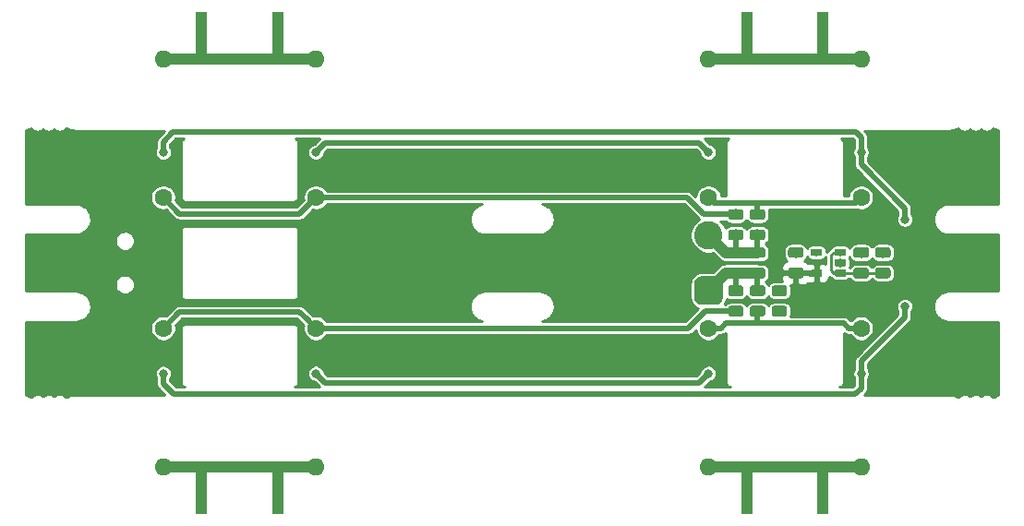
<source format=gbr>
G04 #@! TF.GenerationSoftware,KiCad,Pcbnew,(5.1.2)-2*
G04 #@! TF.CreationDate,2020-02-10T16:48:03+01:00*
G04 #@! TF.ProjectId,OpenHO_Engine,4f70656e-484f-45f4-956e-67696e652e6b,rev?*
G04 #@! TF.SameCoordinates,Original*
G04 #@! TF.FileFunction,Copper,L1,Top*
G04 #@! TF.FilePolarity,Positive*
%FSLAX46Y46*%
G04 Gerber Fmt 4.6, Leading zero omitted, Abs format (unit mm)*
G04 Created by KiCad (PCBNEW (5.1.2)-2) date 2020-02-10 16:48:03*
%MOMM*%
%LPD*%
G04 APERTURE LIST*
%ADD10R,1.000000X1.000000*%
%ADD11O,1.600000X1.600000*%
%ADD12C,1.600000*%
%ADD13C,0.100000*%
%ADD14C,0.975000*%
%ADD15C,2.600000*%
%ADD16C,0.650000*%
%ADD17C,0.800000*%
%ADD18C,0.500000*%
%ADD19C,0.250000*%
%ADD20C,1.000000*%
G04 APERTURE END LIST*
D10*
X96500000Y-55000000D03*
X103500000Y-55000000D03*
X146500000Y-55000000D03*
X153500000Y-55000000D03*
D11*
X157000000Y-58800000D03*
D12*
X157000000Y-71500000D03*
D13*
G36*
X147980142Y-72576174D02*
G01*
X148003803Y-72579684D01*
X148027007Y-72585496D01*
X148049529Y-72593554D01*
X148071153Y-72603782D01*
X148091670Y-72616079D01*
X148110883Y-72630329D01*
X148128607Y-72646393D01*
X148144671Y-72664117D01*
X148158921Y-72683330D01*
X148171218Y-72703847D01*
X148181446Y-72725471D01*
X148189504Y-72747993D01*
X148195316Y-72771197D01*
X148198826Y-72794858D01*
X148200000Y-72818750D01*
X148200000Y-73306250D01*
X148198826Y-73330142D01*
X148195316Y-73353803D01*
X148189504Y-73377007D01*
X148181446Y-73399529D01*
X148171218Y-73421153D01*
X148158921Y-73441670D01*
X148144671Y-73460883D01*
X148128607Y-73478607D01*
X148110883Y-73494671D01*
X148091670Y-73508921D01*
X148071153Y-73521218D01*
X148049529Y-73531446D01*
X148027007Y-73539504D01*
X148003803Y-73545316D01*
X147980142Y-73548826D01*
X147956250Y-73550000D01*
X147043750Y-73550000D01*
X147019858Y-73548826D01*
X146996197Y-73545316D01*
X146972993Y-73539504D01*
X146950471Y-73531446D01*
X146928847Y-73521218D01*
X146908330Y-73508921D01*
X146889117Y-73494671D01*
X146871393Y-73478607D01*
X146855329Y-73460883D01*
X146841079Y-73441670D01*
X146828782Y-73421153D01*
X146818554Y-73399529D01*
X146810496Y-73377007D01*
X146804684Y-73353803D01*
X146801174Y-73330142D01*
X146800000Y-73306250D01*
X146800000Y-72818750D01*
X146801174Y-72794858D01*
X146804684Y-72771197D01*
X146810496Y-72747993D01*
X146818554Y-72725471D01*
X146828782Y-72703847D01*
X146841079Y-72683330D01*
X146855329Y-72664117D01*
X146871393Y-72646393D01*
X146889117Y-72630329D01*
X146908330Y-72616079D01*
X146928847Y-72603782D01*
X146950471Y-72593554D01*
X146972993Y-72585496D01*
X146996197Y-72579684D01*
X147019858Y-72576174D01*
X147043750Y-72575000D01*
X147956250Y-72575000D01*
X147980142Y-72576174D01*
X147980142Y-72576174D01*
G37*
D14*
X147500000Y-73062500D03*
D13*
G36*
X147980142Y-74451174D02*
G01*
X148003803Y-74454684D01*
X148027007Y-74460496D01*
X148049529Y-74468554D01*
X148071153Y-74478782D01*
X148091670Y-74491079D01*
X148110883Y-74505329D01*
X148128607Y-74521393D01*
X148144671Y-74539117D01*
X148158921Y-74558330D01*
X148171218Y-74578847D01*
X148181446Y-74600471D01*
X148189504Y-74622993D01*
X148195316Y-74646197D01*
X148198826Y-74669858D01*
X148200000Y-74693750D01*
X148200000Y-75181250D01*
X148198826Y-75205142D01*
X148195316Y-75228803D01*
X148189504Y-75252007D01*
X148181446Y-75274529D01*
X148171218Y-75296153D01*
X148158921Y-75316670D01*
X148144671Y-75335883D01*
X148128607Y-75353607D01*
X148110883Y-75369671D01*
X148091670Y-75383921D01*
X148071153Y-75396218D01*
X148049529Y-75406446D01*
X148027007Y-75414504D01*
X148003803Y-75420316D01*
X147980142Y-75423826D01*
X147956250Y-75425000D01*
X147043750Y-75425000D01*
X147019858Y-75423826D01*
X146996197Y-75420316D01*
X146972993Y-75414504D01*
X146950471Y-75406446D01*
X146928847Y-75396218D01*
X146908330Y-75383921D01*
X146889117Y-75369671D01*
X146871393Y-75353607D01*
X146855329Y-75335883D01*
X146841079Y-75316670D01*
X146828782Y-75296153D01*
X146818554Y-75274529D01*
X146810496Y-75252007D01*
X146804684Y-75228803D01*
X146801174Y-75205142D01*
X146800000Y-75181250D01*
X146800000Y-74693750D01*
X146801174Y-74669858D01*
X146804684Y-74646197D01*
X146810496Y-74622993D01*
X146818554Y-74600471D01*
X146828782Y-74578847D01*
X146841079Y-74558330D01*
X146855329Y-74539117D01*
X146871393Y-74521393D01*
X146889117Y-74505329D01*
X146908330Y-74491079D01*
X146928847Y-74478782D01*
X146950471Y-74468554D01*
X146972993Y-74460496D01*
X146996197Y-74454684D01*
X147019858Y-74451174D01*
X147043750Y-74450000D01*
X147956250Y-74450000D01*
X147980142Y-74451174D01*
X147980142Y-74451174D01*
G37*
D14*
X147500000Y-74937500D03*
D11*
X143000000Y-58800000D03*
D12*
X143000000Y-71500000D03*
D11*
X107000000Y-58800000D03*
D12*
X107000000Y-71500000D03*
D11*
X93000000Y-58800000D03*
D12*
X93000000Y-71500000D03*
D13*
G36*
X145980142Y-72576174D02*
G01*
X146003803Y-72579684D01*
X146027007Y-72585496D01*
X146049529Y-72593554D01*
X146071153Y-72603782D01*
X146091670Y-72616079D01*
X146110883Y-72630329D01*
X146128607Y-72646393D01*
X146144671Y-72664117D01*
X146158921Y-72683330D01*
X146171218Y-72703847D01*
X146181446Y-72725471D01*
X146189504Y-72747993D01*
X146195316Y-72771197D01*
X146198826Y-72794858D01*
X146200000Y-72818750D01*
X146200000Y-73306250D01*
X146198826Y-73330142D01*
X146195316Y-73353803D01*
X146189504Y-73377007D01*
X146181446Y-73399529D01*
X146171218Y-73421153D01*
X146158921Y-73441670D01*
X146144671Y-73460883D01*
X146128607Y-73478607D01*
X146110883Y-73494671D01*
X146091670Y-73508921D01*
X146071153Y-73521218D01*
X146049529Y-73531446D01*
X146027007Y-73539504D01*
X146003803Y-73545316D01*
X145980142Y-73548826D01*
X145956250Y-73550000D01*
X145043750Y-73550000D01*
X145019858Y-73548826D01*
X144996197Y-73545316D01*
X144972993Y-73539504D01*
X144950471Y-73531446D01*
X144928847Y-73521218D01*
X144908330Y-73508921D01*
X144889117Y-73494671D01*
X144871393Y-73478607D01*
X144855329Y-73460883D01*
X144841079Y-73441670D01*
X144828782Y-73421153D01*
X144818554Y-73399529D01*
X144810496Y-73377007D01*
X144804684Y-73353803D01*
X144801174Y-73330142D01*
X144800000Y-73306250D01*
X144800000Y-72818750D01*
X144801174Y-72794858D01*
X144804684Y-72771197D01*
X144810496Y-72747993D01*
X144818554Y-72725471D01*
X144828782Y-72703847D01*
X144841079Y-72683330D01*
X144855329Y-72664117D01*
X144871393Y-72646393D01*
X144889117Y-72630329D01*
X144908330Y-72616079D01*
X144928847Y-72603782D01*
X144950471Y-72593554D01*
X144972993Y-72585496D01*
X144996197Y-72579684D01*
X145019858Y-72576174D01*
X145043750Y-72575000D01*
X145956250Y-72575000D01*
X145980142Y-72576174D01*
X145980142Y-72576174D01*
G37*
D14*
X145500000Y-73062500D03*
D13*
G36*
X145980142Y-74451174D02*
G01*
X146003803Y-74454684D01*
X146027007Y-74460496D01*
X146049529Y-74468554D01*
X146071153Y-74478782D01*
X146091670Y-74491079D01*
X146110883Y-74505329D01*
X146128607Y-74521393D01*
X146144671Y-74539117D01*
X146158921Y-74558330D01*
X146171218Y-74578847D01*
X146181446Y-74600471D01*
X146189504Y-74622993D01*
X146195316Y-74646197D01*
X146198826Y-74669858D01*
X146200000Y-74693750D01*
X146200000Y-75181250D01*
X146198826Y-75205142D01*
X146195316Y-75228803D01*
X146189504Y-75252007D01*
X146181446Y-75274529D01*
X146171218Y-75296153D01*
X146158921Y-75316670D01*
X146144671Y-75335883D01*
X146128607Y-75353607D01*
X146110883Y-75369671D01*
X146091670Y-75383921D01*
X146071153Y-75396218D01*
X146049529Y-75406446D01*
X146027007Y-75414504D01*
X146003803Y-75420316D01*
X145980142Y-75423826D01*
X145956250Y-75425000D01*
X145043750Y-75425000D01*
X145019858Y-75423826D01*
X144996197Y-75420316D01*
X144972993Y-75414504D01*
X144950471Y-75406446D01*
X144928847Y-75396218D01*
X144908330Y-75383921D01*
X144889117Y-75369671D01*
X144871393Y-75353607D01*
X144855329Y-75335883D01*
X144841079Y-75316670D01*
X144828782Y-75296153D01*
X144818554Y-75274529D01*
X144810496Y-75252007D01*
X144804684Y-75228803D01*
X144801174Y-75205142D01*
X144800000Y-75181250D01*
X144800000Y-74693750D01*
X144801174Y-74669858D01*
X144804684Y-74646197D01*
X144810496Y-74622993D01*
X144818554Y-74600471D01*
X144828782Y-74578847D01*
X144841079Y-74558330D01*
X144855329Y-74539117D01*
X144871393Y-74521393D01*
X144889117Y-74505329D01*
X144908330Y-74491079D01*
X144928847Y-74478782D01*
X144950471Y-74468554D01*
X144972993Y-74460496D01*
X144996197Y-74454684D01*
X145019858Y-74451174D01*
X145043750Y-74450000D01*
X145956250Y-74450000D01*
X145980142Y-74451174D01*
X145980142Y-74451174D01*
G37*
D14*
X145500000Y-74937500D03*
D11*
X157000000Y-96200000D03*
D12*
X157000000Y-83500000D03*
D13*
G36*
X147980142Y-81451174D02*
G01*
X148003803Y-81454684D01*
X148027007Y-81460496D01*
X148049529Y-81468554D01*
X148071153Y-81478782D01*
X148091670Y-81491079D01*
X148110883Y-81505329D01*
X148128607Y-81521393D01*
X148144671Y-81539117D01*
X148158921Y-81558330D01*
X148171218Y-81578847D01*
X148181446Y-81600471D01*
X148189504Y-81622993D01*
X148195316Y-81646197D01*
X148198826Y-81669858D01*
X148200000Y-81693750D01*
X148200000Y-82181250D01*
X148198826Y-82205142D01*
X148195316Y-82228803D01*
X148189504Y-82252007D01*
X148181446Y-82274529D01*
X148171218Y-82296153D01*
X148158921Y-82316670D01*
X148144671Y-82335883D01*
X148128607Y-82353607D01*
X148110883Y-82369671D01*
X148091670Y-82383921D01*
X148071153Y-82396218D01*
X148049529Y-82406446D01*
X148027007Y-82414504D01*
X148003803Y-82420316D01*
X147980142Y-82423826D01*
X147956250Y-82425000D01*
X147043750Y-82425000D01*
X147019858Y-82423826D01*
X146996197Y-82420316D01*
X146972993Y-82414504D01*
X146950471Y-82406446D01*
X146928847Y-82396218D01*
X146908330Y-82383921D01*
X146889117Y-82369671D01*
X146871393Y-82353607D01*
X146855329Y-82335883D01*
X146841079Y-82316670D01*
X146828782Y-82296153D01*
X146818554Y-82274529D01*
X146810496Y-82252007D01*
X146804684Y-82228803D01*
X146801174Y-82205142D01*
X146800000Y-82181250D01*
X146800000Y-81693750D01*
X146801174Y-81669858D01*
X146804684Y-81646197D01*
X146810496Y-81622993D01*
X146818554Y-81600471D01*
X146828782Y-81578847D01*
X146841079Y-81558330D01*
X146855329Y-81539117D01*
X146871393Y-81521393D01*
X146889117Y-81505329D01*
X146908330Y-81491079D01*
X146928847Y-81478782D01*
X146950471Y-81468554D01*
X146972993Y-81460496D01*
X146996197Y-81454684D01*
X147019858Y-81451174D01*
X147043750Y-81450000D01*
X147956250Y-81450000D01*
X147980142Y-81451174D01*
X147980142Y-81451174D01*
G37*
D14*
X147500000Y-81937500D03*
D13*
G36*
X147980142Y-79576174D02*
G01*
X148003803Y-79579684D01*
X148027007Y-79585496D01*
X148049529Y-79593554D01*
X148071153Y-79603782D01*
X148091670Y-79616079D01*
X148110883Y-79630329D01*
X148128607Y-79646393D01*
X148144671Y-79664117D01*
X148158921Y-79683330D01*
X148171218Y-79703847D01*
X148181446Y-79725471D01*
X148189504Y-79747993D01*
X148195316Y-79771197D01*
X148198826Y-79794858D01*
X148200000Y-79818750D01*
X148200000Y-80306250D01*
X148198826Y-80330142D01*
X148195316Y-80353803D01*
X148189504Y-80377007D01*
X148181446Y-80399529D01*
X148171218Y-80421153D01*
X148158921Y-80441670D01*
X148144671Y-80460883D01*
X148128607Y-80478607D01*
X148110883Y-80494671D01*
X148091670Y-80508921D01*
X148071153Y-80521218D01*
X148049529Y-80531446D01*
X148027007Y-80539504D01*
X148003803Y-80545316D01*
X147980142Y-80548826D01*
X147956250Y-80550000D01*
X147043750Y-80550000D01*
X147019858Y-80548826D01*
X146996197Y-80545316D01*
X146972993Y-80539504D01*
X146950471Y-80531446D01*
X146928847Y-80521218D01*
X146908330Y-80508921D01*
X146889117Y-80494671D01*
X146871393Y-80478607D01*
X146855329Y-80460883D01*
X146841079Y-80441670D01*
X146828782Y-80421153D01*
X146818554Y-80399529D01*
X146810496Y-80377007D01*
X146804684Y-80353803D01*
X146801174Y-80330142D01*
X146800000Y-80306250D01*
X146800000Y-79818750D01*
X146801174Y-79794858D01*
X146804684Y-79771197D01*
X146810496Y-79747993D01*
X146818554Y-79725471D01*
X146828782Y-79703847D01*
X146841079Y-79683330D01*
X146855329Y-79664117D01*
X146871393Y-79646393D01*
X146889117Y-79630329D01*
X146908330Y-79616079D01*
X146928847Y-79603782D01*
X146950471Y-79593554D01*
X146972993Y-79585496D01*
X146996197Y-79579684D01*
X147019858Y-79576174D01*
X147043750Y-79575000D01*
X147956250Y-79575000D01*
X147980142Y-79576174D01*
X147980142Y-79576174D01*
G37*
D14*
X147500000Y-80062500D03*
D11*
X143000000Y-96200000D03*
D12*
X143000000Y-83500000D03*
D11*
X107000000Y-96200000D03*
D12*
X107000000Y-83500000D03*
D11*
X93000000Y-96200000D03*
D12*
X93000000Y-83500000D03*
D13*
G36*
X145980142Y-81451174D02*
G01*
X146003803Y-81454684D01*
X146027007Y-81460496D01*
X146049529Y-81468554D01*
X146071153Y-81478782D01*
X146091670Y-81491079D01*
X146110883Y-81505329D01*
X146128607Y-81521393D01*
X146144671Y-81539117D01*
X146158921Y-81558330D01*
X146171218Y-81578847D01*
X146181446Y-81600471D01*
X146189504Y-81622993D01*
X146195316Y-81646197D01*
X146198826Y-81669858D01*
X146200000Y-81693750D01*
X146200000Y-82181250D01*
X146198826Y-82205142D01*
X146195316Y-82228803D01*
X146189504Y-82252007D01*
X146181446Y-82274529D01*
X146171218Y-82296153D01*
X146158921Y-82316670D01*
X146144671Y-82335883D01*
X146128607Y-82353607D01*
X146110883Y-82369671D01*
X146091670Y-82383921D01*
X146071153Y-82396218D01*
X146049529Y-82406446D01*
X146027007Y-82414504D01*
X146003803Y-82420316D01*
X145980142Y-82423826D01*
X145956250Y-82425000D01*
X145043750Y-82425000D01*
X145019858Y-82423826D01*
X144996197Y-82420316D01*
X144972993Y-82414504D01*
X144950471Y-82406446D01*
X144928847Y-82396218D01*
X144908330Y-82383921D01*
X144889117Y-82369671D01*
X144871393Y-82353607D01*
X144855329Y-82335883D01*
X144841079Y-82316670D01*
X144828782Y-82296153D01*
X144818554Y-82274529D01*
X144810496Y-82252007D01*
X144804684Y-82228803D01*
X144801174Y-82205142D01*
X144800000Y-82181250D01*
X144800000Y-81693750D01*
X144801174Y-81669858D01*
X144804684Y-81646197D01*
X144810496Y-81622993D01*
X144818554Y-81600471D01*
X144828782Y-81578847D01*
X144841079Y-81558330D01*
X144855329Y-81539117D01*
X144871393Y-81521393D01*
X144889117Y-81505329D01*
X144908330Y-81491079D01*
X144928847Y-81478782D01*
X144950471Y-81468554D01*
X144972993Y-81460496D01*
X144996197Y-81454684D01*
X145019858Y-81451174D01*
X145043750Y-81450000D01*
X145956250Y-81450000D01*
X145980142Y-81451174D01*
X145980142Y-81451174D01*
G37*
D14*
X145500000Y-81937500D03*
D13*
G36*
X145980142Y-79576174D02*
G01*
X146003803Y-79579684D01*
X146027007Y-79585496D01*
X146049529Y-79593554D01*
X146071153Y-79603782D01*
X146091670Y-79616079D01*
X146110883Y-79630329D01*
X146128607Y-79646393D01*
X146144671Y-79664117D01*
X146158921Y-79683330D01*
X146171218Y-79703847D01*
X146181446Y-79725471D01*
X146189504Y-79747993D01*
X146195316Y-79771197D01*
X146198826Y-79794858D01*
X146200000Y-79818750D01*
X146200000Y-80306250D01*
X146198826Y-80330142D01*
X146195316Y-80353803D01*
X146189504Y-80377007D01*
X146181446Y-80399529D01*
X146171218Y-80421153D01*
X146158921Y-80441670D01*
X146144671Y-80460883D01*
X146128607Y-80478607D01*
X146110883Y-80494671D01*
X146091670Y-80508921D01*
X146071153Y-80521218D01*
X146049529Y-80531446D01*
X146027007Y-80539504D01*
X146003803Y-80545316D01*
X145980142Y-80548826D01*
X145956250Y-80550000D01*
X145043750Y-80550000D01*
X145019858Y-80548826D01*
X144996197Y-80545316D01*
X144972993Y-80539504D01*
X144950471Y-80531446D01*
X144928847Y-80521218D01*
X144908330Y-80508921D01*
X144889117Y-80494671D01*
X144871393Y-80478607D01*
X144855329Y-80460883D01*
X144841079Y-80441670D01*
X144828782Y-80421153D01*
X144818554Y-80399529D01*
X144810496Y-80377007D01*
X144804684Y-80353803D01*
X144801174Y-80330142D01*
X144800000Y-80306250D01*
X144800000Y-79818750D01*
X144801174Y-79794858D01*
X144804684Y-79771197D01*
X144810496Y-79747993D01*
X144818554Y-79725471D01*
X144828782Y-79703847D01*
X144841079Y-79683330D01*
X144855329Y-79664117D01*
X144871393Y-79646393D01*
X144889117Y-79630329D01*
X144908330Y-79616079D01*
X144928847Y-79603782D01*
X144950471Y-79593554D01*
X144972993Y-79585496D01*
X144996197Y-79579684D01*
X145019858Y-79576174D01*
X145043750Y-79575000D01*
X145956250Y-79575000D01*
X145980142Y-79576174D01*
X145980142Y-79576174D01*
G37*
D14*
X145500000Y-80062500D03*
D10*
X153500000Y-100000000D03*
X146500000Y-100000000D03*
X103500000Y-100000000D03*
X96500000Y-100000000D03*
D13*
G36*
X149980142Y-81451174D02*
G01*
X150003803Y-81454684D01*
X150027007Y-81460496D01*
X150049529Y-81468554D01*
X150071153Y-81478782D01*
X150091670Y-81491079D01*
X150110883Y-81505329D01*
X150128607Y-81521393D01*
X150144671Y-81539117D01*
X150158921Y-81558330D01*
X150171218Y-81578847D01*
X150181446Y-81600471D01*
X150189504Y-81622993D01*
X150195316Y-81646197D01*
X150198826Y-81669858D01*
X150200000Y-81693750D01*
X150200000Y-82181250D01*
X150198826Y-82205142D01*
X150195316Y-82228803D01*
X150189504Y-82252007D01*
X150181446Y-82274529D01*
X150171218Y-82296153D01*
X150158921Y-82316670D01*
X150144671Y-82335883D01*
X150128607Y-82353607D01*
X150110883Y-82369671D01*
X150091670Y-82383921D01*
X150071153Y-82396218D01*
X150049529Y-82406446D01*
X150027007Y-82414504D01*
X150003803Y-82420316D01*
X149980142Y-82423826D01*
X149956250Y-82425000D01*
X149043750Y-82425000D01*
X149019858Y-82423826D01*
X148996197Y-82420316D01*
X148972993Y-82414504D01*
X148950471Y-82406446D01*
X148928847Y-82396218D01*
X148908330Y-82383921D01*
X148889117Y-82369671D01*
X148871393Y-82353607D01*
X148855329Y-82335883D01*
X148841079Y-82316670D01*
X148828782Y-82296153D01*
X148818554Y-82274529D01*
X148810496Y-82252007D01*
X148804684Y-82228803D01*
X148801174Y-82205142D01*
X148800000Y-82181250D01*
X148800000Y-81693750D01*
X148801174Y-81669858D01*
X148804684Y-81646197D01*
X148810496Y-81622993D01*
X148818554Y-81600471D01*
X148828782Y-81578847D01*
X148841079Y-81558330D01*
X148855329Y-81539117D01*
X148871393Y-81521393D01*
X148889117Y-81505329D01*
X148908330Y-81491079D01*
X148928847Y-81478782D01*
X148950471Y-81468554D01*
X148972993Y-81460496D01*
X148996197Y-81454684D01*
X149019858Y-81451174D01*
X149043750Y-81450000D01*
X149956250Y-81450000D01*
X149980142Y-81451174D01*
X149980142Y-81451174D01*
G37*
D14*
X149500000Y-81937500D03*
D13*
G36*
X149980142Y-79576174D02*
G01*
X150003803Y-79579684D01*
X150027007Y-79585496D01*
X150049529Y-79593554D01*
X150071153Y-79603782D01*
X150091670Y-79616079D01*
X150110883Y-79630329D01*
X150128607Y-79646393D01*
X150144671Y-79664117D01*
X150158921Y-79683330D01*
X150171218Y-79703847D01*
X150181446Y-79725471D01*
X150189504Y-79747993D01*
X150195316Y-79771197D01*
X150198826Y-79794858D01*
X150200000Y-79818750D01*
X150200000Y-80306250D01*
X150198826Y-80330142D01*
X150195316Y-80353803D01*
X150189504Y-80377007D01*
X150181446Y-80399529D01*
X150171218Y-80421153D01*
X150158921Y-80441670D01*
X150144671Y-80460883D01*
X150128607Y-80478607D01*
X150110883Y-80494671D01*
X150091670Y-80508921D01*
X150071153Y-80521218D01*
X150049529Y-80531446D01*
X150027007Y-80539504D01*
X150003803Y-80545316D01*
X149980142Y-80548826D01*
X149956250Y-80550000D01*
X149043750Y-80550000D01*
X149019858Y-80548826D01*
X148996197Y-80545316D01*
X148972993Y-80539504D01*
X148950471Y-80531446D01*
X148928847Y-80521218D01*
X148908330Y-80508921D01*
X148889117Y-80494671D01*
X148871393Y-80478607D01*
X148855329Y-80460883D01*
X148841079Y-80441670D01*
X148828782Y-80421153D01*
X148818554Y-80399529D01*
X148810496Y-80377007D01*
X148804684Y-80353803D01*
X148801174Y-80330142D01*
X148800000Y-80306250D01*
X148800000Y-79818750D01*
X148801174Y-79794858D01*
X148804684Y-79771197D01*
X148810496Y-79747993D01*
X148818554Y-79725471D01*
X148828782Y-79703847D01*
X148841079Y-79683330D01*
X148855329Y-79664117D01*
X148871393Y-79646393D01*
X148889117Y-79630329D01*
X148908330Y-79616079D01*
X148928847Y-79603782D01*
X148950471Y-79593554D01*
X148972993Y-79585496D01*
X148996197Y-79579684D01*
X149019858Y-79576174D01*
X149043750Y-79575000D01*
X149956250Y-79575000D01*
X149980142Y-79576174D01*
X149980142Y-79576174D01*
G37*
D14*
X149500000Y-80062500D03*
D15*
X143000000Y-74960000D03*
D13*
G36*
X143713711Y-78743130D02*
G01*
X143776809Y-78752490D01*
X143838685Y-78767989D01*
X143898744Y-78789478D01*
X143956408Y-78816751D01*
X144011121Y-78849545D01*
X144062356Y-78887543D01*
X144109619Y-78930381D01*
X144152457Y-78977644D01*
X144190455Y-79028879D01*
X144223249Y-79083592D01*
X144250522Y-79141256D01*
X144272011Y-79201315D01*
X144287510Y-79263191D01*
X144296870Y-79326289D01*
X144300000Y-79390000D01*
X144300000Y-80690000D01*
X144296870Y-80753711D01*
X144287510Y-80816809D01*
X144272011Y-80878685D01*
X144250522Y-80938744D01*
X144223249Y-80996408D01*
X144190455Y-81051121D01*
X144152457Y-81102356D01*
X144109619Y-81149619D01*
X144062356Y-81192457D01*
X144011121Y-81230455D01*
X143956408Y-81263249D01*
X143898744Y-81290522D01*
X143838685Y-81312011D01*
X143776809Y-81327510D01*
X143713711Y-81336870D01*
X143650000Y-81340000D01*
X142350000Y-81340000D01*
X142286289Y-81336870D01*
X142223191Y-81327510D01*
X142161315Y-81312011D01*
X142101256Y-81290522D01*
X142043592Y-81263249D01*
X141988879Y-81230455D01*
X141937644Y-81192457D01*
X141890381Y-81149619D01*
X141847543Y-81102356D01*
X141809545Y-81051121D01*
X141776751Y-80996408D01*
X141749478Y-80938744D01*
X141727989Y-80878685D01*
X141712490Y-80816809D01*
X141703130Y-80753711D01*
X141700000Y-80690000D01*
X141700000Y-79390000D01*
X141703130Y-79326289D01*
X141712490Y-79263191D01*
X141727989Y-79201315D01*
X141749478Y-79141256D01*
X141776751Y-79083592D01*
X141809545Y-79028879D01*
X141847543Y-78977644D01*
X141890381Y-78930381D01*
X141937644Y-78887543D01*
X141988879Y-78849545D01*
X142043592Y-78816751D01*
X142101256Y-78789478D01*
X142161315Y-78767989D01*
X142223191Y-78752490D01*
X142286289Y-78743130D01*
X142350000Y-78740000D01*
X143650000Y-78740000D01*
X143713711Y-78743130D01*
X143713711Y-78743130D01*
G37*
D15*
X143000000Y-80040000D03*
D13*
G36*
X145980142Y-76076174D02*
G01*
X146003803Y-76079684D01*
X146027007Y-76085496D01*
X146049529Y-76093554D01*
X146071153Y-76103782D01*
X146091670Y-76116079D01*
X146110883Y-76130329D01*
X146128607Y-76146393D01*
X146144671Y-76164117D01*
X146158921Y-76183330D01*
X146171218Y-76203847D01*
X146181446Y-76225471D01*
X146189504Y-76247993D01*
X146195316Y-76271197D01*
X146198826Y-76294858D01*
X146200000Y-76318750D01*
X146200000Y-76806250D01*
X146198826Y-76830142D01*
X146195316Y-76853803D01*
X146189504Y-76877007D01*
X146181446Y-76899529D01*
X146171218Y-76921153D01*
X146158921Y-76941670D01*
X146144671Y-76960883D01*
X146128607Y-76978607D01*
X146110883Y-76994671D01*
X146091670Y-77008921D01*
X146071153Y-77021218D01*
X146049529Y-77031446D01*
X146027007Y-77039504D01*
X146003803Y-77045316D01*
X145980142Y-77048826D01*
X145956250Y-77050000D01*
X145043750Y-77050000D01*
X145019858Y-77048826D01*
X144996197Y-77045316D01*
X144972993Y-77039504D01*
X144950471Y-77031446D01*
X144928847Y-77021218D01*
X144908330Y-77008921D01*
X144889117Y-76994671D01*
X144871393Y-76978607D01*
X144855329Y-76960883D01*
X144841079Y-76941670D01*
X144828782Y-76921153D01*
X144818554Y-76899529D01*
X144810496Y-76877007D01*
X144804684Y-76853803D01*
X144801174Y-76830142D01*
X144800000Y-76806250D01*
X144800000Y-76318750D01*
X144801174Y-76294858D01*
X144804684Y-76271197D01*
X144810496Y-76247993D01*
X144818554Y-76225471D01*
X144828782Y-76203847D01*
X144841079Y-76183330D01*
X144855329Y-76164117D01*
X144871393Y-76146393D01*
X144889117Y-76130329D01*
X144908330Y-76116079D01*
X144928847Y-76103782D01*
X144950471Y-76093554D01*
X144972993Y-76085496D01*
X144996197Y-76079684D01*
X145019858Y-76076174D01*
X145043750Y-76075000D01*
X145956250Y-76075000D01*
X145980142Y-76076174D01*
X145980142Y-76076174D01*
G37*
D14*
X145500000Y-76562500D03*
D13*
G36*
X145980142Y-77951174D02*
G01*
X146003803Y-77954684D01*
X146027007Y-77960496D01*
X146049529Y-77968554D01*
X146071153Y-77978782D01*
X146091670Y-77991079D01*
X146110883Y-78005329D01*
X146128607Y-78021393D01*
X146144671Y-78039117D01*
X146158921Y-78058330D01*
X146171218Y-78078847D01*
X146181446Y-78100471D01*
X146189504Y-78122993D01*
X146195316Y-78146197D01*
X146198826Y-78169858D01*
X146200000Y-78193750D01*
X146200000Y-78681250D01*
X146198826Y-78705142D01*
X146195316Y-78728803D01*
X146189504Y-78752007D01*
X146181446Y-78774529D01*
X146171218Y-78796153D01*
X146158921Y-78816670D01*
X146144671Y-78835883D01*
X146128607Y-78853607D01*
X146110883Y-78869671D01*
X146091670Y-78883921D01*
X146071153Y-78896218D01*
X146049529Y-78906446D01*
X146027007Y-78914504D01*
X146003803Y-78920316D01*
X145980142Y-78923826D01*
X145956250Y-78925000D01*
X145043750Y-78925000D01*
X145019858Y-78923826D01*
X144996197Y-78920316D01*
X144972993Y-78914504D01*
X144950471Y-78906446D01*
X144928847Y-78896218D01*
X144908330Y-78883921D01*
X144889117Y-78869671D01*
X144871393Y-78853607D01*
X144855329Y-78835883D01*
X144841079Y-78816670D01*
X144828782Y-78796153D01*
X144818554Y-78774529D01*
X144810496Y-78752007D01*
X144804684Y-78728803D01*
X144801174Y-78705142D01*
X144800000Y-78681250D01*
X144800000Y-78193750D01*
X144801174Y-78169858D01*
X144804684Y-78146197D01*
X144810496Y-78122993D01*
X144818554Y-78100471D01*
X144828782Y-78078847D01*
X144841079Y-78058330D01*
X144855329Y-78039117D01*
X144871393Y-78021393D01*
X144889117Y-78005329D01*
X144908330Y-77991079D01*
X144928847Y-77978782D01*
X144950471Y-77968554D01*
X144972993Y-77960496D01*
X144996197Y-77954684D01*
X145019858Y-77951174D01*
X145043750Y-77950000D01*
X145956250Y-77950000D01*
X145980142Y-77951174D01*
X145980142Y-77951174D01*
G37*
D14*
X145500000Y-78437500D03*
D13*
G36*
X147980142Y-76076174D02*
G01*
X148003803Y-76079684D01*
X148027007Y-76085496D01*
X148049529Y-76093554D01*
X148071153Y-76103782D01*
X148091670Y-76116079D01*
X148110883Y-76130329D01*
X148128607Y-76146393D01*
X148144671Y-76164117D01*
X148158921Y-76183330D01*
X148171218Y-76203847D01*
X148181446Y-76225471D01*
X148189504Y-76247993D01*
X148195316Y-76271197D01*
X148198826Y-76294858D01*
X148200000Y-76318750D01*
X148200000Y-76806250D01*
X148198826Y-76830142D01*
X148195316Y-76853803D01*
X148189504Y-76877007D01*
X148181446Y-76899529D01*
X148171218Y-76921153D01*
X148158921Y-76941670D01*
X148144671Y-76960883D01*
X148128607Y-76978607D01*
X148110883Y-76994671D01*
X148091670Y-77008921D01*
X148071153Y-77021218D01*
X148049529Y-77031446D01*
X148027007Y-77039504D01*
X148003803Y-77045316D01*
X147980142Y-77048826D01*
X147956250Y-77050000D01*
X147043750Y-77050000D01*
X147019858Y-77048826D01*
X146996197Y-77045316D01*
X146972993Y-77039504D01*
X146950471Y-77031446D01*
X146928847Y-77021218D01*
X146908330Y-77008921D01*
X146889117Y-76994671D01*
X146871393Y-76978607D01*
X146855329Y-76960883D01*
X146841079Y-76941670D01*
X146828782Y-76921153D01*
X146818554Y-76899529D01*
X146810496Y-76877007D01*
X146804684Y-76853803D01*
X146801174Y-76830142D01*
X146800000Y-76806250D01*
X146800000Y-76318750D01*
X146801174Y-76294858D01*
X146804684Y-76271197D01*
X146810496Y-76247993D01*
X146818554Y-76225471D01*
X146828782Y-76203847D01*
X146841079Y-76183330D01*
X146855329Y-76164117D01*
X146871393Y-76146393D01*
X146889117Y-76130329D01*
X146908330Y-76116079D01*
X146928847Y-76103782D01*
X146950471Y-76093554D01*
X146972993Y-76085496D01*
X146996197Y-76079684D01*
X147019858Y-76076174D01*
X147043750Y-76075000D01*
X147956250Y-76075000D01*
X147980142Y-76076174D01*
X147980142Y-76076174D01*
G37*
D14*
X147500000Y-76562500D03*
D13*
G36*
X147980142Y-77951174D02*
G01*
X148003803Y-77954684D01*
X148027007Y-77960496D01*
X148049529Y-77968554D01*
X148071153Y-77978782D01*
X148091670Y-77991079D01*
X148110883Y-78005329D01*
X148128607Y-78021393D01*
X148144671Y-78039117D01*
X148158921Y-78058330D01*
X148171218Y-78078847D01*
X148181446Y-78100471D01*
X148189504Y-78122993D01*
X148195316Y-78146197D01*
X148198826Y-78169858D01*
X148200000Y-78193750D01*
X148200000Y-78681250D01*
X148198826Y-78705142D01*
X148195316Y-78728803D01*
X148189504Y-78752007D01*
X148181446Y-78774529D01*
X148171218Y-78796153D01*
X148158921Y-78816670D01*
X148144671Y-78835883D01*
X148128607Y-78853607D01*
X148110883Y-78869671D01*
X148091670Y-78883921D01*
X148071153Y-78896218D01*
X148049529Y-78906446D01*
X148027007Y-78914504D01*
X148003803Y-78920316D01*
X147980142Y-78923826D01*
X147956250Y-78925000D01*
X147043750Y-78925000D01*
X147019858Y-78923826D01*
X146996197Y-78920316D01*
X146972993Y-78914504D01*
X146950471Y-78906446D01*
X146928847Y-78896218D01*
X146908330Y-78883921D01*
X146889117Y-78869671D01*
X146871393Y-78853607D01*
X146855329Y-78835883D01*
X146841079Y-78816670D01*
X146828782Y-78796153D01*
X146818554Y-78774529D01*
X146810496Y-78752007D01*
X146804684Y-78728803D01*
X146801174Y-78705142D01*
X146800000Y-78681250D01*
X146800000Y-78193750D01*
X146801174Y-78169858D01*
X146804684Y-78146197D01*
X146810496Y-78122993D01*
X146818554Y-78100471D01*
X146828782Y-78078847D01*
X146841079Y-78058330D01*
X146855329Y-78039117D01*
X146871393Y-78021393D01*
X146889117Y-78005329D01*
X146908330Y-77991079D01*
X146928847Y-77978782D01*
X146950471Y-77968554D01*
X146972993Y-77960496D01*
X146996197Y-77954684D01*
X147019858Y-77951174D01*
X147043750Y-77950000D01*
X147956250Y-77950000D01*
X147980142Y-77951174D01*
X147980142Y-77951174D01*
G37*
D14*
X147500000Y-78437500D03*
D13*
G36*
X159480142Y-76076174D02*
G01*
X159503803Y-76079684D01*
X159527007Y-76085496D01*
X159549529Y-76093554D01*
X159571153Y-76103782D01*
X159591670Y-76116079D01*
X159610883Y-76130329D01*
X159628607Y-76146393D01*
X159644671Y-76164117D01*
X159658921Y-76183330D01*
X159671218Y-76203847D01*
X159681446Y-76225471D01*
X159689504Y-76247993D01*
X159695316Y-76271197D01*
X159698826Y-76294858D01*
X159700000Y-76318750D01*
X159700000Y-76806250D01*
X159698826Y-76830142D01*
X159695316Y-76853803D01*
X159689504Y-76877007D01*
X159681446Y-76899529D01*
X159671218Y-76921153D01*
X159658921Y-76941670D01*
X159644671Y-76960883D01*
X159628607Y-76978607D01*
X159610883Y-76994671D01*
X159591670Y-77008921D01*
X159571153Y-77021218D01*
X159549529Y-77031446D01*
X159527007Y-77039504D01*
X159503803Y-77045316D01*
X159480142Y-77048826D01*
X159456250Y-77050000D01*
X158543750Y-77050000D01*
X158519858Y-77048826D01*
X158496197Y-77045316D01*
X158472993Y-77039504D01*
X158450471Y-77031446D01*
X158428847Y-77021218D01*
X158408330Y-77008921D01*
X158389117Y-76994671D01*
X158371393Y-76978607D01*
X158355329Y-76960883D01*
X158341079Y-76941670D01*
X158328782Y-76921153D01*
X158318554Y-76899529D01*
X158310496Y-76877007D01*
X158304684Y-76853803D01*
X158301174Y-76830142D01*
X158300000Y-76806250D01*
X158300000Y-76318750D01*
X158301174Y-76294858D01*
X158304684Y-76271197D01*
X158310496Y-76247993D01*
X158318554Y-76225471D01*
X158328782Y-76203847D01*
X158341079Y-76183330D01*
X158355329Y-76164117D01*
X158371393Y-76146393D01*
X158389117Y-76130329D01*
X158408330Y-76116079D01*
X158428847Y-76103782D01*
X158450471Y-76093554D01*
X158472993Y-76085496D01*
X158496197Y-76079684D01*
X158519858Y-76076174D01*
X158543750Y-76075000D01*
X159456250Y-76075000D01*
X159480142Y-76076174D01*
X159480142Y-76076174D01*
G37*
D14*
X159000000Y-76562500D03*
D13*
G36*
X159480142Y-77951174D02*
G01*
X159503803Y-77954684D01*
X159527007Y-77960496D01*
X159549529Y-77968554D01*
X159571153Y-77978782D01*
X159591670Y-77991079D01*
X159610883Y-78005329D01*
X159628607Y-78021393D01*
X159644671Y-78039117D01*
X159658921Y-78058330D01*
X159671218Y-78078847D01*
X159681446Y-78100471D01*
X159689504Y-78122993D01*
X159695316Y-78146197D01*
X159698826Y-78169858D01*
X159700000Y-78193750D01*
X159700000Y-78681250D01*
X159698826Y-78705142D01*
X159695316Y-78728803D01*
X159689504Y-78752007D01*
X159681446Y-78774529D01*
X159671218Y-78796153D01*
X159658921Y-78816670D01*
X159644671Y-78835883D01*
X159628607Y-78853607D01*
X159610883Y-78869671D01*
X159591670Y-78883921D01*
X159571153Y-78896218D01*
X159549529Y-78906446D01*
X159527007Y-78914504D01*
X159503803Y-78920316D01*
X159480142Y-78923826D01*
X159456250Y-78925000D01*
X158543750Y-78925000D01*
X158519858Y-78923826D01*
X158496197Y-78920316D01*
X158472993Y-78914504D01*
X158450471Y-78906446D01*
X158428847Y-78896218D01*
X158408330Y-78883921D01*
X158389117Y-78869671D01*
X158371393Y-78853607D01*
X158355329Y-78835883D01*
X158341079Y-78816670D01*
X158328782Y-78796153D01*
X158318554Y-78774529D01*
X158310496Y-78752007D01*
X158304684Y-78728803D01*
X158301174Y-78705142D01*
X158300000Y-78681250D01*
X158300000Y-78193750D01*
X158301174Y-78169858D01*
X158304684Y-78146197D01*
X158310496Y-78122993D01*
X158318554Y-78100471D01*
X158328782Y-78078847D01*
X158341079Y-78058330D01*
X158355329Y-78039117D01*
X158371393Y-78021393D01*
X158389117Y-78005329D01*
X158408330Y-77991079D01*
X158428847Y-77978782D01*
X158450471Y-77968554D01*
X158472993Y-77960496D01*
X158496197Y-77954684D01*
X158519858Y-77951174D01*
X158543750Y-77950000D01*
X159456250Y-77950000D01*
X159480142Y-77951174D01*
X159480142Y-77951174D01*
G37*
D14*
X159000000Y-78437500D03*
D13*
G36*
X151480142Y-76076174D02*
G01*
X151503803Y-76079684D01*
X151527007Y-76085496D01*
X151549529Y-76093554D01*
X151571153Y-76103782D01*
X151591670Y-76116079D01*
X151610883Y-76130329D01*
X151628607Y-76146393D01*
X151644671Y-76164117D01*
X151658921Y-76183330D01*
X151671218Y-76203847D01*
X151681446Y-76225471D01*
X151689504Y-76247993D01*
X151695316Y-76271197D01*
X151698826Y-76294858D01*
X151700000Y-76318750D01*
X151700000Y-76806250D01*
X151698826Y-76830142D01*
X151695316Y-76853803D01*
X151689504Y-76877007D01*
X151681446Y-76899529D01*
X151671218Y-76921153D01*
X151658921Y-76941670D01*
X151644671Y-76960883D01*
X151628607Y-76978607D01*
X151610883Y-76994671D01*
X151591670Y-77008921D01*
X151571153Y-77021218D01*
X151549529Y-77031446D01*
X151527007Y-77039504D01*
X151503803Y-77045316D01*
X151480142Y-77048826D01*
X151456250Y-77050000D01*
X150543750Y-77050000D01*
X150519858Y-77048826D01*
X150496197Y-77045316D01*
X150472993Y-77039504D01*
X150450471Y-77031446D01*
X150428847Y-77021218D01*
X150408330Y-77008921D01*
X150389117Y-76994671D01*
X150371393Y-76978607D01*
X150355329Y-76960883D01*
X150341079Y-76941670D01*
X150328782Y-76921153D01*
X150318554Y-76899529D01*
X150310496Y-76877007D01*
X150304684Y-76853803D01*
X150301174Y-76830142D01*
X150300000Y-76806250D01*
X150300000Y-76318750D01*
X150301174Y-76294858D01*
X150304684Y-76271197D01*
X150310496Y-76247993D01*
X150318554Y-76225471D01*
X150328782Y-76203847D01*
X150341079Y-76183330D01*
X150355329Y-76164117D01*
X150371393Y-76146393D01*
X150389117Y-76130329D01*
X150408330Y-76116079D01*
X150428847Y-76103782D01*
X150450471Y-76093554D01*
X150472993Y-76085496D01*
X150496197Y-76079684D01*
X150519858Y-76076174D01*
X150543750Y-76075000D01*
X151456250Y-76075000D01*
X151480142Y-76076174D01*
X151480142Y-76076174D01*
G37*
D14*
X151000000Y-76562500D03*
D13*
G36*
X151480142Y-77951174D02*
G01*
X151503803Y-77954684D01*
X151527007Y-77960496D01*
X151549529Y-77968554D01*
X151571153Y-77978782D01*
X151591670Y-77991079D01*
X151610883Y-78005329D01*
X151628607Y-78021393D01*
X151644671Y-78039117D01*
X151658921Y-78058330D01*
X151671218Y-78078847D01*
X151681446Y-78100471D01*
X151689504Y-78122993D01*
X151695316Y-78146197D01*
X151698826Y-78169858D01*
X151700000Y-78193750D01*
X151700000Y-78681250D01*
X151698826Y-78705142D01*
X151695316Y-78728803D01*
X151689504Y-78752007D01*
X151681446Y-78774529D01*
X151671218Y-78796153D01*
X151658921Y-78816670D01*
X151644671Y-78835883D01*
X151628607Y-78853607D01*
X151610883Y-78869671D01*
X151591670Y-78883921D01*
X151571153Y-78896218D01*
X151549529Y-78906446D01*
X151527007Y-78914504D01*
X151503803Y-78920316D01*
X151480142Y-78923826D01*
X151456250Y-78925000D01*
X150543750Y-78925000D01*
X150519858Y-78923826D01*
X150496197Y-78920316D01*
X150472993Y-78914504D01*
X150450471Y-78906446D01*
X150428847Y-78896218D01*
X150408330Y-78883921D01*
X150389117Y-78869671D01*
X150371393Y-78853607D01*
X150355329Y-78835883D01*
X150341079Y-78816670D01*
X150328782Y-78796153D01*
X150318554Y-78774529D01*
X150310496Y-78752007D01*
X150304684Y-78728803D01*
X150301174Y-78705142D01*
X150300000Y-78681250D01*
X150300000Y-78193750D01*
X150301174Y-78169858D01*
X150304684Y-78146197D01*
X150310496Y-78122993D01*
X150318554Y-78100471D01*
X150328782Y-78078847D01*
X150341079Y-78058330D01*
X150355329Y-78039117D01*
X150371393Y-78021393D01*
X150389117Y-78005329D01*
X150408330Y-77991079D01*
X150428847Y-77978782D01*
X150450471Y-77968554D01*
X150472993Y-77960496D01*
X150496197Y-77954684D01*
X150519858Y-77951174D01*
X150543750Y-77950000D01*
X151456250Y-77950000D01*
X151480142Y-77951174D01*
X151480142Y-77951174D01*
G37*
D14*
X151000000Y-78437500D03*
D13*
G36*
X157480142Y-76076174D02*
G01*
X157503803Y-76079684D01*
X157527007Y-76085496D01*
X157549529Y-76093554D01*
X157571153Y-76103782D01*
X157591670Y-76116079D01*
X157610883Y-76130329D01*
X157628607Y-76146393D01*
X157644671Y-76164117D01*
X157658921Y-76183330D01*
X157671218Y-76203847D01*
X157681446Y-76225471D01*
X157689504Y-76247993D01*
X157695316Y-76271197D01*
X157698826Y-76294858D01*
X157700000Y-76318750D01*
X157700000Y-76806250D01*
X157698826Y-76830142D01*
X157695316Y-76853803D01*
X157689504Y-76877007D01*
X157681446Y-76899529D01*
X157671218Y-76921153D01*
X157658921Y-76941670D01*
X157644671Y-76960883D01*
X157628607Y-76978607D01*
X157610883Y-76994671D01*
X157591670Y-77008921D01*
X157571153Y-77021218D01*
X157549529Y-77031446D01*
X157527007Y-77039504D01*
X157503803Y-77045316D01*
X157480142Y-77048826D01*
X157456250Y-77050000D01*
X156543750Y-77050000D01*
X156519858Y-77048826D01*
X156496197Y-77045316D01*
X156472993Y-77039504D01*
X156450471Y-77031446D01*
X156428847Y-77021218D01*
X156408330Y-77008921D01*
X156389117Y-76994671D01*
X156371393Y-76978607D01*
X156355329Y-76960883D01*
X156341079Y-76941670D01*
X156328782Y-76921153D01*
X156318554Y-76899529D01*
X156310496Y-76877007D01*
X156304684Y-76853803D01*
X156301174Y-76830142D01*
X156300000Y-76806250D01*
X156300000Y-76318750D01*
X156301174Y-76294858D01*
X156304684Y-76271197D01*
X156310496Y-76247993D01*
X156318554Y-76225471D01*
X156328782Y-76203847D01*
X156341079Y-76183330D01*
X156355329Y-76164117D01*
X156371393Y-76146393D01*
X156389117Y-76130329D01*
X156408330Y-76116079D01*
X156428847Y-76103782D01*
X156450471Y-76093554D01*
X156472993Y-76085496D01*
X156496197Y-76079684D01*
X156519858Y-76076174D01*
X156543750Y-76075000D01*
X157456250Y-76075000D01*
X157480142Y-76076174D01*
X157480142Y-76076174D01*
G37*
D14*
X157000000Y-76562500D03*
D13*
G36*
X157480142Y-77951174D02*
G01*
X157503803Y-77954684D01*
X157527007Y-77960496D01*
X157549529Y-77968554D01*
X157571153Y-77978782D01*
X157591670Y-77991079D01*
X157610883Y-78005329D01*
X157628607Y-78021393D01*
X157644671Y-78039117D01*
X157658921Y-78058330D01*
X157671218Y-78078847D01*
X157681446Y-78100471D01*
X157689504Y-78122993D01*
X157695316Y-78146197D01*
X157698826Y-78169858D01*
X157700000Y-78193750D01*
X157700000Y-78681250D01*
X157698826Y-78705142D01*
X157695316Y-78728803D01*
X157689504Y-78752007D01*
X157681446Y-78774529D01*
X157671218Y-78796153D01*
X157658921Y-78816670D01*
X157644671Y-78835883D01*
X157628607Y-78853607D01*
X157610883Y-78869671D01*
X157591670Y-78883921D01*
X157571153Y-78896218D01*
X157549529Y-78906446D01*
X157527007Y-78914504D01*
X157503803Y-78920316D01*
X157480142Y-78923826D01*
X157456250Y-78925000D01*
X156543750Y-78925000D01*
X156519858Y-78923826D01*
X156496197Y-78920316D01*
X156472993Y-78914504D01*
X156450471Y-78906446D01*
X156428847Y-78896218D01*
X156408330Y-78883921D01*
X156389117Y-78869671D01*
X156371393Y-78853607D01*
X156355329Y-78835883D01*
X156341079Y-78816670D01*
X156328782Y-78796153D01*
X156318554Y-78774529D01*
X156310496Y-78752007D01*
X156304684Y-78728803D01*
X156301174Y-78705142D01*
X156300000Y-78681250D01*
X156300000Y-78193750D01*
X156301174Y-78169858D01*
X156304684Y-78146197D01*
X156310496Y-78122993D01*
X156318554Y-78100471D01*
X156328782Y-78078847D01*
X156341079Y-78058330D01*
X156355329Y-78039117D01*
X156371393Y-78021393D01*
X156389117Y-78005329D01*
X156408330Y-77991079D01*
X156428847Y-77978782D01*
X156450471Y-77968554D01*
X156472993Y-77960496D01*
X156496197Y-77954684D01*
X156519858Y-77951174D01*
X156543750Y-77950000D01*
X157456250Y-77950000D01*
X157480142Y-77951174D01*
X157480142Y-77951174D01*
G37*
D14*
X157000000Y-78437500D03*
D13*
G36*
X153283428Y-78125782D02*
G01*
X153299202Y-78128122D01*
X153314671Y-78131997D01*
X153329686Y-78137370D01*
X153344102Y-78144188D01*
X153357780Y-78152386D01*
X153370589Y-78161886D01*
X153382405Y-78172595D01*
X153393114Y-78184411D01*
X153402614Y-78197220D01*
X153410812Y-78210898D01*
X153417630Y-78225314D01*
X153423003Y-78240329D01*
X153426878Y-78255798D01*
X153429218Y-78271572D01*
X153430000Y-78287500D01*
X153430000Y-78612500D01*
X153429218Y-78628428D01*
X153426878Y-78644202D01*
X153423003Y-78659671D01*
X153417630Y-78674686D01*
X153410812Y-78689102D01*
X153402614Y-78702780D01*
X153393114Y-78715589D01*
X153382405Y-78727405D01*
X153370589Y-78738114D01*
X153357780Y-78747614D01*
X153344102Y-78755812D01*
X153329686Y-78762630D01*
X153314671Y-78768003D01*
X153299202Y-78771878D01*
X153283428Y-78774218D01*
X153267500Y-78775000D01*
X152532500Y-78775000D01*
X152516572Y-78774218D01*
X152500798Y-78771878D01*
X152485329Y-78768003D01*
X152470314Y-78762630D01*
X152455898Y-78755812D01*
X152442220Y-78747614D01*
X152429411Y-78738114D01*
X152417595Y-78727405D01*
X152406886Y-78715589D01*
X152397386Y-78702780D01*
X152389188Y-78689102D01*
X152382370Y-78674686D01*
X152376997Y-78659671D01*
X152373122Y-78644202D01*
X152370782Y-78628428D01*
X152370000Y-78612500D01*
X152370000Y-78287500D01*
X152370782Y-78271572D01*
X152373122Y-78255798D01*
X152376997Y-78240329D01*
X152382370Y-78225314D01*
X152389188Y-78210898D01*
X152397386Y-78197220D01*
X152406886Y-78184411D01*
X152417595Y-78172595D01*
X152429411Y-78161886D01*
X152442220Y-78152386D01*
X152455898Y-78144188D01*
X152470314Y-78137370D01*
X152485329Y-78131997D01*
X152500798Y-78128122D01*
X152516572Y-78125782D01*
X152532500Y-78125000D01*
X153267500Y-78125000D01*
X153283428Y-78125782D01*
X153283428Y-78125782D01*
G37*
D16*
X152900000Y-78450000D03*
D13*
G36*
X153283428Y-76225782D02*
G01*
X153299202Y-76228122D01*
X153314671Y-76231997D01*
X153329686Y-76237370D01*
X153344102Y-76244188D01*
X153357780Y-76252386D01*
X153370589Y-76261886D01*
X153382405Y-76272595D01*
X153393114Y-76284411D01*
X153402614Y-76297220D01*
X153410812Y-76310898D01*
X153417630Y-76325314D01*
X153423003Y-76340329D01*
X153426878Y-76355798D01*
X153429218Y-76371572D01*
X153430000Y-76387500D01*
X153430000Y-76712500D01*
X153429218Y-76728428D01*
X153426878Y-76744202D01*
X153423003Y-76759671D01*
X153417630Y-76774686D01*
X153410812Y-76789102D01*
X153402614Y-76802780D01*
X153393114Y-76815589D01*
X153382405Y-76827405D01*
X153370589Y-76838114D01*
X153357780Y-76847614D01*
X153344102Y-76855812D01*
X153329686Y-76862630D01*
X153314671Y-76868003D01*
X153299202Y-76871878D01*
X153283428Y-76874218D01*
X153267500Y-76875000D01*
X152532500Y-76875000D01*
X152516572Y-76874218D01*
X152500798Y-76871878D01*
X152485329Y-76868003D01*
X152470314Y-76862630D01*
X152455898Y-76855812D01*
X152442220Y-76847614D01*
X152429411Y-76838114D01*
X152417595Y-76827405D01*
X152406886Y-76815589D01*
X152397386Y-76802780D01*
X152389188Y-76789102D01*
X152382370Y-76774686D01*
X152376997Y-76759671D01*
X152373122Y-76744202D01*
X152370782Y-76728428D01*
X152370000Y-76712500D01*
X152370000Y-76387500D01*
X152370782Y-76371572D01*
X152373122Y-76355798D01*
X152376997Y-76340329D01*
X152382370Y-76325314D01*
X152389188Y-76310898D01*
X152397386Y-76297220D01*
X152406886Y-76284411D01*
X152417595Y-76272595D01*
X152429411Y-76261886D01*
X152442220Y-76252386D01*
X152455898Y-76244188D01*
X152470314Y-76237370D01*
X152485329Y-76231997D01*
X152500798Y-76228122D01*
X152516572Y-76225782D01*
X152532500Y-76225000D01*
X153267500Y-76225000D01*
X153283428Y-76225782D01*
X153283428Y-76225782D01*
G37*
D16*
X152900000Y-76550000D03*
D13*
G36*
X155483428Y-76225782D02*
G01*
X155499202Y-76228122D01*
X155514671Y-76231997D01*
X155529686Y-76237370D01*
X155544102Y-76244188D01*
X155557780Y-76252386D01*
X155570589Y-76261886D01*
X155582405Y-76272595D01*
X155593114Y-76284411D01*
X155602614Y-76297220D01*
X155610812Y-76310898D01*
X155617630Y-76325314D01*
X155623003Y-76340329D01*
X155626878Y-76355798D01*
X155629218Y-76371572D01*
X155630000Y-76387500D01*
X155630000Y-76712500D01*
X155629218Y-76728428D01*
X155626878Y-76744202D01*
X155623003Y-76759671D01*
X155617630Y-76774686D01*
X155610812Y-76789102D01*
X155602614Y-76802780D01*
X155593114Y-76815589D01*
X155582405Y-76827405D01*
X155570589Y-76838114D01*
X155557780Y-76847614D01*
X155544102Y-76855812D01*
X155529686Y-76862630D01*
X155514671Y-76868003D01*
X155499202Y-76871878D01*
X155483428Y-76874218D01*
X155467500Y-76875000D01*
X154732500Y-76875000D01*
X154716572Y-76874218D01*
X154700798Y-76871878D01*
X154685329Y-76868003D01*
X154670314Y-76862630D01*
X154655898Y-76855812D01*
X154642220Y-76847614D01*
X154629411Y-76838114D01*
X154617595Y-76827405D01*
X154606886Y-76815589D01*
X154597386Y-76802780D01*
X154589188Y-76789102D01*
X154582370Y-76774686D01*
X154576997Y-76759671D01*
X154573122Y-76744202D01*
X154570782Y-76728428D01*
X154570000Y-76712500D01*
X154570000Y-76387500D01*
X154570782Y-76371572D01*
X154573122Y-76355798D01*
X154576997Y-76340329D01*
X154582370Y-76325314D01*
X154589188Y-76310898D01*
X154597386Y-76297220D01*
X154606886Y-76284411D01*
X154617595Y-76272595D01*
X154629411Y-76261886D01*
X154642220Y-76252386D01*
X154655898Y-76244188D01*
X154670314Y-76237370D01*
X154685329Y-76231997D01*
X154700798Y-76228122D01*
X154716572Y-76225782D01*
X154732500Y-76225000D01*
X155467500Y-76225000D01*
X155483428Y-76225782D01*
X155483428Y-76225782D01*
G37*
D16*
X155100000Y-76550000D03*
D13*
G36*
X155483428Y-77175782D02*
G01*
X155499202Y-77178122D01*
X155514671Y-77181997D01*
X155529686Y-77187370D01*
X155544102Y-77194188D01*
X155557780Y-77202386D01*
X155570589Y-77211886D01*
X155582405Y-77222595D01*
X155593114Y-77234411D01*
X155602614Y-77247220D01*
X155610812Y-77260898D01*
X155617630Y-77275314D01*
X155623003Y-77290329D01*
X155626878Y-77305798D01*
X155629218Y-77321572D01*
X155630000Y-77337500D01*
X155630000Y-77662500D01*
X155629218Y-77678428D01*
X155626878Y-77694202D01*
X155623003Y-77709671D01*
X155617630Y-77724686D01*
X155610812Y-77739102D01*
X155602614Y-77752780D01*
X155593114Y-77765589D01*
X155582405Y-77777405D01*
X155570589Y-77788114D01*
X155557780Y-77797614D01*
X155544102Y-77805812D01*
X155529686Y-77812630D01*
X155514671Y-77818003D01*
X155499202Y-77821878D01*
X155483428Y-77824218D01*
X155467500Y-77825000D01*
X154732500Y-77825000D01*
X154716572Y-77824218D01*
X154700798Y-77821878D01*
X154685329Y-77818003D01*
X154670314Y-77812630D01*
X154655898Y-77805812D01*
X154642220Y-77797614D01*
X154629411Y-77788114D01*
X154617595Y-77777405D01*
X154606886Y-77765589D01*
X154597386Y-77752780D01*
X154589188Y-77739102D01*
X154582370Y-77724686D01*
X154576997Y-77709671D01*
X154573122Y-77694202D01*
X154570782Y-77678428D01*
X154570000Y-77662500D01*
X154570000Y-77337500D01*
X154570782Y-77321572D01*
X154573122Y-77305798D01*
X154576997Y-77290329D01*
X154582370Y-77275314D01*
X154589188Y-77260898D01*
X154597386Y-77247220D01*
X154606886Y-77234411D01*
X154617595Y-77222595D01*
X154629411Y-77211886D01*
X154642220Y-77202386D01*
X154655898Y-77194188D01*
X154670314Y-77187370D01*
X154685329Y-77181997D01*
X154700798Y-77178122D01*
X154716572Y-77175782D01*
X154732500Y-77175000D01*
X155467500Y-77175000D01*
X155483428Y-77175782D01*
X155483428Y-77175782D01*
G37*
D16*
X155100000Y-77500000D03*
D13*
G36*
X155483428Y-78125782D02*
G01*
X155499202Y-78128122D01*
X155514671Y-78131997D01*
X155529686Y-78137370D01*
X155544102Y-78144188D01*
X155557780Y-78152386D01*
X155570589Y-78161886D01*
X155582405Y-78172595D01*
X155593114Y-78184411D01*
X155602614Y-78197220D01*
X155610812Y-78210898D01*
X155617630Y-78225314D01*
X155623003Y-78240329D01*
X155626878Y-78255798D01*
X155629218Y-78271572D01*
X155630000Y-78287500D01*
X155630000Y-78612500D01*
X155629218Y-78628428D01*
X155626878Y-78644202D01*
X155623003Y-78659671D01*
X155617630Y-78674686D01*
X155610812Y-78689102D01*
X155602614Y-78702780D01*
X155593114Y-78715589D01*
X155582405Y-78727405D01*
X155570589Y-78738114D01*
X155557780Y-78747614D01*
X155544102Y-78755812D01*
X155529686Y-78762630D01*
X155514671Y-78768003D01*
X155499202Y-78771878D01*
X155483428Y-78774218D01*
X155467500Y-78775000D01*
X154732500Y-78775000D01*
X154716572Y-78774218D01*
X154700798Y-78771878D01*
X154685329Y-78768003D01*
X154670314Y-78762630D01*
X154655898Y-78755812D01*
X154642220Y-78747614D01*
X154629411Y-78738114D01*
X154617595Y-78727405D01*
X154606886Y-78715589D01*
X154597386Y-78702780D01*
X154589188Y-78689102D01*
X154582370Y-78674686D01*
X154576997Y-78659671D01*
X154573122Y-78644202D01*
X154570782Y-78628428D01*
X154570000Y-78612500D01*
X154570000Y-78287500D01*
X154570782Y-78271572D01*
X154573122Y-78255798D01*
X154576997Y-78240329D01*
X154582370Y-78225314D01*
X154589188Y-78210898D01*
X154597386Y-78197220D01*
X154606886Y-78184411D01*
X154617595Y-78172595D01*
X154629411Y-78161886D01*
X154642220Y-78152386D01*
X154655898Y-78144188D01*
X154670314Y-78137370D01*
X154685329Y-78131997D01*
X154700798Y-78128122D01*
X154716572Y-78125782D01*
X154732500Y-78125000D01*
X155467500Y-78125000D01*
X155483428Y-78125782D01*
X155483428Y-78125782D01*
G37*
D16*
X155100000Y-78450000D03*
D17*
X151000000Y-76562500D03*
X155100000Y-77500000D03*
X157000000Y-76562500D03*
X93000000Y-87650000D03*
X157000000Y-87650000D03*
X93000000Y-67350000D03*
X157000000Y-67350000D03*
X149500000Y-81937500D03*
X161000000Y-81500000D03*
X161000000Y-73500000D03*
X107000000Y-87650000D03*
X143000000Y-87650000D03*
X107000000Y-67350000D03*
X143000000Y-67350000D03*
X159000000Y-76562500D03*
X149500000Y-80062500D03*
X134062500Y-87000000D03*
X129062500Y-87000000D03*
X124062500Y-87000000D03*
X119062500Y-87000000D03*
X114062500Y-87000000D03*
X84062500Y-87000000D03*
X89062500Y-87000000D03*
X164062500Y-87000000D03*
X159062500Y-87000000D03*
X139062500Y-87000000D03*
X109062500Y-87000000D03*
X84062500Y-68000000D03*
X89062500Y-68000000D03*
X109062500Y-68000000D03*
X114062500Y-68000000D03*
X119062500Y-68000000D03*
X124062500Y-68000000D03*
X129062500Y-68000000D03*
X134062500Y-68000000D03*
X139062500Y-68000000D03*
X159062500Y-68000000D03*
X164062500Y-68000000D03*
D18*
X157000000Y-89000000D02*
X157000000Y-87650000D01*
X156475010Y-89524990D02*
X157000000Y-89000000D01*
X93924990Y-89524990D02*
X156475010Y-89524990D01*
X93000000Y-87650000D02*
X93000000Y-88600000D01*
X93000000Y-88600000D02*
X93924990Y-89524990D01*
X157000000Y-66000000D02*
X157000000Y-67350000D01*
X156500000Y-65500000D02*
X157000000Y-66000000D01*
X93900000Y-65500000D02*
X156500000Y-65500000D01*
X93000000Y-67350000D02*
X93000000Y-66400000D01*
X93000000Y-66400000D02*
X93900000Y-65500000D01*
X161000000Y-82500000D02*
X161000000Y-81500000D01*
X157000000Y-87650000D02*
X157000000Y-86500000D01*
X157000000Y-86500000D02*
X161000000Y-82500000D01*
X157000000Y-67350000D02*
X157000000Y-68300000D01*
X157000000Y-68300000D02*
X157000000Y-68500000D01*
X157000000Y-68500000D02*
X161000000Y-72500000D01*
X161000000Y-72500000D02*
X161000000Y-73500000D01*
X142150000Y-66500000D02*
X143000000Y-67350000D01*
X107000000Y-67350000D02*
X107850000Y-66500000D01*
X107850000Y-66500000D02*
X142150000Y-66500000D01*
X142150000Y-88500000D02*
X143000000Y-87650000D01*
X107000000Y-87650000D02*
X107850000Y-88500000D01*
X107850000Y-88500000D02*
X142150000Y-88500000D01*
D19*
X154470000Y-76550000D02*
X155100000Y-76550000D01*
X154244990Y-76775010D02*
X154470000Y-76550000D01*
X154244990Y-78224990D02*
X154244990Y-76775010D01*
X154470000Y-78450000D02*
X154244990Y-78224990D01*
X155100000Y-78450000D02*
X154470000Y-78450000D01*
X156987500Y-78450000D02*
X157000000Y-78437500D01*
X155100000Y-78450000D02*
X156987500Y-78450000D01*
X159000000Y-78437500D02*
X157000000Y-78437500D01*
D18*
X144700000Y-81937500D02*
X145500000Y-81937500D01*
X142712498Y-81937500D02*
X144700000Y-81937500D01*
X141149998Y-83500000D02*
X142712498Y-81937500D01*
X107000000Y-83500000D02*
X141149998Y-83500000D01*
X144131370Y-83500000D02*
X143000000Y-83500000D01*
X144606380Y-83024990D02*
X144131370Y-83500000D01*
X155868630Y-83500000D02*
X155393620Y-83024990D01*
X157000000Y-83500000D02*
X155868630Y-83500000D01*
X147500000Y-83000000D02*
X147475010Y-83024990D01*
X147500000Y-81937500D02*
X147500000Y-83000000D01*
X155393620Y-83024990D02*
X147475010Y-83024990D01*
X147475010Y-83024990D02*
X144606380Y-83024990D01*
D20*
X144602500Y-76562500D02*
X143000000Y-74960000D01*
X145500000Y-76562500D02*
X144602500Y-76562500D01*
X147500000Y-76562500D02*
X145500000Y-76562500D01*
X144602500Y-78437500D02*
X143000000Y-80040000D01*
X145500000Y-78437500D02*
X144602500Y-78437500D01*
X147500000Y-78437500D02*
X145500000Y-78437500D01*
D18*
X145500000Y-80062500D02*
X145500000Y-78437500D01*
X147500000Y-80062500D02*
X147500000Y-78437500D01*
X106200001Y-82700001D02*
X107000000Y-83500000D01*
X105500000Y-82000000D02*
X106200001Y-82700001D01*
X93000000Y-83500000D02*
X94500000Y-82000000D01*
X94500000Y-82000000D02*
X105500000Y-82000000D01*
D20*
X96500000Y-96500000D02*
X96200000Y-96200000D01*
X96500000Y-100000000D02*
X96500000Y-96500000D01*
X93000000Y-96200000D02*
X96200000Y-96200000D01*
X103500000Y-96500000D02*
X103800000Y-96200000D01*
X103500000Y-100000000D02*
X103500000Y-96500000D01*
X96200000Y-96200000D02*
X103800000Y-96200000D01*
X103800000Y-96200000D02*
X107000000Y-96200000D01*
D18*
X145500000Y-74937500D02*
X145500000Y-76562500D01*
X147500000Y-74937500D02*
X147500000Y-76562500D01*
D20*
X153500000Y-96500000D02*
X153800000Y-96200000D01*
X153500000Y-100000000D02*
X153500000Y-96500000D01*
X153800000Y-96200000D02*
X157000000Y-96200000D01*
X146500000Y-96500000D02*
X146800000Y-96200000D01*
X146500000Y-100000000D02*
X146500000Y-96500000D01*
X143000000Y-96200000D02*
X146800000Y-96200000D01*
X146800000Y-96200000D02*
X153800000Y-96200000D01*
D18*
X105500000Y-73000000D02*
X107000000Y-71500000D01*
X93000000Y-71500000D02*
X94500000Y-73000000D01*
X94500000Y-73000000D02*
X105500000Y-73000000D01*
X108131370Y-71500000D02*
X107000000Y-71500000D01*
X141000000Y-71500000D02*
X108131370Y-71500000D01*
X145500000Y-73062500D02*
X142562500Y-73062500D01*
X142562500Y-73062500D02*
X141000000Y-71500000D01*
X156500000Y-72000000D02*
X157000000Y-71500000D01*
X143000000Y-71500000D02*
X143500000Y-72000000D01*
X147500000Y-73062500D02*
X147500000Y-72000000D01*
X143500000Y-72000000D02*
X147500000Y-72000000D01*
X147500000Y-72000000D02*
X156500000Y-72000000D01*
D20*
X103500000Y-58600000D02*
X103300000Y-58800000D01*
X103500000Y-55000000D02*
X103500000Y-58600000D01*
X96700000Y-58800000D02*
X103300000Y-58800000D01*
X103300000Y-58800000D02*
X107000000Y-58800000D01*
X93000000Y-58800000D02*
X96700000Y-58800000D01*
X96500000Y-58600000D02*
X96700000Y-58800000D01*
X96500000Y-55000000D02*
X96500000Y-58600000D01*
X153500000Y-55000000D02*
X153500000Y-58500000D01*
X153500000Y-58500000D02*
X153200000Y-58800000D01*
X146700000Y-58800000D02*
X153200000Y-58800000D01*
X143000000Y-58800000D02*
X146700000Y-58800000D01*
X146500000Y-58600000D02*
X146700000Y-58800000D01*
X146500000Y-55000000D02*
X146500000Y-58600000D01*
X153200000Y-58800000D02*
X157000000Y-58800000D01*
D19*
G36*
X165936856Y-65212161D02*
G01*
X166037839Y-65313144D01*
X166156584Y-65392487D01*
X166288525Y-65447139D01*
X166428594Y-65475000D01*
X166571406Y-65475000D01*
X166711475Y-65447139D01*
X166843416Y-65392487D01*
X166962161Y-65313144D01*
X167000000Y-65275305D01*
X167037839Y-65313144D01*
X167156584Y-65392487D01*
X167288525Y-65447139D01*
X167428594Y-65475000D01*
X167571406Y-65475000D01*
X167711475Y-65447139D01*
X167843416Y-65392487D01*
X167962161Y-65313144D01*
X168000000Y-65275305D01*
X168037839Y-65313144D01*
X168156584Y-65392487D01*
X168288525Y-65447139D01*
X168428594Y-65475000D01*
X168571406Y-65475000D01*
X168711475Y-65447139D01*
X168843416Y-65392487D01*
X168962161Y-65313144D01*
X169063144Y-65212161D01*
X169095940Y-65163078D01*
X169240605Y-65239998D01*
X169274157Y-65253827D01*
X169307446Y-65268095D01*
X169312781Y-65269747D01*
X169593035Y-65354361D01*
X169600001Y-65355740D01*
X169600000Y-72100000D01*
X164980353Y-72100000D01*
X164959986Y-72102006D01*
X164947005Y-72102006D01*
X164941450Y-72102590D01*
X164747500Y-72124345D01*
X164712036Y-72131883D01*
X164676474Y-72138925D01*
X164671139Y-72140576D01*
X164485109Y-72199589D01*
X164451795Y-72213867D01*
X164418269Y-72227686D01*
X164413356Y-72230342D01*
X164242331Y-72324365D01*
X164212434Y-72344836D01*
X164182222Y-72364909D01*
X164177922Y-72368467D01*
X164177917Y-72368470D01*
X164177913Y-72368474D01*
X164028412Y-72493919D01*
X164003032Y-72519836D01*
X163977321Y-72545368D01*
X163973791Y-72549696D01*
X163851500Y-72701796D01*
X163831649Y-72732132D01*
X163811377Y-72762186D01*
X163808755Y-72767118D01*
X163718335Y-72940073D01*
X163704756Y-72973682D01*
X163690704Y-73007111D01*
X163689090Y-73012458D01*
X163633987Y-73199684D01*
X163627197Y-73235278D01*
X163619904Y-73270806D01*
X163619359Y-73276365D01*
X163601670Y-73470727D01*
X163601923Y-73506981D01*
X163601670Y-73543235D01*
X163602215Y-73548794D01*
X163622616Y-73742890D01*
X163629905Y-73778398D01*
X163636699Y-73814014D01*
X163638314Y-73819361D01*
X163696026Y-74005799D01*
X163710064Y-74039196D01*
X163723655Y-74072834D01*
X163726277Y-74077765D01*
X163819102Y-74249442D01*
X163839380Y-74279506D01*
X163859227Y-74309835D01*
X163862757Y-74314163D01*
X163987161Y-74464541D01*
X164012887Y-74490088D01*
X164038251Y-74515989D01*
X164042554Y-74519549D01*
X164193796Y-74642899D01*
X164223988Y-74662958D01*
X164253907Y-74683444D01*
X164258820Y-74686100D01*
X164431142Y-74777725D01*
X164464640Y-74791532D01*
X164497982Y-74805822D01*
X164503317Y-74807474D01*
X164690154Y-74863883D01*
X164725717Y-74870925D01*
X164761178Y-74878462D01*
X164766732Y-74879046D01*
X164960966Y-74898091D01*
X164960970Y-74898091D01*
X164980353Y-74900000D01*
X169600000Y-74900000D01*
X169600001Y-80100000D01*
X164980353Y-80100000D01*
X164959986Y-80102006D01*
X164947005Y-80102006D01*
X164941450Y-80102590D01*
X164747500Y-80124345D01*
X164712036Y-80131883D01*
X164676474Y-80138925D01*
X164671139Y-80140576D01*
X164485109Y-80199589D01*
X164451795Y-80213867D01*
X164418269Y-80227686D01*
X164413356Y-80230342D01*
X164242331Y-80324365D01*
X164212434Y-80344836D01*
X164182222Y-80364909D01*
X164177922Y-80368467D01*
X164177917Y-80368470D01*
X164177913Y-80368474D01*
X164028412Y-80493919D01*
X164003032Y-80519836D01*
X163977321Y-80545368D01*
X163973791Y-80549696D01*
X163851500Y-80701796D01*
X163831649Y-80732132D01*
X163811377Y-80762186D01*
X163808755Y-80767118D01*
X163718335Y-80940073D01*
X163704756Y-80973682D01*
X163690704Y-81007111D01*
X163689090Y-81012458D01*
X163633987Y-81199684D01*
X163627197Y-81235278D01*
X163619904Y-81270806D01*
X163619359Y-81276365D01*
X163601670Y-81470727D01*
X163601923Y-81506981D01*
X163601670Y-81543235D01*
X163602215Y-81548794D01*
X163622616Y-81742890D01*
X163629905Y-81778398D01*
X163636699Y-81814014D01*
X163638314Y-81819361D01*
X163696026Y-82005799D01*
X163710064Y-82039196D01*
X163723655Y-82072834D01*
X163726277Y-82077765D01*
X163819102Y-82249442D01*
X163839380Y-82279506D01*
X163859227Y-82309835D01*
X163862757Y-82314163D01*
X163987161Y-82464541D01*
X164012887Y-82490088D01*
X164038251Y-82515989D01*
X164042554Y-82519549D01*
X164193796Y-82642899D01*
X164223988Y-82662958D01*
X164253907Y-82683444D01*
X164258820Y-82686100D01*
X164431142Y-82777725D01*
X164464640Y-82791532D01*
X164497982Y-82805822D01*
X164503317Y-82807474D01*
X164690154Y-82863883D01*
X164725717Y-82870925D01*
X164761178Y-82878462D01*
X164766732Y-82879046D01*
X164960966Y-82898091D01*
X164960970Y-82898091D01*
X164980353Y-82900000D01*
X169600000Y-82900000D01*
X169600001Y-89644135D01*
X169585446Y-89646911D01*
X169580100Y-89648526D01*
X169300444Y-89735094D01*
X169267027Y-89749141D01*
X169233408Y-89762724D01*
X169228477Y-89765346D01*
X169095983Y-89836986D01*
X169063144Y-89787839D01*
X168962161Y-89686856D01*
X168843416Y-89607513D01*
X168711475Y-89552861D01*
X168571406Y-89525000D01*
X168428594Y-89525000D01*
X168288525Y-89552861D01*
X168156584Y-89607513D01*
X168037839Y-89686856D01*
X168000000Y-89724695D01*
X167962161Y-89686856D01*
X167843416Y-89607513D01*
X167711475Y-89552861D01*
X167571406Y-89525000D01*
X167428594Y-89525000D01*
X167288525Y-89552861D01*
X167156584Y-89607513D01*
X167037839Y-89686856D01*
X167000000Y-89724695D01*
X166962161Y-89686856D01*
X166843416Y-89607513D01*
X166711475Y-89552861D01*
X166571406Y-89525000D01*
X166428594Y-89525000D01*
X166288525Y-89552861D01*
X166156584Y-89607513D01*
X166037839Y-89686856D01*
X165936856Y-89787839D01*
X165904060Y-89836922D01*
X165759395Y-89760002D01*
X165725857Y-89746178D01*
X165692555Y-89731905D01*
X165687219Y-89730253D01*
X165406965Y-89645639D01*
X165371373Y-89638592D01*
X165335939Y-89631060D01*
X165330385Y-89630476D01*
X165039033Y-89601909D01*
X165039030Y-89601909D01*
X165019647Y-89600000D01*
X157283883Y-89600000D01*
X157420230Y-89463653D01*
X157444080Y-89444080D01*
X157522183Y-89348911D01*
X157580219Y-89240334D01*
X157615957Y-89122521D01*
X157625000Y-89030704D01*
X157625000Y-89030694D01*
X157628023Y-89000000D01*
X157625000Y-88969306D01*
X157625000Y-88109585D01*
X157686796Y-88017100D01*
X157745217Y-87876059D01*
X157775000Y-87726331D01*
X157775000Y-87573669D01*
X157745217Y-87423941D01*
X157686796Y-87282900D01*
X157625000Y-87190415D01*
X157625000Y-86758882D01*
X161420230Y-82963653D01*
X161444080Y-82944080D01*
X161500235Y-82875655D01*
X161522182Y-82848913D01*
X161580218Y-82740336D01*
X161580219Y-82740333D01*
X161615957Y-82622521D01*
X161625000Y-82530704D01*
X161625000Y-82530695D01*
X161628023Y-82500001D01*
X161625000Y-82469307D01*
X161625000Y-81959585D01*
X161686796Y-81867100D01*
X161745217Y-81726059D01*
X161775000Y-81576331D01*
X161775000Y-81423669D01*
X161745217Y-81273941D01*
X161686796Y-81132900D01*
X161601982Y-81005966D01*
X161494034Y-80898018D01*
X161367100Y-80813204D01*
X161226059Y-80754783D01*
X161076331Y-80725000D01*
X160923669Y-80725000D01*
X160773941Y-80754783D01*
X160632900Y-80813204D01*
X160505966Y-80898018D01*
X160398018Y-81005966D01*
X160313204Y-81132900D01*
X160254783Y-81273941D01*
X160225000Y-81423669D01*
X160225000Y-81576331D01*
X160254783Y-81726059D01*
X160313204Y-81867100D01*
X160375001Y-81959586D01*
X160375000Y-82241117D01*
X156579772Y-86036346D01*
X156555921Y-86055920D01*
X156536348Y-86079770D01*
X156477818Y-86151089D01*
X156419782Y-86259666D01*
X156384044Y-86377479D01*
X156371977Y-86500000D01*
X156375001Y-86530703D01*
X156375000Y-87190415D01*
X156313204Y-87282900D01*
X156254783Y-87423941D01*
X156225000Y-87573669D01*
X156225000Y-87726331D01*
X156254783Y-87876059D01*
X156313204Y-88017100D01*
X156375001Y-88109586D01*
X156375000Y-88741117D01*
X156216128Y-88899990D01*
X155019749Y-88899990D01*
X155078414Y-88894212D01*
X155153814Y-88871340D01*
X155223303Y-88834197D01*
X155284211Y-88784211D01*
X155334197Y-88723303D01*
X155371340Y-88653814D01*
X155394212Y-88578414D01*
X155401935Y-88500000D01*
X155400000Y-88480353D01*
X155400000Y-83915254D01*
X155404980Y-83920234D01*
X155424550Y-83944080D01*
X155448395Y-83963649D01*
X155448399Y-83963653D01*
X155519718Y-84022183D01*
X155577754Y-84053204D01*
X155628296Y-84080219D01*
X155746109Y-84115957D01*
X155837926Y-84125000D01*
X155837928Y-84125000D01*
X155868630Y-84128024D01*
X155899332Y-84125000D01*
X156004452Y-84125000D01*
X156087318Y-84249019D01*
X156250981Y-84412682D01*
X156443429Y-84541271D01*
X156657265Y-84629845D01*
X156884273Y-84675000D01*
X157115727Y-84675000D01*
X157342735Y-84629845D01*
X157556571Y-84541271D01*
X157749019Y-84412682D01*
X157912682Y-84249019D01*
X158041271Y-84056571D01*
X158129845Y-83842735D01*
X158175000Y-83615727D01*
X158175000Y-83384273D01*
X158129845Y-83157265D01*
X158041271Y-82943429D01*
X157912682Y-82750981D01*
X157749019Y-82587318D01*
X157556571Y-82458729D01*
X157342735Y-82370155D01*
X157115727Y-82325000D01*
X156884273Y-82325000D01*
X156657265Y-82370155D01*
X156443429Y-82458729D01*
X156250981Y-82587318D01*
X156087318Y-82750981D01*
X156053743Y-82801230D01*
X155857278Y-82604765D01*
X155837700Y-82580910D01*
X155742531Y-82502807D01*
X155633954Y-82444771D01*
X155516141Y-82409033D01*
X155424324Y-82399990D01*
X155424314Y-82399990D01*
X155393620Y-82396967D01*
X155362926Y-82399990D01*
X150535261Y-82399990D01*
X150564890Y-82302316D01*
X150576814Y-82181250D01*
X150576814Y-81693750D01*
X150564890Y-81572684D01*
X150529576Y-81456270D01*
X150472230Y-81348983D01*
X150395055Y-81254945D01*
X150301017Y-81177770D01*
X150193730Y-81120424D01*
X150077316Y-81085110D01*
X149956250Y-81073186D01*
X149043750Y-81073186D01*
X148922684Y-81085110D01*
X148806270Y-81120424D01*
X148698983Y-81177770D01*
X148604945Y-81254945D01*
X148527770Y-81348983D01*
X148500000Y-81400937D01*
X148472230Y-81348983D01*
X148395055Y-81254945D01*
X148301017Y-81177770D01*
X148193730Y-81120424D01*
X148077316Y-81085110D01*
X147956250Y-81073186D01*
X147043750Y-81073186D01*
X146922684Y-81085110D01*
X146806270Y-81120424D01*
X146698983Y-81177770D01*
X146604945Y-81254945D01*
X146527770Y-81348983D01*
X146500000Y-81400937D01*
X146472230Y-81348983D01*
X146395055Y-81254945D01*
X146301017Y-81177770D01*
X146193730Y-81120424D01*
X146077316Y-81085110D01*
X145956250Y-81073186D01*
X145043750Y-81073186D01*
X144922684Y-81085110D01*
X144806270Y-81120424D01*
X144698983Y-81177770D01*
X144604945Y-81254945D01*
X144557711Y-81312500D01*
X144461062Y-81312500D01*
X144503765Y-81260467D01*
X144598652Y-81082945D01*
X144657084Y-80890321D01*
X144666422Y-80795508D01*
X144698983Y-80822230D01*
X144806270Y-80879576D01*
X144922684Y-80914890D01*
X145043750Y-80926814D01*
X145956250Y-80926814D01*
X146077316Y-80914890D01*
X146193730Y-80879576D01*
X146301017Y-80822230D01*
X146395055Y-80745055D01*
X146472230Y-80651017D01*
X146500000Y-80599063D01*
X146527770Y-80651017D01*
X146604945Y-80745055D01*
X146698983Y-80822230D01*
X146806270Y-80879576D01*
X146922684Y-80914890D01*
X147043750Y-80926814D01*
X147956250Y-80926814D01*
X148077316Y-80914890D01*
X148193730Y-80879576D01*
X148301017Y-80822230D01*
X148395055Y-80745055D01*
X148472230Y-80651017D01*
X148500000Y-80599063D01*
X148527770Y-80651017D01*
X148604945Y-80745055D01*
X148698983Y-80822230D01*
X148806270Y-80879576D01*
X148922684Y-80914890D01*
X149043750Y-80926814D01*
X149956250Y-80926814D01*
X150077316Y-80914890D01*
X150193730Y-80879576D01*
X150301017Y-80822230D01*
X150395055Y-80745055D01*
X150472230Y-80651017D01*
X150529576Y-80543730D01*
X150564890Y-80427316D01*
X150576814Y-80306250D01*
X150576814Y-79818750D01*
X150564890Y-79697684D01*
X150529576Y-79581270D01*
X150517911Y-79559446D01*
X150712750Y-79558000D01*
X150871000Y-79399750D01*
X150871000Y-78566500D01*
X151129000Y-78566500D01*
X151129000Y-79399750D01*
X151287250Y-79558000D01*
X151700000Y-79561063D01*
X151824090Y-79548841D01*
X151943411Y-79512646D01*
X152053378Y-79453867D01*
X152149764Y-79374764D01*
X152153107Y-79370690D01*
X152245910Y-79398841D01*
X152370000Y-79411063D01*
X152612750Y-79408000D01*
X152771000Y-79249750D01*
X152771000Y-78579000D01*
X152187250Y-78579000D01*
X152174750Y-78566500D01*
X151129000Y-78566500D01*
X150871000Y-78566500D01*
X149825250Y-78566500D01*
X149667000Y-78724750D01*
X149663937Y-78925000D01*
X149676159Y-79049090D01*
X149712354Y-79168411D01*
X149728269Y-79198186D01*
X149043750Y-79198186D01*
X148922684Y-79210110D01*
X148806270Y-79245424D01*
X148698983Y-79302770D01*
X148604945Y-79379945D01*
X148527770Y-79473983D01*
X148500000Y-79525937D01*
X148472230Y-79473983D01*
X148395055Y-79379945D01*
X148301017Y-79302770D01*
X148202291Y-79250000D01*
X148301017Y-79197230D01*
X148395055Y-79120055D01*
X148472230Y-79026017D01*
X148529576Y-78918730D01*
X148564890Y-78802316D01*
X148576814Y-78681250D01*
X148576814Y-78193750D01*
X148564890Y-78072684D01*
X148529576Y-77956270D01*
X148526225Y-77950000D01*
X149663937Y-77950000D01*
X149667000Y-78150250D01*
X149825250Y-78308500D01*
X150871000Y-78308500D01*
X150871000Y-78288500D01*
X151129000Y-78288500D01*
X151129000Y-78308500D01*
X151882750Y-78308500D01*
X151895250Y-78321000D01*
X152771000Y-78321000D01*
X152771000Y-77650250D01*
X152612750Y-77492000D01*
X152370000Y-77488937D01*
X152245910Y-77501159D01*
X152169535Y-77524327D01*
X152149764Y-77500236D01*
X152053378Y-77421133D01*
X151943411Y-77362354D01*
X151824090Y-77326159D01*
X151798400Y-77323629D01*
X151801017Y-77322230D01*
X151895055Y-77245055D01*
X151972230Y-77151017D01*
X152029576Y-77043730D01*
X152055424Y-76958521D01*
X152084077Y-77012127D01*
X152151147Y-77093853D01*
X152232873Y-77160923D01*
X152326113Y-77210761D01*
X152427285Y-77241451D01*
X152532500Y-77251814D01*
X153267500Y-77251814D01*
X153372715Y-77241451D01*
X153473887Y-77210761D01*
X153567127Y-77160923D01*
X153648853Y-77093853D01*
X153715923Y-77012127D01*
X153744991Y-76957745D01*
X153744990Y-77575614D01*
X153673411Y-77537354D01*
X153554090Y-77501159D01*
X153430000Y-77488937D01*
X153187250Y-77492000D01*
X153029000Y-77650250D01*
X153029000Y-78321000D01*
X153049000Y-78321000D01*
X153049000Y-78579000D01*
X153029000Y-78579000D01*
X153029000Y-79249750D01*
X153187250Y-79408000D01*
X153430000Y-79411063D01*
X153554090Y-79398841D01*
X153673411Y-79362646D01*
X153783378Y-79303867D01*
X153879764Y-79224764D01*
X153958867Y-79128378D01*
X154017646Y-79018411D01*
X154053841Y-78899090D01*
X154066063Y-78775000D01*
X154064135Y-78751240D01*
X154099071Y-78786176D01*
X154114736Y-78805264D01*
X154190871Y-78867746D01*
X154277733Y-78914175D01*
X154288418Y-78917416D01*
X154351147Y-78993853D01*
X154432873Y-79060923D01*
X154526113Y-79110761D01*
X154627285Y-79141451D01*
X154732500Y-79151814D01*
X155467500Y-79151814D01*
X155572715Y-79141451D01*
X155673887Y-79110761D01*
X155767127Y-79060923D01*
X155848853Y-78993853D01*
X155884842Y-78950000D01*
X155987138Y-78950000D01*
X156027770Y-79026017D01*
X156104945Y-79120055D01*
X156198983Y-79197230D01*
X156306270Y-79254576D01*
X156422684Y-79289890D01*
X156543750Y-79301814D01*
X157456250Y-79301814D01*
X157577316Y-79289890D01*
X157693730Y-79254576D01*
X157801017Y-79197230D01*
X157895055Y-79120055D01*
X157972230Y-79026017D01*
X158000000Y-78974063D01*
X158027770Y-79026017D01*
X158104945Y-79120055D01*
X158198983Y-79197230D01*
X158306270Y-79254576D01*
X158422684Y-79289890D01*
X158543750Y-79301814D01*
X159456250Y-79301814D01*
X159577316Y-79289890D01*
X159693730Y-79254576D01*
X159801017Y-79197230D01*
X159895055Y-79120055D01*
X159972230Y-79026017D01*
X160029576Y-78918730D01*
X160064890Y-78802316D01*
X160076814Y-78681250D01*
X160076814Y-78193750D01*
X160064890Y-78072684D01*
X160029576Y-77956270D01*
X159972230Y-77848983D01*
X159895055Y-77754945D01*
X159801017Y-77677770D01*
X159693730Y-77620424D01*
X159577316Y-77585110D01*
X159456250Y-77573186D01*
X158543750Y-77573186D01*
X158422684Y-77585110D01*
X158306270Y-77620424D01*
X158198983Y-77677770D01*
X158104945Y-77754945D01*
X158027770Y-77848983D01*
X158000000Y-77900937D01*
X157972230Y-77848983D01*
X157895055Y-77754945D01*
X157801017Y-77677770D01*
X157693730Y-77620424D01*
X157577316Y-77585110D01*
X157456250Y-77573186D01*
X156543750Y-77573186D01*
X156422684Y-77585110D01*
X156306270Y-77620424D01*
X156198983Y-77677770D01*
X156104945Y-77754945D01*
X156027770Y-77848983D01*
X155973775Y-77950000D01*
X155922405Y-77950000D01*
X155965761Y-77868887D01*
X155996451Y-77767715D01*
X156006814Y-77662500D01*
X156006814Y-77337500D01*
X155996451Y-77232285D01*
X155965761Y-77131113D01*
X155915923Y-77037873D01*
X155905359Y-77025000D01*
X155915923Y-77012127D01*
X155944576Y-76958521D01*
X155970424Y-77043730D01*
X156027770Y-77151017D01*
X156104945Y-77245055D01*
X156198983Y-77322230D01*
X156306270Y-77379576D01*
X156422684Y-77414890D01*
X156543750Y-77426814D01*
X157456250Y-77426814D01*
X157577316Y-77414890D01*
X157693730Y-77379576D01*
X157801017Y-77322230D01*
X157895055Y-77245055D01*
X157972230Y-77151017D01*
X158000000Y-77099063D01*
X158027770Y-77151017D01*
X158104945Y-77245055D01*
X158198983Y-77322230D01*
X158306270Y-77379576D01*
X158422684Y-77414890D01*
X158543750Y-77426814D01*
X159456250Y-77426814D01*
X159577316Y-77414890D01*
X159693730Y-77379576D01*
X159801017Y-77322230D01*
X159895055Y-77245055D01*
X159972230Y-77151017D01*
X160029576Y-77043730D01*
X160064890Y-76927316D01*
X160076814Y-76806250D01*
X160076814Y-76318750D01*
X160064890Y-76197684D01*
X160029576Y-76081270D01*
X159972230Y-75973983D01*
X159895055Y-75879945D01*
X159801017Y-75802770D01*
X159693730Y-75745424D01*
X159577316Y-75710110D01*
X159456250Y-75698186D01*
X158543750Y-75698186D01*
X158422684Y-75710110D01*
X158306270Y-75745424D01*
X158198983Y-75802770D01*
X158104945Y-75879945D01*
X158027770Y-75973983D01*
X158000000Y-76025937D01*
X157972230Y-75973983D01*
X157895055Y-75879945D01*
X157801017Y-75802770D01*
X157693730Y-75745424D01*
X157577316Y-75710110D01*
X157456250Y-75698186D01*
X156543750Y-75698186D01*
X156422684Y-75710110D01*
X156306270Y-75745424D01*
X156198983Y-75802770D01*
X156104945Y-75879945D01*
X156027770Y-75973983D01*
X155970424Y-76081270D01*
X155949414Y-76150530D01*
X155915923Y-76087873D01*
X155848853Y-76006147D01*
X155767127Y-75939077D01*
X155673887Y-75889239D01*
X155572715Y-75858549D01*
X155467500Y-75848186D01*
X154732500Y-75848186D01*
X154627285Y-75858549D01*
X154526113Y-75889239D01*
X154432873Y-75939077D01*
X154351147Y-76006147D01*
X154288418Y-76082584D01*
X154277733Y-76085825D01*
X154190871Y-76132254D01*
X154114736Y-76194736D01*
X154099071Y-76213824D01*
X153908810Y-76404085D01*
X153889727Y-76419746D01*
X153827245Y-76495881D01*
X153806814Y-76534104D01*
X153806814Y-76387500D01*
X153796451Y-76282285D01*
X153765761Y-76181113D01*
X153715923Y-76087873D01*
X153648853Y-76006147D01*
X153567127Y-75939077D01*
X153473887Y-75889239D01*
X153372715Y-75858549D01*
X153267500Y-75848186D01*
X152532500Y-75848186D01*
X152427285Y-75858549D01*
X152326113Y-75889239D01*
X152232873Y-75939077D01*
X152151147Y-76006147D01*
X152084077Y-76087873D01*
X152050586Y-76150530D01*
X152029576Y-76081270D01*
X151972230Y-75973983D01*
X151895055Y-75879945D01*
X151801017Y-75802770D01*
X151693730Y-75745424D01*
X151577316Y-75710110D01*
X151456250Y-75698186D01*
X150543750Y-75698186D01*
X150422684Y-75710110D01*
X150306270Y-75745424D01*
X150198983Y-75802770D01*
X150104945Y-75879945D01*
X150027770Y-75973983D01*
X149970424Y-76081270D01*
X149935110Y-76197684D01*
X149923186Y-76318750D01*
X149923186Y-76806250D01*
X149935110Y-76927316D01*
X149970424Y-77043730D01*
X150027770Y-77151017D01*
X150104945Y-77245055D01*
X150198983Y-77322230D01*
X150201600Y-77323629D01*
X150175910Y-77326159D01*
X150056589Y-77362354D01*
X149946622Y-77421133D01*
X149850236Y-77500236D01*
X149771133Y-77596622D01*
X149712354Y-77706589D01*
X149676159Y-77825910D01*
X149663937Y-77950000D01*
X148526225Y-77950000D01*
X148472230Y-77848983D01*
X148395055Y-77754945D01*
X148301017Y-77677770D01*
X148193730Y-77620424D01*
X148077316Y-77585110D01*
X147956250Y-77573186D01*
X147651477Y-77573186D01*
X147542979Y-77562500D01*
X144645478Y-77562500D01*
X144602499Y-77558267D01*
X144430969Y-77575161D01*
X144361835Y-77596133D01*
X144266032Y-77625195D01*
X144114024Y-77706444D01*
X143980788Y-77815788D01*
X143953388Y-77849175D01*
X143439377Y-78363186D01*
X142350000Y-78363186D01*
X142149679Y-78382916D01*
X141957055Y-78441348D01*
X141779533Y-78536235D01*
X141623933Y-78663933D01*
X141496235Y-78819533D01*
X141401348Y-78997055D01*
X141342916Y-79189679D01*
X141323186Y-79390000D01*
X141323186Y-80690000D01*
X141342916Y-80890321D01*
X141401348Y-81082945D01*
X141496235Y-81260467D01*
X141623933Y-81416067D01*
X141779533Y-81543765D01*
X141957055Y-81638652D01*
X142087802Y-81678314D01*
X140891116Y-82875000D01*
X127755581Y-82875000D01*
X127787956Y-82868118D01*
X127823526Y-82861075D01*
X127828861Y-82859424D01*
X128014892Y-82800411D01*
X128048219Y-82786127D01*
X128081731Y-82772314D01*
X128086640Y-82769659D01*
X128086645Y-82769657D01*
X128086649Y-82769654D01*
X128257669Y-82675635D01*
X128287566Y-82655164D01*
X128317778Y-82635091D01*
X128322082Y-82631531D01*
X128471588Y-82506081D01*
X128496968Y-82480164D01*
X128522679Y-82454632D01*
X128526209Y-82450304D01*
X128648500Y-82298204D01*
X128668361Y-82267853D01*
X128688623Y-82237814D01*
X128691245Y-82232883D01*
X128781665Y-82059927D01*
X128795244Y-82026318D01*
X128809296Y-81992889D01*
X128810910Y-81987542D01*
X128866013Y-81800317D01*
X128872804Y-81764715D01*
X128880096Y-81729194D01*
X128880641Y-81723635D01*
X128898330Y-81529274D01*
X128898077Y-81493019D01*
X128898330Y-81456765D01*
X128897785Y-81451206D01*
X128877384Y-81257109D01*
X128870092Y-81221588D01*
X128863301Y-81185986D01*
X128861687Y-81180643D01*
X128861686Y-81180637D01*
X128861684Y-81180631D01*
X128803974Y-80994201D01*
X128789942Y-80960821D01*
X128776345Y-80927166D01*
X128773723Y-80922235D01*
X128680898Y-80750558D01*
X128660620Y-80720494D01*
X128640773Y-80690165D01*
X128637243Y-80685837D01*
X128512839Y-80535459D01*
X128487113Y-80509912D01*
X128461749Y-80484011D01*
X128457446Y-80480451D01*
X128306204Y-80357101D01*
X128276030Y-80337054D01*
X128246094Y-80316556D01*
X128241181Y-80313900D01*
X128068858Y-80222275D01*
X128035360Y-80208468D01*
X128002018Y-80194178D01*
X127996683Y-80192526D01*
X127809847Y-80136117D01*
X127774262Y-80129071D01*
X127738822Y-80121538D01*
X127733267Y-80120954D01*
X127539034Y-80101909D01*
X127539030Y-80101909D01*
X127519647Y-80100000D01*
X122480353Y-80100000D01*
X122459986Y-80102006D01*
X122447005Y-80102006D01*
X122441450Y-80102590D01*
X122247500Y-80124345D01*
X122212036Y-80131883D01*
X122176474Y-80138925D01*
X122171139Y-80140576D01*
X121985109Y-80199589D01*
X121951795Y-80213867D01*
X121918269Y-80227686D01*
X121913356Y-80230342D01*
X121742331Y-80324365D01*
X121712434Y-80344836D01*
X121682222Y-80364909D01*
X121677922Y-80368467D01*
X121677917Y-80368470D01*
X121677913Y-80368474D01*
X121528412Y-80493919D01*
X121503032Y-80519836D01*
X121477321Y-80545368D01*
X121473791Y-80549696D01*
X121351500Y-80701796D01*
X121331649Y-80732132D01*
X121311377Y-80762186D01*
X121308755Y-80767118D01*
X121218335Y-80940073D01*
X121204756Y-80973682D01*
X121190704Y-81007111D01*
X121189090Y-81012458D01*
X121133987Y-81199684D01*
X121127197Y-81235278D01*
X121119904Y-81270806D01*
X121119359Y-81276365D01*
X121101670Y-81470727D01*
X121101923Y-81506981D01*
X121101670Y-81543235D01*
X121102215Y-81548794D01*
X121122616Y-81742890D01*
X121129905Y-81778398D01*
X121136699Y-81814014D01*
X121138314Y-81819361D01*
X121196026Y-82005799D01*
X121210064Y-82039196D01*
X121223655Y-82072834D01*
X121226277Y-82077765D01*
X121319102Y-82249442D01*
X121339380Y-82279506D01*
X121359227Y-82309835D01*
X121362757Y-82314163D01*
X121487161Y-82464541D01*
X121512887Y-82490088D01*
X121538251Y-82515989D01*
X121542554Y-82519549D01*
X121693796Y-82642899D01*
X121723988Y-82662958D01*
X121753907Y-82683444D01*
X121758820Y-82686100D01*
X121931142Y-82777725D01*
X121964640Y-82791532D01*
X121997982Y-82805822D01*
X122003317Y-82807474D01*
X122190154Y-82863883D01*
X122225717Y-82870925D01*
X122244891Y-82875000D01*
X107995548Y-82875000D01*
X107912682Y-82750981D01*
X107749019Y-82587318D01*
X107556571Y-82458729D01*
X107342735Y-82370155D01*
X107115727Y-82325000D01*
X106884273Y-82325000D01*
X106737982Y-82354099D01*
X106663657Y-82279775D01*
X106663653Y-82279770D01*
X105963658Y-81579776D01*
X105944080Y-81555920D01*
X105848911Y-81477817D01*
X105740334Y-81419781D01*
X105622521Y-81384043D01*
X105530704Y-81375000D01*
X105530694Y-81375000D01*
X105500000Y-81371977D01*
X105469306Y-81375000D01*
X94530693Y-81375000D01*
X94499999Y-81371977D01*
X94469305Y-81375000D01*
X94469296Y-81375000D01*
X94377479Y-81384043D01*
X94259666Y-81419781D01*
X94259664Y-81419782D01*
X94151087Y-81477818D01*
X94118468Y-81504588D01*
X94055920Y-81555920D01*
X94036346Y-81579771D01*
X93262018Y-82354099D01*
X93115727Y-82325000D01*
X92884273Y-82325000D01*
X92657265Y-82370155D01*
X92443429Y-82458729D01*
X92250981Y-82587318D01*
X92087318Y-82750981D01*
X91958729Y-82943429D01*
X91870155Y-83157265D01*
X91825000Y-83384273D01*
X91825000Y-83615727D01*
X91870155Y-83842735D01*
X91958729Y-84056571D01*
X92087318Y-84249019D01*
X92250981Y-84412682D01*
X92443429Y-84541271D01*
X92657265Y-84629845D01*
X92884273Y-84675000D01*
X93115727Y-84675000D01*
X93342735Y-84629845D01*
X93556571Y-84541271D01*
X93749019Y-84412682D01*
X93912682Y-84249019D01*
X94041271Y-84056571D01*
X94129845Y-83842735D01*
X94175000Y-83615727D01*
X94175000Y-83384273D01*
X94145901Y-83237982D01*
X94758883Y-82625000D01*
X105241118Y-82625000D01*
X105779770Y-83163653D01*
X105779775Y-83163657D01*
X105854099Y-83237982D01*
X105825000Y-83384273D01*
X105825000Y-83615727D01*
X105870155Y-83842735D01*
X105958729Y-84056571D01*
X106087318Y-84249019D01*
X106250981Y-84412682D01*
X106443429Y-84541271D01*
X106657265Y-84629845D01*
X106884273Y-84675000D01*
X107115727Y-84675000D01*
X107342735Y-84629845D01*
X107556571Y-84541271D01*
X107749019Y-84412682D01*
X107912682Y-84249019D01*
X107995548Y-84125000D01*
X141119304Y-84125000D01*
X141149998Y-84128023D01*
X141180692Y-84125000D01*
X141180702Y-84125000D01*
X141272519Y-84115957D01*
X141390332Y-84080219D01*
X141498909Y-84022183D01*
X141594078Y-83944080D01*
X141613656Y-83920224D01*
X141840455Y-83693425D01*
X141870155Y-83842735D01*
X141958729Y-84056571D01*
X142087318Y-84249019D01*
X142250981Y-84412682D01*
X142443429Y-84541271D01*
X142657265Y-84629845D01*
X142884273Y-84675000D01*
X143115727Y-84675000D01*
X143342735Y-84629845D01*
X143556571Y-84541271D01*
X143749019Y-84412682D01*
X143912682Y-84249019D01*
X143995548Y-84125000D01*
X144100676Y-84125000D01*
X144131370Y-84128023D01*
X144162064Y-84125000D01*
X144162074Y-84125000D01*
X144253891Y-84115957D01*
X144371704Y-84080219D01*
X144480281Y-84022183D01*
X144575450Y-83944080D01*
X144595028Y-83920225D01*
X144600000Y-83915252D01*
X144600001Y-88480343D01*
X144598065Y-88500000D01*
X144605788Y-88578414D01*
X144628660Y-88653814D01*
X144665803Y-88723303D01*
X144715789Y-88784211D01*
X144776697Y-88834197D01*
X144846186Y-88871340D01*
X144921586Y-88894212D01*
X144980251Y-88899990D01*
X142633892Y-88899990D01*
X143116966Y-88416917D01*
X143226059Y-88395217D01*
X143367100Y-88336796D01*
X143494034Y-88251982D01*
X143601982Y-88144034D01*
X143686796Y-88017100D01*
X143745217Y-87876059D01*
X143775000Y-87726331D01*
X143775000Y-87573669D01*
X143745217Y-87423941D01*
X143686796Y-87282900D01*
X143601982Y-87155966D01*
X143494034Y-87048018D01*
X143367100Y-86963204D01*
X143226059Y-86904783D01*
X143076331Y-86875000D01*
X142923669Y-86875000D01*
X142773941Y-86904783D01*
X142632900Y-86963204D01*
X142505966Y-87048018D01*
X142398018Y-87155966D01*
X142313204Y-87282900D01*
X142254783Y-87423941D01*
X142233083Y-87533034D01*
X141891118Y-87875000D01*
X108108884Y-87875000D01*
X107766917Y-87533034D01*
X107745217Y-87423941D01*
X107686796Y-87282900D01*
X107601982Y-87155966D01*
X107494034Y-87048018D01*
X107367100Y-86963204D01*
X107226059Y-86904783D01*
X107076331Y-86875000D01*
X106923669Y-86875000D01*
X106773941Y-86904783D01*
X106632900Y-86963204D01*
X106505966Y-87048018D01*
X106398018Y-87155966D01*
X106313204Y-87282900D01*
X106254783Y-87423941D01*
X106225000Y-87573669D01*
X106225000Y-87726331D01*
X106254783Y-87876059D01*
X106313204Y-88017100D01*
X106398018Y-88144034D01*
X106505966Y-88251982D01*
X106632900Y-88336796D01*
X106773941Y-88395217D01*
X106883034Y-88416917D01*
X107366106Y-88899990D01*
X105019749Y-88899990D01*
X105078414Y-88894212D01*
X105153814Y-88871340D01*
X105223303Y-88834197D01*
X105284211Y-88784211D01*
X105334197Y-88723303D01*
X105371340Y-88653814D01*
X105394212Y-88578414D01*
X105401935Y-88500000D01*
X105400000Y-88480353D01*
X105400000Y-83519647D01*
X105401935Y-83500000D01*
X105394212Y-83421586D01*
X105371340Y-83346186D01*
X105334197Y-83276697D01*
X105284211Y-83215789D01*
X105223303Y-83165803D01*
X105153814Y-83128660D01*
X105078414Y-83105788D01*
X105019647Y-83100000D01*
X105000000Y-83098065D01*
X104980354Y-83100000D01*
X95019646Y-83100000D01*
X95000000Y-83098065D01*
X94980353Y-83100000D01*
X94921586Y-83105788D01*
X94846186Y-83128660D01*
X94776697Y-83165803D01*
X94715789Y-83215789D01*
X94665803Y-83276697D01*
X94628660Y-83346186D01*
X94605788Y-83421586D01*
X94598065Y-83500000D01*
X94600000Y-83519647D01*
X94600001Y-88480343D01*
X94598065Y-88500000D01*
X94605788Y-88578414D01*
X94628660Y-88653814D01*
X94665803Y-88723303D01*
X94715789Y-88784211D01*
X94776697Y-88834197D01*
X94846186Y-88871340D01*
X94921586Y-88894212D01*
X94980251Y-88899990D01*
X94183874Y-88899990D01*
X93625000Y-88341118D01*
X93625000Y-88109585D01*
X93686796Y-88017100D01*
X93745217Y-87876059D01*
X93775000Y-87726331D01*
X93775000Y-87573669D01*
X93745217Y-87423941D01*
X93686796Y-87282900D01*
X93601982Y-87155966D01*
X93494034Y-87048018D01*
X93367100Y-86963204D01*
X93226059Y-86904783D01*
X93076331Y-86875000D01*
X92923669Y-86875000D01*
X92773941Y-86904783D01*
X92632900Y-86963204D01*
X92505966Y-87048018D01*
X92398018Y-87155966D01*
X92313204Y-87282900D01*
X92254783Y-87423941D01*
X92225000Y-87573669D01*
X92225000Y-87726331D01*
X92254783Y-87876059D01*
X92313204Y-88017100D01*
X92375000Y-88109586D01*
X92375001Y-88569297D01*
X92371977Y-88600000D01*
X92375001Y-88630704D01*
X92384044Y-88722521D01*
X92419782Y-88840334D01*
X92477818Y-88948911D01*
X92555921Y-89044080D01*
X92579771Y-89063653D01*
X93116117Y-89600000D01*
X84980353Y-89600000D01*
X84962604Y-89601748D01*
X84953276Y-89601683D01*
X84947718Y-89602228D01*
X84656572Y-89632828D01*
X84621090Y-89640112D01*
X84585446Y-89646911D01*
X84580100Y-89648526D01*
X84300444Y-89735094D01*
X84267027Y-89749141D01*
X84233408Y-89762724D01*
X84228477Y-89765346D01*
X84095983Y-89836986D01*
X84063144Y-89787839D01*
X83962161Y-89686856D01*
X83843416Y-89607513D01*
X83711475Y-89552861D01*
X83571406Y-89525000D01*
X83428594Y-89525000D01*
X83288525Y-89552861D01*
X83156584Y-89607513D01*
X83037839Y-89686856D01*
X83000000Y-89724695D01*
X82962161Y-89686856D01*
X82843416Y-89607513D01*
X82711475Y-89552861D01*
X82571406Y-89525000D01*
X82428594Y-89525000D01*
X82288525Y-89552861D01*
X82156584Y-89607513D01*
X82037839Y-89686856D01*
X82000000Y-89724695D01*
X81962161Y-89686856D01*
X81843416Y-89607513D01*
X81711475Y-89552861D01*
X81571406Y-89525000D01*
X81428594Y-89525000D01*
X81288525Y-89552861D01*
X81156584Y-89607513D01*
X81037839Y-89686856D01*
X80936856Y-89787839D01*
X80904060Y-89836922D01*
X80759395Y-89760002D01*
X80725857Y-89746178D01*
X80692555Y-89731905D01*
X80687219Y-89730253D01*
X80406965Y-89645639D01*
X80400000Y-89644260D01*
X80400000Y-82900000D01*
X85019647Y-82900000D01*
X85040014Y-82897994D01*
X85052995Y-82897994D01*
X85058550Y-82897410D01*
X85252499Y-82875655D01*
X85287956Y-82868118D01*
X85323526Y-82861075D01*
X85328861Y-82859424D01*
X85514892Y-82800411D01*
X85548219Y-82786127D01*
X85581731Y-82772314D01*
X85586640Y-82769659D01*
X85586645Y-82769657D01*
X85586649Y-82769654D01*
X85757669Y-82675635D01*
X85787566Y-82655164D01*
X85817778Y-82635091D01*
X85822082Y-82631531D01*
X85971588Y-82506081D01*
X85996968Y-82480164D01*
X86022679Y-82454632D01*
X86026209Y-82450304D01*
X86148500Y-82298204D01*
X86168361Y-82267853D01*
X86188623Y-82237814D01*
X86191245Y-82232883D01*
X86281665Y-82059927D01*
X86295244Y-82026318D01*
X86309296Y-81992889D01*
X86310910Y-81987542D01*
X86366013Y-81800317D01*
X86372804Y-81764715D01*
X86380096Y-81729194D01*
X86380641Y-81723635D01*
X86398330Y-81529274D01*
X86398077Y-81493019D01*
X86398330Y-81456765D01*
X86397785Y-81451206D01*
X86377384Y-81257109D01*
X86370092Y-81221588D01*
X86363301Y-81185986D01*
X86361687Y-81180643D01*
X86361686Y-81180637D01*
X86361684Y-81180631D01*
X86303974Y-80994201D01*
X86289942Y-80960821D01*
X86276345Y-80927166D01*
X86273723Y-80922235D01*
X86180898Y-80750558D01*
X86160620Y-80720494D01*
X86140773Y-80690165D01*
X86137243Y-80685837D01*
X86012839Y-80535459D01*
X85987113Y-80509912D01*
X85961749Y-80484011D01*
X85957446Y-80480451D01*
X85806204Y-80357101D01*
X85776030Y-80337054D01*
X85746094Y-80316556D01*
X85741181Y-80313900D01*
X85568858Y-80222275D01*
X85535360Y-80208468D01*
X85502018Y-80194178D01*
X85496683Y-80192526D01*
X85309847Y-80136117D01*
X85274262Y-80129071D01*
X85238822Y-80121538D01*
X85233267Y-80120954D01*
X85039034Y-80101909D01*
X85039030Y-80101909D01*
X85019647Y-80100000D01*
X80400000Y-80100000D01*
X80400000Y-79512845D01*
X88580090Y-79512845D01*
X88600104Y-79691279D01*
X88654395Y-79862427D01*
X88740896Y-80019770D01*
X88856310Y-80157315D01*
X88996242Y-80269823D01*
X89155362Y-80353009D01*
X89327609Y-80403704D01*
X89506423Y-80419978D01*
X89684992Y-80401209D01*
X89856514Y-80348114D01*
X90014457Y-80262715D01*
X90152805Y-80148263D01*
X90266288Y-80009120D01*
X90350582Y-79850585D01*
X90402479Y-79678696D01*
X90420000Y-79500000D01*
X90419641Y-79474312D01*
X90397137Y-79296175D01*
X90340462Y-79125802D01*
X90251773Y-78969682D01*
X90134450Y-78833762D01*
X89992961Y-78723218D01*
X89832695Y-78642262D01*
X89659756Y-78593977D01*
X89480733Y-78580202D01*
X89302443Y-78601462D01*
X89131679Y-78656946D01*
X88974944Y-78744543D01*
X88838207Y-78860914D01*
X88726679Y-79001628D01*
X88644606Y-79161325D01*
X88595114Y-79333922D01*
X88580090Y-79512845D01*
X80400000Y-79512845D01*
X80400000Y-75512845D01*
X88580090Y-75512845D01*
X88600104Y-75691279D01*
X88654395Y-75862427D01*
X88740896Y-76019770D01*
X88856310Y-76157315D01*
X88996242Y-76269823D01*
X89155362Y-76353009D01*
X89327609Y-76403704D01*
X89506423Y-76419978D01*
X89684992Y-76401209D01*
X89856514Y-76348114D01*
X90014457Y-76262715D01*
X90152805Y-76148263D01*
X90266288Y-76009120D01*
X90350582Y-75850585D01*
X90402479Y-75678696D01*
X90420000Y-75500000D01*
X90419641Y-75474312D01*
X90397137Y-75296175D01*
X90340462Y-75125802D01*
X90251773Y-74969682D01*
X90134450Y-74833762D01*
X89992961Y-74723218D01*
X89832695Y-74642262D01*
X89659756Y-74593977D01*
X89480733Y-74580202D01*
X89302443Y-74601462D01*
X89131679Y-74656946D01*
X88974944Y-74744543D01*
X88838207Y-74860914D01*
X88726679Y-75001628D01*
X88644606Y-75161325D01*
X88595114Y-75333922D01*
X88580090Y-75512845D01*
X80400000Y-75512845D01*
X80400000Y-74900000D01*
X85019647Y-74900000D01*
X85040014Y-74897994D01*
X85052995Y-74897994D01*
X85058550Y-74897410D01*
X85252499Y-74875655D01*
X85287956Y-74868118D01*
X85323526Y-74861075D01*
X85328861Y-74859424D01*
X85514892Y-74800411D01*
X85548219Y-74786127D01*
X85581731Y-74772314D01*
X85586640Y-74769659D01*
X85586645Y-74769657D01*
X85586649Y-74769654D01*
X85757669Y-74675635D01*
X85787566Y-74655164D01*
X85817778Y-74635091D01*
X85822082Y-74631531D01*
X85971588Y-74506081D01*
X85977543Y-74500000D01*
X94598065Y-74500000D01*
X94600001Y-74519657D01*
X94600000Y-80480353D01*
X94598065Y-80500000D01*
X94605788Y-80578414D01*
X94628660Y-80653814D01*
X94665803Y-80723303D01*
X94715789Y-80784211D01*
X94776697Y-80834197D01*
X94846186Y-80871340D01*
X94921586Y-80894212D01*
X94980252Y-80899990D01*
X95000000Y-80901935D01*
X95019646Y-80900000D01*
X104980354Y-80900000D01*
X105000000Y-80901935D01*
X105019749Y-80899990D01*
X105078414Y-80894212D01*
X105153814Y-80871340D01*
X105223303Y-80834197D01*
X105284211Y-80784211D01*
X105334197Y-80723303D01*
X105371340Y-80653814D01*
X105394212Y-80578414D01*
X105396212Y-80558103D01*
X105400000Y-80519647D01*
X105400000Y-80519646D01*
X105401935Y-80500000D01*
X105400000Y-80480353D01*
X105400000Y-74519647D01*
X105401935Y-74500000D01*
X105399131Y-74471525D01*
X105394212Y-74421586D01*
X105371340Y-74346186D01*
X105334197Y-74276697D01*
X105284211Y-74215789D01*
X105282810Y-74214639D01*
X105223303Y-74165803D01*
X105153814Y-74128660D01*
X105078414Y-74105788D01*
X105019647Y-74100000D01*
X105019646Y-74100000D01*
X105000000Y-74098065D01*
X104980353Y-74100000D01*
X95019647Y-74100000D01*
X95000000Y-74098065D01*
X94980354Y-74100000D01*
X94980353Y-74100000D01*
X94921586Y-74105788D01*
X94846186Y-74128660D01*
X94776697Y-74165803D01*
X94715789Y-74215789D01*
X94665803Y-74276697D01*
X94628660Y-74346186D01*
X94605788Y-74421586D01*
X94598065Y-74500000D01*
X85977543Y-74500000D01*
X85996968Y-74480164D01*
X86022679Y-74454632D01*
X86026209Y-74450304D01*
X86148500Y-74298204D01*
X86168361Y-74267853D01*
X86188623Y-74237814D01*
X86191245Y-74232883D01*
X86281665Y-74059927D01*
X86295244Y-74026318D01*
X86309296Y-73992889D01*
X86310910Y-73987542D01*
X86366013Y-73800317D01*
X86372804Y-73764715D01*
X86380096Y-73729194D01*
X86380641Y-73723635D01*
X86398330Y-73529274D01*
X86398077Y-73493019D01*
X86398330Y-73456765D01*
X86397785Y-73451206D01*
X86377384Y-73257109D01*
X86370092Y-73221588D01*
X86363301Y-73185986D01*
X86361687Y-73180643D01*
X86361686Y-73180637D01*
X86361684Y-73180631D01*
X86303974Y-72994201D01*
X86289942Y-72960821D01*
X86276345Y-72927166D01*
X86273723Y-72922235D01*
X86180898Y-72750558D01*
X86160620Y-72720494D01*
X86140773Y-72690165D01*
X86137243Y-72685837D01*
X86012839Y-72535459D01*
X85987113Y-72509912D01*
X85961749Y-72484011D01*
X85957446Y-72480451D01*
X85806204Y-72357101D01*
X85776030Y-72337054D01*
X85746094Y-72316556D01*
X85741181Y-72313900D01*
X85568858Y-72222275D01*
X85535360Y-72208468D01*
X85502018Y-72194178D01*
X85496683Y-72192526D01*
X85309847Y-72136117D01*
X85274262Y-72129071D01*
X85238822Y-72121538D01*
X85233267Y-72120954D01*
X85039034Y-72101909D01*
X85039030Y-72101909D01*
X85019647Y-72100000D01*
X80400000Y-72100000D01*
X80400000Y-65355865D01*
X80414553Y-65353089D01*
X80419900Y-65351474D01*
X80699556Y-65264906D01*
X80732973Y-65250859D01*
X80766592Y-65237276D01*
X80771523Y-65234654D01*
X80904017Y-65163014D01*
X80936856Y-65212161D01*
X81037839Y-65313144D01*
X81156584Y-65392487D01*
X81288525Y-65447139D01*
X81428594Y-65475000D01*
X81571406Y-65475000D01*
X81711475Y-65447139D01*
X81843416Y-65392487D01*
X81962161Y-65313144D01*
X82000000Y-65275305D01*
X82037839Y-65313144D01*
X82156584Y-65392487D01*
X82288525Y-65447139D01*
X82428594Y-65475000D01*
X82571406Y-65475000D01*
X82711475Y-65447139D01*
X82843416Y-65392487D01*
X82962161Y-65313144D01*
X83000000Y-65275305D01*
X83037839Y-65313144D01*
X83156584Y-65392487D01*
X83288525Y-65447139D01*
X83428594Y-65475000D01*
X83571406Y-65475000D01*
X83711475Y-65447139D01*
X83843416Y-65392487D01*
X83962161Y-65313144D01*
X84063144Y-65212161D01*
X84095940Y-65163078D01*
X84240605Y-65239998D01*
X84274157Y-65253827D01*
X84307446Y-65268095D01*
X84312781Y-65269747D01*
X84593035Y-65354361D01*
X84628627Y-65361408D01*
X84664061Y-65368940D01*
X84669615Y-65369524D01*
X84960967Y-65398091D01*
X84960970Y-65398091D01*
X84980353Y-65400000D01*
X93116117Y-65400000D01*
X92579772Y-65936346D01*
X92555921Y-65955920D01*
X92489916Y-66036347D01*
X92477818Y-66051089D01*
X92419782Y-66159666D01*
X92384044Y-66277479D01*
X92371977Y-66400000D01*
X92375001Y-66430703D01*
X92375000Y-66890414D01*
X92313204Y-66982900D01*
X92254783Y-67123941D01*
X92225000Y-67273669D01*
X92225000Y-67426331D01*
X92254783Y-67576059D01*
X92313204Y-67717100D01*
X92398018Y-67844034D01*
X92505966Y-67951982D01*
X92632900Y-68036796D01*
X92773941Y-68095217D01*
X92923669Y-68125000D01*
X93076331Y-68125000D01*
X93226059Y-68095217D01*
X93367100Y-68036796D01*
X93494034Y-67951982D01*
X93601982Y-67844034D01*
X93686796Y-67717100D01*
X93745217Y-67576059D01*
X93775000Y-67426331D01*
X93775000Y-67273669D01*
X93745217Y-67123941D01*
X93686796Y-66982900D01*
X93625000Y-66890415D01*
X93625000Y-66658882D01*
X94158883Y-66125000D01*
X94858252Y-66125000D01*
X94846186Y-66128660D01*
X94776697Y-66165803D01*
X94715789Y-66215789D01*
X94665803Y-66276697D01*
X94628660Y-66346186D01*
X94605788Y-66421586D01*
X94598065Y-66500000D01*
X94600000Y-66519647D01*
X94600001Y-71480343D01*
X94598065Y-71500000D01*
X94605788Y-71578414D01*
X94628660Y-71653814D01*
X94665803Y-71723303D01*
X94715789Y-71784211D01*
X94776697Y-71834197D01*
X94846186Y-71871340D01*
X94921586Y-71894212D01*
X94980353Y-71900000D01*
X94980354Y-71900000D01*
X95000000Y-71901935D01*
X95019647Y-71900000D01*
X104980353Y-71900000D01*
X105000000Y-71901935D01*
X105019646Y-71900000D01*
X105019647Y-71900000D01*
X105078414Y-71894212D01*
X105153814Y-71871340D01*
X105223303Y-71834197D01*
X105284211Y-71784211D01*
X105334197Y-71723303D01*
X105371340Y-71653814D01*
X105394212Y-71578414D01*
X105401935Y-71500000D01*
X105400000Y-71480353D01*
X105400000Y-66519647D01*
X105401935Y-66500000D01*
X105394212Y-66421586D01*
X105371340Y-66346186D01*
X105334197Y-66276697D01*
X105284211Y-66215789D01*
X105223303Y-66165803D01*
X105153814Y-66128660D01*
X105141748Y-66125000D01*
X107341116Y-66125000D01*
X106883034Y-66583083D01*
X106773941Y-66604783D01*
X106632900Y-66663204D01*
X106505966Y-66748018D01*
X106398018Y-66855966D01*
X106313204Y-66982900D01*
X106254783Y-67123941D01*
X106225000Y-67273669D01*
X106225000Y-67426331D01*
X106254783Y-67576059D01*
X106313204Y-67717100D01*
X106398018Y-67844034D01*
X106505966Y-67951982D01*
X106632900Y-68036796D01*
X106773941Y-68095217D01*
X106923669Y-68125000D01*
X107076331Y-68125000D01*
X107226059Y-68095217D01*
X107367100Y-68036796D01*
X107494034Y-67951982D01*
X107601982Y-67844034D01*
X107686796Y-67717100D01*
X107745217Y-67576059D01*
X107766917Y-67466966D01*
X108108884Y-67125000D01*
X141891118Y-67125000D01*
X142233083Y-67466966D01*
X142254783Y-67576059D01*
X142313204Y-67717100D01*
X142398018Y-67844034D01*
X142505966Y-67951982D01*
X142632900Y-68036796D01*
X142773941Y-68095217D01*
X142923669Y-68125000D01*
X143076331Y-68125000D01*
X143226059Y-68095217D01*
X143367100Y-68036796D01*
X143494034Y-67951982D01*
X143601982Y-67844034D01*
X143686796Y-67717100D01*
X143745217Y-67576059D01*
X143775000Y-67426331D01*
X143775000Y-67273669D01*
X143745217Y-67123941D01*
X143686796Y-66982900D01*
X143601982Y-66855966D01*
X143494034Y-66748018D01*
X143367100Y-66663204D01*
X143226059Y-66604783D01*
X143116966Y-66583083D01*
X142658882Y-66125000D01*
X144858252Y-66125000D01*
X144846186Y-66128660D01*
X144776697Y-66165803D01*
X144715789Y-66215789D01*
X144665803Y-66276697D01*
X144628660Y-66346186D01*
X144605788Y-66421586D01*
X144598065Y-66500000D01*
X144600000Y-66519647D01*
X144600001Y-71375000D01*
X144173155Y-71375000D01*
X144129845Y-71157265D01*
X144041271Y-70943429D01*
X143912682Y-70750981D01*
X143749019Y-70587318D01*
X143556571Y-70458729D01*
X143342735Y-70370155D01*
X143115727Y-70325000D01*
X142884273Y-70325000D01*
X142657265Y-70370155D01*
X142443429Y-70458729D01*
X142250981Y-70587318D01*
X142087318Y-70750981D01*
X141958729Y-70943429D01*
X141870155Y-71157265D01*
X141825000Y-71384273D01*
X141825000Y-71441118D01*
X141463658Y-71079776D01*
X141444080Y-71055920D01*
X141348911Y-70977817D01*
X141240334Y-70919781D01*
X141122521Y-70884043D01*
X141030704Y-70875000D01*
X141030694Y-70875000D01*
X141000000Y-70871977D01*
X140969306Y-70875000D01*
X107995548Y-70875000D01*
X107912682Y-70750981D01*
X107749019Y-70587318D01*
X107556571Y-70458729D01*
X107342735Y-70370155D01*
X107115727Y-70325000D01*
X106884273Y-70325000D01*
X106657265Y-70370155D01*
X106443429Y-70458729D01*
X106250981Y-70587318D01*
X106087318Y-70750981D01*
X105958729Y-70943429D01*
X105870155Y-71157265D01*
X105825000Y-71384273D01*
X105825000Y-71615727D01*
X105854099Y-71762018D01*
X105241118Y-72375000D01*
X94758883Y-72375000D01*
X94145901Y-71762018D01*
X94175000Y-71615727D01*
X94175000Y-71384273D01*
X94129845Y-71157265D01*
X94041271Y-70943429D01*
X93912682Y-70750981D01*
X93749019Y-70587318D01*
X93556571Y-70458729D01*
X93342735Y-70370155D01*
X93115727Y-70325000D01*
X92884273Y-70325000D01*
X92657265Y-70370155D01*
X92443429Y-70458729D01*
X92250981Y-70587318D01*
X92087318Y-70750981D01*
X91958729Y-70943429D01*
X91870155Y-71157265D01*
X91825000Y-71384273D01*
X91825000Y-71615727D01*
X91870155Y-71842735D01*
X91958729Y-72056571D01*
X92087318Y-72249019D01*
X92250981Y-72412682D01*
X92443429Y-72541271D01*
X92657265Y-72629845D01*
X92884273Y-72675000D01*
X93115727Y-72675000D01*
X93262018Y-72645901D01*
X94036346Y-73420229D01*
X94055920Y-73444080D01*
X94097948Y-73478571D01*
X94151087Y-73522182D01*
X94252392Y-73576331D01*
X94259666Y-73580219D01*
X94377479Y-73615957D01*
X94469296Y-73625000D01*
X94469305Y-73625000D01*
X94499999Y-73628023D01*
X94530693Y-73625000D01*
X105469306Y-73625000D01*
X105500000Y-73628023D01*
X105530694Y-73625000D01*
X105530704Y-73625000D01*
X105622521Y-73615957D01*
X105740334Y-73580219D01*
X105848911Y-73522183D01*
X105944080Y-73444080D01*
X105963658Y-73420224D01*
X106737982Y-72645901D01*
X106884273Y-72675000D01*
X107115727Y-72675000D01*
X107342735Y-72629845D01*
X107556571Y-72541271D01*
X107749019Y-72412682D01*
X107912682Y-72249019D01*
X107995548Y-72125000D01*
X122244419Y-72125000D01*
X122212036Y-72131883D01*
X122176474Y-72138925D01*
X122171139Y-72140576D01*
X121985109Y-72199589D01*
X121951795Y-72213867D01*
X121918269Y-72227686D01*
X121913356Y-72230342D01*
X121742331Y-72324365D01*
X121712434Y-72344836D01*
X121682222Y-72364909D01*
X121677922Y-72368467D01*
X121677917Y-72368470D01*
X121677913Y-72368474D01*
X121528412Y-72493919D01*
X121503032Y-72519836D01*
X121477321Y-72545368D01*
X121473791Y-72549696D01*
X121351500Y-72701796D01*
X121331649Y-72732132D01*
X121311377Y-72762186D01*
X121308755Y-72767118D01*
X121218335Y-72940073D01*
X121204756Y-72973682D01*
X121190704Y-73007111D01*
X121189090Y-73012458D01*
X121133987Y-73199684D01*
X121127197Y-73235278D01*
X121119904Y-73270806D01*
X121119359Y-73276365D01*
X121101670Y-73470727D01*
X121101923Y-73506981D01*
X121101670Y-73543235D01*
X121102215Y-73548794D01*
X121122616Y-73742890D01*
X121129905Y-73778398D01*
X121136699Y-73814014D01*
X121138314Y-73819361D01*
X121196026Y-74005799D01*
X121210064Y-74039196D01*
X121223655Y-74072834D01*
X121226277Y-74077765D01*
X121319102Y-74249442D01*
X121339380Y-74279506D01*
X121359227Y-74309835D01*
X121362757Y-74314163D01*
X121487161Y-74464541D01*
X121512887Y-74490088D01*
X121538251Y-74515989D01*
X121542554Y-74519549D01*
X121693796Y-74642899D01*
X121723988Y-74662958D01*
X121753907Y-74683444D01*
X121758820Y-74686100D01*
X121931142Y-74777725D01*
X121964640Y-74791532D01*
X121997982Y-74805822D01*
X122003317Y-74807474D01*
X122190154Y-74863883D01*
X122225717Y-74870925D01*
X122261178Y-74878462D01*
X122266732Y-74879046D01*
X122460966Y-74898091D01*
X122460970Y-74898091D01*
X122480353Y-74900000D01*
X127519647Y-74900000D01*
X127540014Y-74897994D01*
X127552995Y-74897994D01*
X127558550Y-74897410D01*
X127752499Y-74875655D01*
X127787956Y-74868118D01*
X127823526Y-74861075D01*
X127828861Y-74859424D01*
X128014892Y-74800411D01*
X128048219Y-74786127D01*
X128081731Y-74772314D01*
X128086640Y-74769659D01*
X128086645Y-74769657D01*
X128086649Y-74769654D01*
X128257669Y-74675635D01*
X128287566Y-74655164D01*
X128317778Y-74635091D01*
X128322082Y-74631531D01*
X128471588Y-74506081D01*
X128496968Y-74480164D01*
X128522679Y-74454632D01*
X128526209Y-74450304D01*
X128648500Y-74298204D01*
X128668361Y-74267853D01*
X128688623Y-74237814D01*
X128691245Y-74232883D01*
X128781665Y-74059927D01*
X128795244Y-74026318D01*
X128809296Y-73992889D01*
X128810910Y-73987542D01*
X128866013Y-73800317D01*
X128872804Y-73764715D01*
X128880096Y-73729194D01*
X128880641Y-73723635D01*
X128898330Y-73529274D01*
X128898077Y-73493019D01*
X128898330Y-73456765D01*
X128897785Y-73451206D01*
X128877384Y-73257109D01*
X128870092Y-73221588D01*
X128863301Y-73185986D01*
X128861687Y-73180643D01*
X128861686Y-73180637D01*
X128861684Y-73180631D01*
X128803974Y-72994201D01*
X128789942Y-72960821D01*
X128776345Y-72927166D01*
X128773723Y-72922235D01*
X128680898Y-72750558D01*
X128660620Y-72720494D01*
X128640773Y-72690165D01*
X128637243Y-72685837D01*
X128512839Y-72535459D01*
X128487113Y-72509912D01*
X128461749Y-72484011D01*
X128457446Y-72480451D01*
X128306204Y-72357101D01*
X128276030Y-72337054D01*
X128246094Y-72316556D01*
X128241181Y-72313900D01*
X128068858Y-72222275D01*
X128035360Y-72208468D01*
X128002018Y-72194178D01*
X127996683Y-72192526D01*
X127809847Y-72136117D01*
X127774262Y-72129071D01*
X127755109Y-72125000D01*
X140741118Y-72125000D01*
X142098846Y-73482729D01*
X142118420Y-73506580D01*
X142137204Y-73521996D01*
X141932249Y-73658942D01*
X141698942Y-73892249D01*
X141515634Y-74166590D01*
X141389369Y-74471420D01*
X141325000Y-74795027D01*
X141325000Y-75124973D01*
X141389369Y-75448580D01*
X141515634Y-75753410D01*
X141698942Y-76027751D01*
X141932249Y-76261058D01*
X142206590Y-76444366D01*
X142511420Y-76570631D01*
X142835027Y-76635000D01*
X143164973Y-76635000D01*
X143392338Y-76589775D01*
X143953388Y-77150825D01*
X143980788Y-77184212D01*
X144114024Y-77293556D01*
X144242738Y-77362354D01*
X144266032Y-77374805D01*
X144430969Y-77424839D01*
X144602499Y-77441733D01*
X144645478Y-77437500D01*
X147542979Y-77437500D01*
X147651477Y-77426814D01*
X147956250Y-77426814D01*
X148077316Y-77414890D01*
X148193730Y-77379576D01*
X148301017Y-77322230D01*
X148395055Y-77245055D01*
X148472230Y-77151017D01*
X148529576Y-77043730D01*
X148564890Y-76927316D01*
X148576814Y-76806250D01*
X148576814Y-76318750D01*
X148564890Y-76197684D01*
X148529576Y-76081270D01*
X148472230Y-75973983D01*
X148395055Y-75879945D01*
X148301017Y-75802770D01*
X148202291Y-75750000D01*
X148301017Y-75697230D01*
X148395055Y-75620055D01*
X148472230Y-75526017D01*
X148529576Y-75418730D01*
X148564890Y-75302316D01*
X148576814Y-75181250D01*
X148576814Y-74693750D01*
X148564890Y-74572684D01*
X148529576Y-74456270D01*
X148472230Y-74348983D01*
X148395055Y-74254945D01*
X148301017Y-74177770D01*
X148193730Y-74120424D01*
X148077316Y-74085110D01*
X147956250Y-74073186D01*
X147043750Y-74073186D01*
X146922684Y-74085110D01*
X146806270Y-74120424D01*
X146698983Y-74177770D01*
X146604945Y-74254945D01*
X146527770Y-74348983D01*
X146500000Y-74400937D01*
X146472230Y-74348983D01*
X146395055Y-74254945D01*
X146301017Y-74177770D01*
X146193730Y-74120424D01*
X146077316Y-74085110D01*
X145956250Y-74073186D01*
X145043750Y-74073186D01*
X144922684Y-74085110D01*
X144806270Y-74120424D01*
X144698983Y-74177770D01*
X144604945Y-74254945D01*
X144549133Y-74322952D01*
X144484366Y-74166590D01*
X144301058Y-73892249D01*
X144096309Y-73687500D01*
X144557711Y-73687500D01*
X144604945Y-73745055D01*
X144698983Y-73822230D01*
X144806270Y-73879576D01*
X144922684Y-73914890D01*
X145043750Y-73926814D01*
X145956250Y-73926814D01*
X146077316Y-73914890D01*
X146193730Y-73879576D01*
X146301017Y-73822230D01*
X146395055Y-73745055D01*
X146472230Y-73651017D01*
X146500000Y-73599063D01*
X146527770Y-73651017D01*
X146604945Y-73745055D01*
X146698983Y-73822230D01*
X146806270Y-73879576D01*
X146922684Y-73914890D01*
X147043750Y-73926814D01*
X147956250Y-73926814D01*
X148077316Y-73914890D01*
X148193730Y-73879576D01*
X148301017Y-73822230D01*
X148395055Y-73745055D01*
X148472230Y-73651017D01*
X148529576Y-73543730D01*
X148564890Y-73427316D01*
X148576814Y-73306250D01*
X148576814Y-72818750D01*
X148564890Y-72697684D01*
X148542841Y-72625000D01*
X156469306Y-72625000D01*
X156500000Y-72628023D01*
X156530694Y-72625000D01*
X156530704Y-72625000D01*
X156622521Y-72615957D01*
X156623223Y-72615744D01*
X156657265Y-72629845D01*
X156884273Y-72675000D01*
X157115727Y-72675000D01*
X157342735Y-72629845D01*
X157556571Y-72541271D01*
X157749019Y-72412682D01*
X157912682Y-72249019D01*
X158041271Y-72056571D01*
X158129845Y-71842735D01*
X158175000Y-71615727D01*
X158175000Y-71384273D01*
X158129845Y-71157265D01*
X158041271Y-70943429D01*
X157912682Y-70750981D01*
X157749019Y-70587318D01*
X157556571Y-70458729D01*
X157342735Y-70370155D01*
X157115727Y-70325000D01*
X156884273Y-70325000D01*
X156657265Y-70370155D01*
X156443429Y-70458729D01*
X156250981Y-70587318D01*
X156087318Y-70750981D01*
X155958729Y-70943429D01*
X155870155Y-71157265D01*
X155826845Y-71375000D01*
X155400000Y-71375000D01*
X155400000Y-66519647D01*
X155401935Y-66500000D01*
X155394212Y-66421586D01*
X155371340Y-66346186D01*
X155334197Y-66276697D01*
X155284211Y-66215789D01*
X155223303Y-66165803D01*
X155153814Y-66128660D01*
X155141748Y-66125000D01*
X156241118Y-66125000D01*
X156375000Y-66258883D01*
X156375001Y-66890414D01*
X156313204Y-66982900D01*
X156254783Y-67123941D01*
X156225000Y-67273669D01*
X156225000Y-67426331D01*
X156254783Y-67576059D01*
X156313204Y-67717100D01*
X156375000Y-67809586D01*
X156375001Y-68269287D01*
X156375000Y-68269297D01*
X156375000Y-68469306D01*
X156371977Y-68500000D01*
X156375000Y-68530694D01*
X156375000Y-68530704D01*
X156384043Y-68622521D01*
X156419781Y-68740334D01*
X156477818Y-68848911D01*
X156555921Y-68944080D01*
X156579772Y-68963654D01*
X160375000Y-72758883D01*
X160375001Y-73040414D01*
X160313204Y-73132900D01*
X160254783Y-73273941D01*
X160225000Y-73423669D01*
X160225000Y-73576331D01*
X160254783Y-73726059D01*
X160313204Y-73867100D01*
X160398018Y-73994034D01*
X160505966Y-74101982D01*
X160632900Y-74186796D01*
X160773941Y-74245217D01*
X160923669Y-74275000D01*
X161076331Y-74275000D01*
X161226059Y-74245217D01*
X161367100Y-74186796D01*
X161494034Y-74101982D01*
X161601982Y-73994034D01*
X161686796Y-73867100D01*
X161745217Y-73726059D01*
X161775000Y-73576331D01*
X161775000Y-73423669D01*
X161745217Y-73273941D01*
X161686796Y-73132900D01*
X161625000Y-73040415D01*
X161625000Y-72530693D01*
X161628023Y-72499999D01*
X161625000Y-72469305D01*
X161625000Y-72469296D01*
X161615957Y-72377479D01*
X161580219Y-72259666D01*
X161574528Y-72249019D01*
X161522182Y-72151087D01*
X161480255Y-72100000D01*
X161444080Y-72055920D01*
X161420230Y-72036347D01*
X157625000Y-68241118D01*
X157625000Y-67809585D01*
X157686796Y-67717100D01*
X157745217Y-67576059D01*
X157775000Y-67426331D01*
X157775000Y-67273669D01*
X157745217Y-67123941D01*
X157686796Y-66982900D01*
X157625000Y-66890415D01*
X157625000Y-66030701D01*
X157628024Y-66000000D01*
X157625000Y-65969296D01*
X157615957Y-65877479D01*
X157580219Y-65759666D01*
X157522183Y-65651089D01*
X157444080Y-65555920D01*
X157420230Y-65536347D01*
X157283883Y-65400000D01*
X165019647Y-65400000D01*
X165037396Y-65398252D01*
X165046724Y-65398317D01*
X165052283Y-65397772D01*
X165343428Y-65367172D01*
X165378917Y-65359887D01*
X165414553Y-65353089D01*
X165419900Y-65351474D01*
X165699556Y-65264906D01*
X165732973Y-65250859D01*
X165766592Y-65237276D01*
X165771523Y-65234654D01*
X165904017Y-65163014D01*
X165936856Y-65212161D01*
X165936856Y-65212161D01*
G37*
X165936856Y-65212161D02*
X166037839Y-65313144D01*
X166156584Y-65392487D01*
X166288525Y-65447139D01*
X166428594Y-65475000D01*
X166571406Y-65475000D01*
X166711475Y-65447139D01*
X166843416Y-65392487D01*
X166962161Y-65313144D01*
X167000000Y-65275305D01*
X167037839Y-65313144D01*
X167156584Y-65392487D01*
X167288525Y-65447139D01*
X167428594Y-65475000D01*
X167571406Y-65475000D01*
X167711475Y-65447139D01*
X167843416Y-65392487D01*
X167962161Y-65313144D01*
X168000000Y-65275305D01*
X168037839Y-65313144D01*
X168156584Y-65392487D01*
X168288525Y-65447139D01*
X168428594Y-65475000D01*
X168571406Y-65475000D01*
X168711475Y-65447139D01*
X168843416Y-65392487D01*
X168962161Y-65313144D01*
X169063144Y-65212161D01*
X169095940Y-65163078D01*
X169240605Y-65239998D01*
X169274157Y-65253827D01*
X169307446Y-65268095D01*
X169312781Y-65269747D01*
X169593035Y-65354361D01*
X169600001Y-65355740D01*
X169600000Y-72100000D01*
X164980353Y-72100000D01*
X164959986Y-72102006D01*
X164947005Y-72102006D01*
X164941450Y-72102590D01*
X164747500Y-72124345D01*
X164712036Y-72131883D01*
X164676474Y-72138925D01*
X164671139Y-72140576D01*
X164485109Y-72199589D01*
X164451795Y-72213867D01*
X164418269Y-72227686D01*
X164413356Y-72230342D01*
X164242331Y-72324365D01*
X164212434Y-72344836D01*
X164182222Y-72364909D01*
X164177922Y-72368467D01*
X164177917Y-72368470D01*
X164177913Y-72368474D01*
X164028412Y-72493919D01*
X164003032Y-72519836D01*
X163977321Y-72545368D01*
X163973791Y-72549696D01*
X163851500Y-72701796D01*
X163831649Y-72732132D01*
X163811377Y-72762186D01*
X163808755Y-72767118D01*
X163718335Y-72940073D01*
X163704756Y-72973682D01*
X163690704Y-73007111D01*
X163689090Y-73012458D01*
X163633987Y-73199684D01*
X163627197Y-73235278D01*
X163619904Y-73270806D01*
X163619359Y-73276365D01*
X163601670Y-73470727D01*
X163601923Y-73506981D01*
X163601670Y-73543235D01*
X163602215Y-73548794D01*
X163622616Y-73742890D01*
X163629905Y-73778398D01*
X163636699Y-73814014D01*
X163638314Y-73819361D01*
X163696026Y-74005799D01*
X163710064Y-74039196D01*
X163723655Y-74072834D01*
X163726277Y-74077765D01*
X163819102Y-74249442D01*
X163839380Y-74279506D01*
X163859227Y-74309835D01*
X163862757Y-74314163D01*
X163987161Y-74464541D01*
X164012887Y-74490088D01*
X164038251Y-74515989D01*
X164042554Y-74519549D01*
X164193796Y-74642899D01*
X164223988Y-74662958D01*
X164253907Y-74683444D01*
X164258820Y-74686100D01*
X164431142Y-74777725D01*
X164464640Y-74791532D01*
X164497982Y-74805822D01*
X164503317Y-74807474D01*
X164690154Y-74863883D01*
X164725717Y-74870925D01*
X164761178Y-74878462D01*
X164766732Y-74879046D01*
X164960966Y-74898091D01*
X164960970Y-74898091D01*
X164980353Y-74900000D01*
X169600000Y-74900000D01*
X169600001Y-80100000D01*
X164980353Y-80100000D01*
X164959986Y-80102006D01*
X164947005Y-80102006D01*
X164941450Y-80102590D01*
X164747500Y-80124345D01*
X164712036Y-80131883D01*
X164676474Y-80138925D01*
X164671139Y-80140576D01*
X164485109Y-80199589D01*
X164451795Y-80213867D01*
X164418269Y-80227686D01*
X164413356Y-80230342D01*
X164242331Y-80324365D01*
X164212434Y-80344836D01*
X164182222Y-80364909D01*
X164177922Y-80368467D01*
X164177917Y-80368470D01*
X164177913Y-80368474D01*
X164028412Y-80493919D01*
X164003032Y-80519836D01*
X163977321Y-80545368D01*
X163973791Y-80549696D01*
X163851500Y-80701796D01*
X163831649Y-80732132D01*
X163811377Y-80762186D01*
X163808755Y-80767118D01*
X163718335Y-80940073D01*
X163704756Y-80973682D01*
X163690704Y-81007111D01*
X163689090Y-81012458D01*
X163633987Y-81199684D01*
X163627197Y-81235278D01*
X163619904Y-81270806D01*
X163619359Y-81276365D01*
X163601670Y-81470727D01*
X163601923Y-81506981D01*
X163601670Y-81543235D01*
X163602215Y-81548794D01*
X163622616Y-81742890D01*
X163629905Y-81778398D01*
X163636699Y-81814014D01*
X163638314Y-81819361D01*
X163696026Y-82005799D01*
X163710064Y-82039196D01*
X163723655Y-82072834D01*
X163726277Y-82077765D01*
X163819102Y-82249442D01*
X163839380Y-82279506D01*
X163859227Y-82309835D01*
X163862757Y-82314163D01*
X163987161Y-82464541D01*
X164012887Y-82490088D01*
X164038251Y-82515989D01*
X164042554Y-82519549D01*
X164193796Y-82642899D01*
X164223988Y-82662958D01*
X164253907Y-82683444D01*
X164258820Y-82686100D01*
X164431142Y-82777725D01*
X164464640Y-82791532D01*
X164497982Y-82805822D01*
X164503317Y-82807474D01*
X164690154Y-82863883D01*
X164725717Y-82870925D01*
X164761178Y-82878462D01*
X164766732Y-82879046D01*
X164960966Y-82898091D01*
X164960970Y-82898091D01*
X164980353Y-82900000D01*
X169600000Y-82900000D01*
X169600001Y-89644135D01*
X169585446Y-89646911D01*
X169580100Y-89648526D01*
X169300444Y-89735094D01*
X169267027Y-89749141D01*
X169233408Y-89762724D01*
X169228477Y-89765346D01*
X169095983Y-89836986D01*
X169063144Y-89787839D01*
X168962161Y-89686856D01*
X168843416Y-89607513D01*
X168711475Y-89552861D01*
X168571406Y-89525000D01*
X168428594Y-89525000D01*
X168288525Y-89552861D01*
X168156584Y-89607513D01*
X168037839Y-89686856D01*
X168000000Y-89724695D01*
X167962161Y-89686856D01*
X167843416Y-89607513D01*
X167711475Y-89552861D01*
X167571406Y-89525000D01*
X167428594Y-89525000D01*
X167288525Y-89552861D01*
X167156584Y-89607513D01*
X167037839Y-89686856D01*
X167000000Y-89724695D01*
X166962161Y-89686856D01*
X166843416Y-89607513D01*
X166711475Y-89552861D01*
X166571406Y-89525000D01*
X166428594Y-89525000D01*
X166288525Y-89552861D01*
X166156584Y-89607513D01*
X166037839Y-89686856D01*
X165936856Y-89787839D01*
X165904060Y-89836922D01*
X165759395Y-89760002D01*
X165725857Y-89746178D01*
X165692555Y-89731905D01*
X165687219Y-89730253D01*
X165406965Y-89645639D01*
X165371373Y-89638592D01*
X165335939Y-89631060D01*
X165330385Y-89630476D01*
X165039033Y-89601909D01*
X165039030Y-89601909D01*
X165019647Y-89600000D01*
X157283883Y-89600000D01*
X157420230Y-89463653D01*
X157444080Y-89444080D01*
X157522183Y-89348911D01*
X157580219Y-89240334D01*
X157615957Y-89122521D01*
X157625000Y-89030704D01*
X157625000Y-89030694D01*
X157628023Y-89000000D01*
X157625000Y-88969306D01*
X157625000Y-88109585D01*
X157686796Y-88017100D01*
X157745217Y-87876059D01*
X157775000Y-87726331D01*
X157775000Y-87573669D01*
X157745217Y-87423941D01*
X157686796Y-87282900D01*
X157625000Y-87190415D01*
X157625000Y-86758882D01*
X161420230Y-82963653D01*
X161444080Y-82944080D01*
X161500235Y-82875655D01*
X161522182Y-82848913D01*
X161580218Y-82740336D01*
X161580219Y-82740333D01*
X161615957Y-82622521D01*
X161625000Y-82530704D01*
X161625000Y-82530695D01*
X161628023Y-82500001D01*
X161625000Y-82469307D01*
X161625000Y-81959585D01*
X161686796Y-81867100D01*
X161745217Y-81726059D01*
X161775000Y-81576331D01*
X161775000Y-81423669D01*
X161745217Y-81273941D01*
X161686796Y-81132900D01*
X161601982Y-81005966D01*
X161494034Y-80898018D01*
X161367100Y-80813204D01*
X161226059Y-80754783D01*
X161076331Y-80725000D01*
X160923669Y-80725000D01*
X160773941Y-80754783D01*
X160632900Y-80813204D01*
X160505966Y-80898018D01*
X160398018Y-81005966D01*
X160313204Y-81132900D01*
X160254783Y-81273941D01*
X160225000Y-81423669D01*
X160225000Y-81576331D01*
X160254783Y-81726059D01*
X160313204Y-81867100D01*
X160375001Y-81959586D01*
X160375000Y-82241117D01*
X156579772Y-86036346D01*
X156555921Y-86055920D01*
X156536348Y-86079770D01*
X156477818Y-86151089D01*
X156419782Y-86259666D01*
X156384044Y-86377479D01*
X156371977Y-86500000D01*
X156375001Y-86530703D01*
X156375000Y-87190415D01*
X156313204Y-87282900D01*
X156254783Y-87423941D01*
X156225000Y-87573669D01*
X156225000Y-87726331D01*
X156254783Y-87876059D01*
X156313204Y-88017100D01*
X156375001Y-88109586D01*
X156375000Y-88741117D01*
X156216128Y-88899990D01*
X155019749Y-88899990D01*
X155078414Y-88894212D01*
X155153814Y-88871340D01*
X155223303Y-88834197D01*
X155284211Y-88784211D01*
X155334197Y-88723303D01*
X155371340Y-88653814D01*
X155394212Y-88578414D01*
X155401935Y-88500000D01*
X155400000Y-88480353D01*
X155400000Y-83915254D01*
X155404980Y-83920234D01*
X155424550Y-83944080D01*
X155448395Y-83963649D01*
X155448399Y-83963653D01*
X155519718Y-84022183D01*
X155577754Y-84053204D01*
X155628296Y-84080219D01*
X155746109Y-84115957D01*
X155837926Y-84125000D01*
X155837928Y-84125000D01*
X155868630Y-84128024D01*
X155899332Y-84125000D01*
X156004452Y-84125000D01*
X156087318Y-84249019D01*
X156250981Y-84412682D01*
X156443429Y-84541271D01*
X156657265Y-84629845D01*
X156884273Y-84675000D01*
X157115727Y-84675000D01*
X157342735Y-84629845D01*
X157556571Y-84541271D01*
X157749019Y-84412682D01*
X157912682Y-84249019D01*
X158041271Y-84056571D01*
X158129845Y-83842735D01*
X158175000Y-83615727D01*
X158175000Y-83384273D01*
X158129845Y-83157265D01*
X158041271Y-82943429D01*
X157912682Y-82750981D01*
X157749019Y-82587318D01*
X157556571Y-82458729D01*
X157342735Y-82370155D01*
X157115727Y-82325000D01*
X156884273Y-82325000D01*
X156657265Y-82370155D01*
X156443429Y-82458729D01*
X156250981Y-82587318D01*
X156087318Y-82750981D01*
X156053743Y-82801230D01*
X155857278Y-82604765D01*
X155837700Y-82580910D01*
X155742531Y-82502807D01*
X155633954Y-82444771D01*
X155516141Y-82409033D01*
X155424324Y-82399990D01*
X155424314Y-82399990D01*
X155393620Y-82396967D01*
X155362926Y-82399990D01*
X150535261Y-82399990D01*
X150564890Y-82302316D01*
X150576814Y-82181250D01*
X150576814Y-81693750D01*
X150564890Y-81572684D01*
X150529576Y-81456270D01*
X150472230Y-81348983D01*
X150395055Y-81254945D01*
X150301017Y-81177770D01*
X150193730Y-81120424D01*
X150077316Y-81085110D01*
X149956250Y-81073186D01*
X149043750Y-81073186D01*
X148922684Y-81085110D01*
X148806270Y-81120424D01*
X148698983Y-81177770D01*
X148604945Y-81254945D01*
X148527770Y-81348983D01*
X148500000Y-81400937D01*
X148472230Y-81348983D01*
X148395055Y-81254945D01*
X148301017Y-81177770D01*
X148193730Y-81120424D01*
X148077316Y-81085110D01*
X147956250Y-81073186D01*
X147043750Y-81073186D01*
X146922684Y-81085110D01*
X146806270Y-81120424D01*
X146698983Y-81177770D01*
X146604945Y-81254945D01*
X146527770Y-81348983D01*
X146500000Y-81400937D01*
X146472230Y-81348983D01*
X146395055Y-81254945D01*
X146301017Y-81177770D01*
X146193730Y-81120424D01*
X146077316Y-81085110D01*
X145956250Y-81073186D01*
X145043750Y-81073186D01*
X144922684Y-81085110D01*
X144806270Y-81120424D01*
X144698983Y-81177770D01*
X144604945Y-81254945D01*
X144557711Y-81312500D01*
X144461062Y-81312500D01*
X144503765Y-81260467D01*
X144598652Y-81082945D01*
X144657084Y-80890321D01*
X144666422Y-80795508D01*
X144698983Y-80822230D01*
X144806270Y-80879576D01*
X144922684Y-80914890D01*
X145043750Y-80926814D01*
X145956250Y-80926814D01*
X146077316Y-80914890D01*
X146193730Y-80879576D01*
X146301017Y-80822230D01*
X146395055Y-80745055D01*
X146472230Y-80651017D01*
X146500000Y-80599063D01*
X146527770Y-80651017D01*
X146604945Y-80745055D01*
X146698983Y-80822230D01*
X146806270Y-80879576D01*
X146922684Y-80914890D01*
X147043750Y-80926814D01*
X147956250Y-80926814D01*
X148077316Y-80914890D01*
X148193730Y-80879576D01*
X148301017Y-80822230D01*
X148395055Y-80745055D01*
X148472230Y-80651017D01*
X148500000Y-80599063D01*
X148527770Y-80651017D01*
X148604945Y-80745055D01*
X148698983Y-80822230D01*
X148806270Y-80879576D01*
X148922684Y-80914890D01*
X149043750Y-80926814D01*
X149956250Y-80926814D01*
X150077316Y-80914890D01*
X150193730Y-80879576D01*
X150301017Y-80822230D01*
X150395055Y-80745055D01*
X150472230Y-80651017D01*
X150529576Y-80543730D01*
X150564890Y-80427316D01*
X150576814Y-80306250D01*
X150576814Y-79818750D01*
X150564890Y-79697684D01*
X150529576Y-79581270D01*
X150517911Y-79559446D01*
X150712750Y-79558000D01*
X150871000Y-79399750D01*
X150871000Y-78566500D01*
X151129000Y-78566500D01*
X151129000Y-79399750D01*
X151287250Y-79558000D01*
X151700000Y-79561063D01*
X151824090Y-79548841D01*
X151943411Y-79512646D01*
X152053378Y-79453867D01*
X152149764Y-79374764D01*
X152153107Y-79370690D01*
X152245910Y-79398841D01*
X152370000Y-79411063D01*
X152612750Y-79408000D01*
X152771000Y-79249750D01*
X152771000Y-78579000D01*
X152187250Y-78579000D01*
X152174750Y-78566500D01*
X151129000Y-78566500D01*
X150871000Y-78566500D01*
X149825250Y-78566500D01*
X149667000Y-78724750D01*
X149663937Y-78925000D01*
X149676159Y-79049090D01*
X149712354Y-79168411D01*
X149728269Y-79198186D01*
X149043750Y-79198186D01*
X148922684Y-79210110D01*
X148806270Y-79245424D01*
X148698983Y-79302770D01*
X148604945Y-79379945D01*
X148527770Y-79473983D01*
X148500000Y-79525937D01*
X148472230Y-79473983D01*
X148395055Y-79379945D01*
X148301017Y-79302770D01*
X148202291Y-79250000D01*
X148301017Y-79197230D01*
X148395055Y-79120055D01*
X148472230Y-79026017D01*
X148529576Y-78918730D01*
X148564890Y-78802316D01*
X148576814Y-78681250D01*
X148576814Y-78193750D01*
X148564890Y-78072684D01*
X148529576Y-77956270D01*
X148526225Y-77950000D01*
X149663937Y-77950000D01*
X149667000Y-78150250D01*
X149825250Y-78308500D01*
X150871000Y-78308500D01*
X150871000Y-78288500D01*
X151129000Y-78288500D01*
X151129000Y-78308500D01*
X151882750Y-78308500D01*
X151895250Y-78321000D01*
X152771000Y-78321000D01*
X152771000Y-77650250D01*
X152612750Y-77492000D01*
X152370000Y-77488937D01*
X152245910Y-77501159D01*
X152169535Y-77524327D01*
X152149764Y-77500236D01*
X152053378Y-77421133D01*
X151943411Y-77362354D01*
X151824090Y-77326159D01*
X151798400Y-77323629D01*
X151801017Y-77322230D01*
X151895055Y-77245055D01*
X151972230Y-77151017D01*
X152029576Y-77043730D01*
X152055424Y-76958521D01*
X152084077Y-77012127D01*
X152151147Y-77093853D01*
X152232873Y-77160923D01*
X152326113Y-77210761D01*
X152427285Y-77241451D01*
X152532500Y-77251814D01*
X153267500Y-77251814D01*
X153372715Y-77241451D01*
X153473887Y-77210761D01*
X153567127Y-77160923D01*
X153648853Y-77093853D01*
X153715923Y-77012127D01*
X153744991Y-76957745D01*
X153744990Y-77575614D01*
X153673411Y-77537354D01*
X153554090Y-77501159D01*
X153430000Y-77488937D01*
X153187250Y-77492000D01*
X153029000Y-77650250D01*
X153029000Y-78321000D01*
X153049000Y-78321000D01*
X153049000Y-78579000D01*
X153029000Y-78579000D01*
X153029000Y-79249750D01*
X153187250Y-79408000D01*
X153430000Y-79411063D01*
X153554090Y-79398841D01*
X153673411Y-79362646D01*
X153783378Y-79303867D01*
X153879764Y-79224764D01*
X153958867Y-79128378D01*
X154017646Y-79018411D01*
X154053841Y-78899090D01*
X154066063Y-78775000D01*
X154064135Y-78751240D01*
X154099071Y-78786176D01*
X154114736Y-78805264D01*
X154190871Y-78867746D01*
X154277733Y-78914175D01*
X154288418Y-78917416D01*
X154351147Y-78993853D01*
X154432873Y-79060923D01*
X154526113Y-79110761D01*
X154627285Y-79141451D01*
X154732500Y-79151814D01*
X155467500Y-79151814D01*
X155572715Y-79141451D01*
X155673887Y-79110761D01*
X155767127Y-79060923D01*
X155848853Y-78993853D01*
X155884842Y-78950000D01*
X155987138Y-78950000D01*
X156027770Y-79026017D01*
X156104945Y-79120055D01*
X156198983Y-79197230D01*
X156306270Y-79254576D01*
X156422684Y-79289890D01*
X156543750Y-79301814D01*
X157456250Y-79301814D01*
X157577316Y-79289890D01*
X157693730Y-79254576D01*
X157801017Y-79197230D01*
X157895055Y-79120055D01*
X157972230Y-79026017D01*
X158000000Y-78974063D01*
X158027770Y-79026017D01*
X158104945Y-79120055D01*
X158198983Y-79197230D01*
X158306270Y-79254576D01*
X158422684Y-79289890D01*
X158543750Y-79301814D01*
X159456250Y-79301814D01*
X159577316Y-79289890D01*
X159693730Y-79254576D01*
X159801017Y-79197230D01*
X159895055Y-79120055D01*
X159972230Y-79026017D01*
X160029576Y-78918730D01*
X160064890Y-78802316D01*
X160076814Y-78681250D01*
X160076814Y-78193750D01*
X160064890Y-78072684D01*
X160029576Y-77956270D01*
X159972230Y-77848983D01*
X159895055Y-77754945D01*
X159801017Y-77677770D01*
X159693730Y-77620424D01*
X159577316Y-77585110D01*
X159456250Y-77573186D01*
X158543750Y-77573186D01*
X158422684Y-77585110D01*
X158306270Y-77620424D01*
X158198983Y-77677770D01*
X158104945Y-77754945D01*
X158027770Y-77848983D01*
X158000000Y-77900937D01*
X157972230Y-77848983D01*
X157895055Y-77754945D01*
X157801017Y-77677770D01*
X157693730Y-77620424D01*
X157577316Y-77585110D01*
X157456250Y-77573186D01*
X156543750Y-77573186D01*
X156422684Y-77585110D01*
X156306270Y-77620424D01*
X156198983Y-77677770D01*
X156104945Y-77754945D01*
X156027770Y-77848983D01*
X155973775Y-77950000D01*
X155922405Y-77950000D01*
X155965761Y-77868887D01*
X155996451Y-77767715D01*
X156006814Y-77662500D01*
X156006814Y-77337500D01*
X155996451Y-77232285D01*
X155965761Y-77131113D01*
X155915923Y-77037873D01*
X155905359Y-77025000D01*
X155915923Y-77012127D01*
X155944576Y-76958521D01*
X155970424Y-77043730D01*
X156027770Y-77151017D01*
X156104945Y-77245055D01*
X156198983Y-77322230D01*
X156306270Y-77379576D01*
X156422684Y-77414890D01*
X156543750Y-77426814D01*
X157456250Y-77426814D01*
X157577316Y-77414890D01*
X157693730Y-77379576D01*
X157801017Y-77322230D01*
X157895055Y-77245055D01*
X157972230Y-77151017D01*
X158000000Y-77099063D01*
X158027770Y-77151017D01*
X158104945Y-77245055D01*
X158198983Y-77322230D01*
X158306270Y-77379576D01*
X158422684Y-77414890D01*
X158543750Y-77426814D01*
X159456250Y-77426814D01*
X159577316Y-77414890D01*
X159693730Y-77379576D01*
X159801017Y-77322230D01*
X159895055Y-77245055D01*
X159972230Y-77151017D01*
X160029576Y-77043730D01*
X160064890Y-76927316D01*
X160076814Y-76806250D01*
X160076814Y-76318750D01*
X160064890Y-76197684D01*
X160029576Y-76081270D01*
X159972230Y-75973983D01*
X159895055Y-75879945D01*
X159801017Y-75802770D01*
X159693730Y-75745424D01*
X159577316Y-75710110D01*
X159456250Y-75698186D01*
X158543750Y-75698186D01*
X158422684Y-75710110D01*
X158306270Y-75745424D01*
X158198983Y-75802770D01*
X158104945Y-75879945D01*
X158027770Y-75973983D01*
X158000000Y-76025937D01*
X157972230Y-75973983D01*
X157895055Y-75879945D01*
X157801017Y-75802770D01*
X157693730Y-75745424D01*
X157577316Y-75710110D01*
X157456250Y-75698186D01*
X156543750Y-75698186D01*
X156422684Y-75710110D01*
X156306270Y-75745424D01*
X156198983Y-75802770D01*
X156104945Y-75879945D01*
X156027770Y-75973983D01*
X155970424Y-76081270D01*
X155949414Y-76150530D01*
X155915923Y-76087873D01*
X155848853Y-76006147D01*
X155767127Y-75939077D01*
X155673887Y-75889239D01*
X155572715Y-75858549D01*
X155467500Y-75848186D01*
X154732500Y-75848186D01*
X154627285Y-75858549D01*
X154526113Y-75889239D01*
X154432873Y-75939077D01*
X154351147Y-76006147D01*
X154288418Y-76082584D01*
X154277733Y-76085825D01*
X154190871Y-76132254D01*
X154114736Y-76194736D01*
X154099071Y-76213824D01*
X153908810Y-76404085D01*
X153889727Y-76419746D01*
X153827245Y-76495881D01*
X153806814Y-76534104D01*
X153806814Y-76387500D01*
X153796451Y-76282285D01*
X153765761Y-76181113D01*
X153715923Y-76087873D01*
X153648853Y-76006147D01*
X153567127Y-75939077D01*
X153473887Y-75889239D01*
X153372715Y-75858549D01*
X153267500Y-75848186D01*
X152532500Y-75848186D01*
X152427285Y-75858549D01*
X152326113Y-75889239D01*
X152232873Y-75939077D01*
X152151147Y-76006147D01*
X152084077Y-76087873D01*
X152050586Y-76150530D01*
X152029576Y-76081270D01*
X151972230Y-75973983D01*
X151895055Y-75879945D01*
X151801017Y-75802770D01*
X151693730Y-75745424D01*
X151577316Y-75710110D01*
X151456250Y-75698186D01*
X150543750Y-75698186D01*
X150422684Y-75710110D01*
X150306270Y-75745424D01*
X150198983Y-75802770D01*
X150104945Y-75879945D01*
X150027770Y-75973983D01*
X149970424Y-76081270D01*
X149935110Y-76197684D01*
X149923186Y-76318750D01*
X149923186Y-76806250D01*
X149935110Y-76927316D01*
X149970424Y-77043730D01*
X150027770Y-77151017D01*
X150104945Y-77245055D01*
X150198983Y-77322230D01*
X150201600Y-77323629D01*
X150175910Y-77326159D01*
X150056589Y-77362354D01*
X149946622Y-77421133D01*
X149850236Y-77500236D01*
X149771133Y-77596622D01*
X149712354Y-77706589D01*
X149676159Y-77825910D01*
X149663937Y-77950000D01*
X148526225Y-77950000D01*
X148472230Y-77848983D01*
X148395055Y-77754945D01*
X148301017Y-77677770D01*
X148193730Y-77620424D01*
X148077316Y-77585110D01*
X147956250Y-77573186D01*
X147651477Y-77573186D01*
X147542979Y-77562500D01*
X144645478Y-77562500D01*
X144602499Y-77558267D01*
X144430969Y-77575161D01*
X144361835Y-77596133D01*
X144266032Y-77625195D01*
X144114024Y-77706444D01*
X143980788Y-77815788D01*
X143953388Y-77849175D01*
X143439377Y-78363186D01*
X142350000Y-78363186D01*
X142149679Y-78382916D01*
X141957055Y-78441348D01*
X141779533Y-78536235D01*
X141623933Y-78663933D01*
X141496235Y-78819533D01*
X141401348Y-78997055D01*
X141342916Y-79189679D01*
X141323186Y-79390000D01*
X141323186Y-80690000D01*
X141342916Y-80890321D01*
X141401348Y-81082945D01*
X141496235Y-81260467D01*
X141623933Y-81416067D01*
X141779533Y-81543765D01*
X141957055Y-81638652D01*
X142087802Y-81678314D01*
X140891116Y-82875000D01*
X127755581Y-82875000D01*
X127787956Y-82868118D01*
X127823526Y-82861075D01*
X127828861Y-82859424D01*
X128014892Y-82800411D01*
X128048219Y-82786127D01*
X128081731Y-82772314D01*
X128086640Y-82769659D01*
X128086645Y-82769657D01*
X128086649Y-82769654D01*
X128257669Y-82675635D01*
X128287566Y-82655164D01*
X128317778Y-82635091D01*
X128322082Y-82631531D01*
X128471588Y-82506081D01*
X128496968Y-82480164D01*
X128522679Y-82454632D01*
X128526209Y-82450304D01*
X128648500Y-82298204D01*
X128668361Y-82267853D01*
X128688623Y-82237814D01*
X128691245Y-82232883D01*
X128781665Y-82059927D01*
X128795244Y-82026318D01*
X128809296Y-81992889D01*
X128810910Y-81987542D01*
X128866013Y-81800317D01*
X128872804Y-81764715D01*
X128880096Y-81729194D01*
X128880641Y-81723635D01*
X128898330Y-81529274D01*
X128898077Y-81493019D01*
X128898330Y-81456765D01*
X128897785Y-81451206D01*
X128877384Y-81257109D01*
X128870092Y-81221588D01*
X128863301Y-81185986D01*
X128861687Y-81180643D01*
X128861686Y-81180637D01*
X128861684Y-81180631D01*
X128803974Y-80994201D01*
X128789942Y-80960821D01*
X128776345Y-80927166D01*
X128773723Y-80922235D01*
X128680898Y-80750558D01*
X128660620Y-80720494D01*
X128640773Y-80690165D01*
X128637243Y-80685837D01*
X128512839Y-80535459D01*
X128487113Y-80509912D01*
X128461749Y-80484011D01*
X128457446Y-80480451D01*
X128306204Y-80357101D01*
X128276030Y-80337054D01*
X128246094Y-80316556D01*
X128241181Y-80313900D01*
X128068858Y-80222275D01*
X128035360Y-80208468D01*
X128002018Y-80194178D01*
X127996683Y-80192526D01*
X127809847Y-80136117D01*
X127774262Y-80129071D01*
X127738822Y-80121538D01*
X127733267Y-80120954D01*
X127539034Y-80101909D01*
X127539030Y-80101909D01*
X127519647Y-80100000D01*
X122480353Y-80100000D01*
X122459986Y-80102006D01*
X122447005Y-80102006D01*
X122441450Y-80102590D01*
X122247500Y-80124345D01*
X122212036Y-80131883D01*
X122176474Y-80138925D01*
X122171139Y-80140576D01*
X121985109Y-80199589D01*
X121951795Y-80213867D01*
X121918269Y-80227686D01*
X121913356Y-80230342D01*
X121742331Y-80324365D01*
X121712434Y-80344836D01*
X121682222Y-80364909D01*
X121677922Y-80368467D01*
X121677917Y-80368470D01*
X121677913Y-80368474D01*
X121528412Y-80493919D01*
X121503032Y-80519836D01*
X121477321Y-80545368D01*
X121473791Y-80549696D01*
X121351500Y-80701796D01*
X121331649Y-80732132D01*
X121311377Y-80762186D01*
X121308755Y-80767118D01*
X121218335Y-80940073D01*
X121204756Y-80973682D01*
X121190704Y-81007111D01*
X121189090Y-81012458D01*
X121133987Y-81199684D01*
X121127197Y-81235278D01*
X121119904Y-81270806D01*
X121119359Y-81276365D01*
X121101670Y-81470727D01*
X121101923Y-81506981D01*
X121101670Y-81543235D01*
X121102215Y-81548794D01*
X121122616Y-81742890D01*
X121129905Y-81778398D01*
X121136699Y-81814014D01*
X121138314Y-81819361D01*
X121196026Y-82005799D01*
X121210064Y-82039196D01*
X121223655Y-82072834D01*
X121226277Y-82077765D01*
X121319102Y-82249442D01*
X121339380Y-82279506D01*
X121359227Y-82309835D01*
X121362757Y-82314163D01*
X121487161Y-82464541D01*
X121512887Y-82490088D01*
X121538251Y-82515989D01*
X121542554Y-82519549D01*
X121693796Y-82642899D01*
X121723988Y-82662958D01*
X121753907Y-82683444D01*
X121758820Y-82686100D01*
X121931142Y-82777725D01*
X121964640Y-82791532D01*
X121997982Y-82805822D01*
X122003317Y-82807474D01*
X122190154Y-82863883D01*
X122225717Y-82870925D01*
X122244891Y-82875000D01*
X107995548Y-82875000D01*
X107912682Y-82750981D01*
X107749019Y-82587318D01*
X107556571Y-82458729D01*
X107342735Y-82370155D01*
X107115727Y-82325000D01*
X106884273Y-82325000D01*
X106737982Y-82354099D01*
X106663657Y-82279775D01*
X106663653Y-82279770D01*
X105963658Y-81579776D01*
X105944080Y-81555920D01*
X105848911Y-81477817D01*
X105740334Y-81419781D01*
X105622521Y-81384043D01*
X105530704Y-81375000D01*
X105530694Y-81375000D01*
X105500000Y-81371977D01*
X105469306Y-81375000D01*
X94530693Y-81375000D01*
X94499999Y-81371977D01*
X94469305Y-81375000D01*
X94469296Y-81375000D01*
X94377479Y-81384043D01*
X94259666Y-81419781D01*
X94259664Y-81419782D01*
X94151087Y-81477818D01*
X94118468Y-81504588D01*
X94055920Y-81555920D01*
X94036346Y-81579771D01*
X93262018Y-82354099D01*
X93115727Y-82325000D01*
X92884273Y-82325000D01*
X92657265Y-82370155D01*
X92443429Y-82458729D01*
X92250981Y-82587318D01*
X92087318Y-82750981D01*
X91958729Y-82943429D01*
X91870155Y-83157265D01*
X91825000Y-83384273D01*
X91825000Y-83615727D01*
X91870155Y-83842735D01*
X91958729Y-84056571D01*
X92087318Y-84249019D01*
X92250981Y-84412682D01*
X92443429Y-84541271D01*
X92657265Y-84629845D01*
X92884273Y-84675000D01*
X93115727Y-84675000D01*
X93342735Y-84629845D01*
X93556571Y-84541271D01*
X93749019Y-84412682D01*
X93912682Y-84249019D01*
X94041271Y-84056571D01*
X94129845Y-83842735D01*
X94175000Y-83615727D01*
X94175000Y-83384273D01*
X94145901Y-83237982D01*
X94758883Y-82625000D01*
X105241118Y-82625000D01*
X105779770Y-83163653D01*
X105779775Y-83163657D01*
X105854099Y-83237982D01*
X105825000Y-83384273D01*
X105825000Y-83615727D01*
X105870155Y-83842735D01*
X105958729Y-84056571D01*
X106087318Y-84249019D01*
X106250981Y-84412682D01*
X106443429Y-84541271D01*
X106657265Y-84629845D01*
X106884273Y-84675000D01*
X107115727Y-84675000D01*
X107342735Y-84629845D01*
X107556571Y-84541271D01*
X107749019Y-84412682D01*
X107912682Y-84249019D01*
X107995548Y-84125000D01*
X141119304Y-84125000D01*
X141149998Y-84128023D01*
X141180692Y-84125000D01*
X141180702Y-84125000D01*
X141272519Y-84115957D01*
X141390332Y-84080219D01*
X141498909Y-84022183D01*
X141594078Y-83944080D01*
X141613656Y-83920224D01*
X141840455Y-83693425D01*
X141870155Y-83842735D01*
X141958729Y-84056571D01*
X142087318Y-84249019D01*
X142250981Y-84412682D01*
X142443429Y-84541271D01*
X142657265Y-84629845D01*
X142884273Y-84675000D01*
X143115727Y-84675000D01*
X143342735Y-84629845D01*
X143556571Y-84541271D01*
X143749019Y-84412682D01*
X143912682Y-84249019D01*
X143995548Y-84125000D01*
X144100676Y-84125000D01*
X144131370Y-84128023D01*
X144162064Y-84125000D01*
X144162074Y-84125000D01*
X144253891Y-84115957D01*
X144371704Y-84080219D01*
X144480281Y-84022183D01*
X144575450Y-83944080D01*
X144595028Y-83920225D01*
X144600000Y-83915252D01*
X144600001Y-88480343D01*
X144598065Y-88500000D01*
X144605788Y-88578414D01*
X144628660Y-88653814D01*
X144665803Y-88723303D01*
X144715789Y-88784211D01*
X144776697Y-88834197D01*
X144846186Y-88871340D01*
X144921586Y-88894212D01*
X144980251Y-88899990D01*
X142633892Y-88899990D01*
X143116966Y-88416917D01*
X143226059Y-88395217D01*
X143367100Y-88336796D01*
X143494034Y-88251982D01*
X143601982Y-88144034D01*
X143686796Y-88017100D01*
X143745217Y-87876059D01*
X143775000Y-87726331D01*
X143775000Y-87573669D01*
X143745217Y-87423941D01*
X143686796Y-87282900D01*
X143601982Y-87155966D01*
X143494034Y-87048018D01*
X143367100Y-86963204D01*
X143226059Y-86904783D01*
X143076331Y-86875000D01*
X142923669Y-86875000D01*
X142773941Y-86904783D01*
X142632900Y-86963204D01*
X142505966Y-87048018D01*
X142398018Y-87155966D01*
X142313204Y-87282900D01*
X142254783Y-87423941D01*
X142233083Y-87533034D01*
X141891118Y-87875000D01*
X108108884Y-87875000D01*
X107766917Y-87533034D01*
X107745217Y-87423941D01*
X107686796Y-87282900D01*
X107601982Y-87155966D01*
X107494034Y-87048018D01*
X107367100Y-86963204D01*
X107226059Y-86904783D01*
X107076331Y-86875000D01*
X106923669Y-86875000D01*
X106773941Y-86904783D01*
X106632900Y-86963204D01*
X106505966Y-87048018D01*
X106398018Y-87155966D01*
X106313204Y-87282900D01*
X106254783Y-87423941D01*
X106225000Y-87573669D01*
X106225000Y-87726331D01*
X106254783Y-87876059D01*
X106313204Y-88017100D01*
X106398018Y-88144034D01*
X106505966Y-88251982D01*
X106632900Y-88336796D01*
X106773941Y-88395217D01*
X106883034Y-88416917D01*
X107366106Y-88899990D01*
X105019749Y-88899990D01*
X105078414Y-88894212D01*
X105153814Y-88871340D01*
X105223303Y-88834197D01*
X105284211Y-88784211D01*
X105334197Y-88723303D01*
X105371340Y-88653814D01*
X105394212Y-88578414D01*
X105401935Y-88500000D01*
X105400000Y-88480353D01*
X105400000Y-83519647D01*
X105401935Y-83500000D01*
X105394212Y-83421586D01*
X105371340Y-83346186D01*
X105334197Y-83276697D01*
X105284211Y-83215789D01*
X105223303Y-83165803D01*
X105153814Y-83128660D01*
X105078414Y-83105788D01*
X105019647Y-83100000D01*
X105000000Y-83098065D01*
X104980354Y-83100000D01*
X95019646Y-83100000D01*
X95000000Y-83098065D01*
X94980353Y-83100000D01*
X94921586Y-83105788D01*
X94846186Y-83128660D01*
X94776697Y-83165803D01*
X94715789Y-83215789D01*
X94665803Y-83276697D01*
X94628660Y-83346186D01*
X94605788Y-83421586D01*
X94598065Y-83500000D01*
X94600000Y-83519647D01*
X94600001Y-88480343D01*
X94598065Y-88500000D01*
X94605788Y-88578414D01*
X94628660Y-88653814D01*
X94665803Y-88723303D01*
X94715789Y-88784211D01*
X94776697Y-88834197D01*
X94846186Y-88871340D01*
X94921586Y-88894212D01*
X94980251Y-88899990D01*
X94183874Y-88899990D01*
X93625000Y-88341118D01*
X93625000Y-88109585D01*
X93686796Y-88017100D01*
X93745217Y-87876059D01*
X93775000Y-87726331D01*
X93775000Y-87573669D01*
X93745217Y-87423941D01*
X93686796Y-87282900D01*
X93601982Y-87155966D01*
X93494034Y-87048018D01*
X93367100Y-86963204D01*
X93226059Y-86904783D01*
X93076331Y-86875000D01*
X92923669Y-86875000D01*
X92773941Y-86904783D01*
X92632900Y-86963204D01*
X92505966Y-87048018D01*
X92398018Y-87155966D01*
X92313204Y-87282900D01*
X92254783Y-87423941D01*
X92225000Y-87573669D01*
X92225000Y-87726331D01*
X92254783Y-87876059D01*
X92313204Y-88017100D01*
X92375000Y-88109586D01*
X92375001Y-88569297D01*
X92371977Y-88600000D01*
X92375001Y-88630704D01*
X92384044Y-88722521D01*
X92419782Y-88840334D01*
X92477818Y-88948911D01*
X92555921Y-89044080D01*
X92579771Y-89063653D01*
X93116117Y-89600000D01*
X84980353Y-89600000D01*
X84962604Y-89601748D01*
X84953276Y-89601683D01*
X84947718Y-89602228D01*
X84656572Y-89632828D01*
X84621090Y-89640112D01*
X84585446Y-89646911D01*
X84580100Y-89648526D01*
X84300444Y-89735094D01*
X84267027Y-89749141D01*
X84233408Y-89762724D01*
X84228477Y-89765346D01*
X84095983Y-89836986D01*
X84063144Y-89787839D01*
X83962161Y-89686856D01*
X83843416Y-89607513D01*
X83711475Y-89552861D01*
X83571406Y-89525000D01*
X83428594Y-89525000D01*
X83288525Y-89552861D01*
X83156584Y-89607513D01*
X83037839Y-89686856D01*
X83000000Y-89724695D01*
X82962161Y-89686856D01*
X82843416Y-89607513D01*
X82711475Y-89552861D01*
X82571406Y-89525000D01*
X82428594Y-89525000D01*
X82288525Y-89552861D01*
X82156584Y-89607513D01*
X82037839Y-89686856D01*
X82000000Y-89724695D01*
X81962161Y-89686856D01*
X81843416Y-89607513D01*
X81711475Y-89552861D01*
X81571406Y-89525000D01*
X81428594Y-89525000D01*
X81288525Y-89552861D01*
X81156584Y-89607513D01*
X81037839Y-89686856D01*
X80936856Y-89787839D01*
X80904060Y-89836922D01*
X80759395Y-89760002D01*
X80725857Y-89746178D01*
X80692555Y-89731905D01*
X80687219Y-89730253D01*
X80406965Y-89645639D01*
X80400000Y-89644260D01*
X80400000Y-82900000D01*
X85019647Y-82900000D01*
X85040014Y-82897994D01*
X85052995Y-82897994D01*
X85058550Y-82897410D01*
X85252499Y-82875655D01*
X85287956Y-82868118D01*
X85323526Y-82861075D01*
X85328861Y-82859424D01*
X85514892Y-82800411D01*
X85548219Y-82786127D01*
X85581731Y-82772314D01*
X85586640Y-82769659D01*
X85586645Y-82769657D01*
X85586649Y-82769654D01*
X85757669Y-82675635D01*
X85787566Y-82655164D01*
X85817778Y-82635091D01*
X85822082Y-82631531D01*
X85971588Y-82506081D01*
X85996968Y-82480164D01*
X86022679Y-82454632D01*
X86026209Y-82450304D01*
X86148500Y-82298204D01*
X86168361Y-82267853D01*
X86188623Y-82237814D01*
X86191245Y-82232883D01*
X86281665Y-82059927D01*
X86295244Y-82026318D01*
X86309296Y-81992889D01*
X86310910Y-81987542D01*
X86366013Y-81800317D01*
X86372804Y-81764715D01*
X86380096Y-81729194D01*
X86380641Y-81723635D01*
X86398330Y-81529274D01*
X86398077Y-81493019D01*
X86398330Y-81456765D01*
X86397785Y-81451206D01*
X86377384Y-81257109D01*
X86370092Y-81221588D01*
X86363301Y-81185986D01*
X86361687Y-81180643D01*
X86361686Y-81180637D01*
X86361684Y-81180631D01*
X86303974Y-80994201D01*
X86289942Y-80960821D01*
X86276345Y-80927166D01*
X86273723Y-80922235D01*
X86180898Y-80750558D01*
X86160620Y-80720494D01*
X86140773Y-80690165D01*
X86137243Y-80685837D01*
X86012839Y-80535459D01*
X85987113Y-80509912D01*
X85961749Y-80484011D01*
X85957446Y-80480451D01*
X85806204Y-80357101D01*
X85776030Y-80337054D01*
X85746094Y-80316556D01*
X85741181Y-80313900D01*
X85568858Y-80222275D01*
X85535360Y-80208468D01*
X85502018Y-80194178D01*
X85496683Y-80192526D01*
X85309847Y-80136117D01*
X85274262Y-80129071D01*
X85238822Y-80121538D01*
X85233267Y-80120954D01*
X85039034Y-80101909D01*
X85039030Y-80101909D01*
X85019647Y-80100000D01*
X80400000Y-80100000D01*
X80400000Y-79512845D01*
X88580090Y-79512845D01*
X88600104Y-79691279D01*
X88654395Y-79862427D01*
X88740896Y-80019770D01*
X88856310Y-80157315D01*
X88996242Y-80269823D01*
X89155362Y-80353009D01*
X89327609Y-80403704D01*
X89506423Y-80419978D01*
X89684992Y-80401209D01*
X89856514Y-80348114D01*
X90014457Y-80262715D01*
X90152805Y-80148263D01*
X90266288Y-80009120D01*
X90350582Y-79850585D01*
X90402479Y-79678696D01*
X90420000Y-79500000D01*
X90419641Y-79474312D01*
X90397137Y-79296175D01*
X90340462Y-79125802D01*
X90251773Y-78969682D01*
X90134450Y-78833762D01*
X89992961Y-78723218D01*
X89832695Y-78642262D01*
X89659756Y-78593977D01*
X89480733Y-78580202D01*
X89302443Y-78601462D01*
X89131679Y-78656946D01*
X88974944Y-78744543D01*
X88838207Y-78860914D01*
X88726679Y-79001628D01*
X88644606Y-79161325D01*
X88595114Y-79333922D01*
X88580090Y-79512845D01*
X80400000Y-79512845D01*
X80400000Y-75512845D01*
X88580090Y-75512845D01*
X88600104Y-75691279D01*
X88654395Y-75862427D01*
X88740896Y-76019770D01*
X88856310Y-76157315D01*
X88996242Y-76269823D01*
X89155362Y-76353009D01*
X89327609Y-76403704D01*
X89506423Y-76419978D01*
X89684992Y-76401209D01*
X89856514Y-76348114D01*
X90014457Y-76262715D01*
X90152805Y-76148263D01*
X90266288Y-76009120D01*
X90350582Y-75850585D01*
X90402479Y-75678696D01*
X90420000Y-75500000D01*
X90419641Y-75474312D01*
X90397137Y-75296175D01*
X90340462Y-75125802D01*
X90251773Y-74969682D01*
X90134450Y-74833762D01*
X89992961Y-74723218D01*
X89832695Y-74642262D01*
X89659756Y-74593977D01*
X89480733Y-74580202D01*
X89302443Y-74601462D01*
X89131679Y-74656946D01*
X88974944Y-74744543D01*
X88838207Y-74860914D01*
X88726679Y-75001628D01*
X88644606Y-75161325D01*
X88595114Y-75333922D01*
X88580090Y-75512845D01*
X80400000Y-75512845D01*
X80400000Y-74900000D01*
X85019647Y-74900000D01*
X85040014Y-74897994D01*
X85052995Y-74897994D01*
X85058550Y-74897410D01*
X85252499Y-74875655D01*
X85287956Y-74868118D01*
X85323526Y-74861075D01*
X85328861Y-74859424D01*
X85514892Y-74800411D01*
X85548219Y-74786127D01*
X85581731Y-74772314D01*
X85586640Y-74769659D01*
X85586645Y-74769657D01*
X85586649Y-74769654D01*
X85757669Y-74675635D01*
X85787566Y-74655164D01*
X85817778Y-74635091D01*
X85822082Y-74631531D01*
X85971588Y-74506081D01*
X85977543Y-74500000D01*
X94598065Y-74500000D01*
X94600001Y-74519657D01*
X94600000Y-80480353D01*
X94598065Y-80500000D01*
X94605788Y-80578414D01*
X94628660Y-80653814D01*
X94665803Y-80723303D01*
X94715789Y-80784211D01*
X94776697Y-80834197D01*
X94846186Y-80871340D01*
X94921586Y-80894212D01*
X94980252Y-80899990D01*
X95000000Y-80901935D01*
X95019646Y-80900000D01*
X104980354Y-80900000D01*
X105000000Y-80901935D01*
X105019749Y-80899990D01*
X105078414Y-80894212D01*
X105153814Y-80871340D01*
X105223303Y-80834197D01*
X105284211Y-80784211D01*
X105334197Y-80723303D01*
X105371340Y-80653814D01*
X105394212Y-80578414D01*
X105396212Y-80558103D01*
X105400000Y-80519647D01*
X105400000Y-80519646D01*
X105401935Y-80500000D01*
X105400000Y-80480353D01*
X105400000Y-74519647D01*
X105401935Y-74500000D01*
X105399131Y-74471525D01*
X105394212Y-74421586D01*
X105371340Y-74346186D01*
X105334197Y-74276697D01*
X105284211Y-74215789D01*
X105282810Y-74214639D01*
X105223303Y-74165803D01*
X105153814Y-74128660D01*
X105078414Y-74105788D01*
X105019647Y-74100000D01*
X105019646Y-74100000D01*
X105000000Y-74098065D01*
X104980353Y-74100000D01*
X95019647Y-74100000D01*
X95000000Y-74098065D01*
X94980354Y-74100000D01*
X94980353Y-74100000D01*
X94921586Y-74105788D01*
X94846186Y-74128660D01*
X94776697Y-74165803D01*
X94715789Y-74215789D01*
X94665803Y-74276697D01*
X94628660Y-74346186D01*
X94605788Y-74421586D01*
X94598065Y-74500000D01*
X85977543Y-74500000D01*
X85996968Y-74480164D01*
X86022679Y-74454632D01*
X86026209Y-74450304D01*
X86148500Y-74298204D01*
X86168361Y-74267853D01*
X86188623Y-74237814D01*
X86191245Y-74232883D01*
X86281665Y-74059927D01*
X86295244Y-74026318D01*
X86309296Y-73992889D01*
X86310910Y-73987542D01*
X86366013Y-73800317D01*
X86372804Y-73764715D01*
X86380096Y-73729194D01*
X86380641Y-73723635D01*
X86398330Y-73529274D01*
X86398077Y-73493019D01*
X86398330Y-73456765D01*
X86397785Y-73451206D01*
X86377384Y-73257109D01*
X86370092Y-73221588D01*
X86363301Y-73185986D01*
X86361687Y-73180643D01*
X86361686Y-73180637D01*
X86361684Y-73180631D01*
X86303974Y-72994201D01*
X86289942Y-72960821D01*
X86276345Y-72927166D01*
X86273723Y-72922235D01*
X86180898Y-72750558D01*
X86160620Y-72720494D01*
X86140773Y-72690165D01*
X86137243Y-72685837D01*
X86012839Y-72535459D01*
X85987113Y-72509912D01*
X85961749Y-72484011D01*
X85957446Y-72480451D01*
X85806204Y-72357101D01*
X85776030Y-72337054D01*
X85746094Y-72316556D01*
X85741181Y-72313900D01*
X85568858Y-72222275D01*
X85535360Y-72208468D01*
X85502018Y-72194178D01*
X85496683Y-72192526D01*
X85309847Y-72136117D01*
X85274262Y-72129071D01*
X85238822Y-72121538D01*
X85233267Y-72120954D01*
X85039034Y-72101909D01*
X85039030Y-72101909D01*
X85019647Y-72100000D01*
X80400000Y-72100000D01*
X80400000Y-65355865D01*
X80414553Y-65353089D01*
X80419900Y-65351474D01*
X80699556Y-65264906D01*
X80732973Y-65250859D01*
X80766592Y-65237276D01*
X80771523Y-65234654D01*
X80904017Y-65163014D01*
X80936856Y-65212161D01*
X81037839Y-65313144D01*
X81156584Y-65392487D01*
X81288525Y-65447139D01*
X81428594Y-65475000D01*
X81571406Y-65475000D01*
X81711475Y-65447139D01*
X81843416Y-65392487D01*
X81962161Y-65313144D01*
X82000000Y-65275305D01*
X82037839Y-65313144D01*
X82156584Y-65392487D01*
X82288525Y-65447139D01*
X82428594Y-65475000D01*
X82571406Y-65475000D01*
X82711475Y-65447139D01*
X82843416Y-65392487D01*
X82962161Y-65313144D01*
X83000000Y-65275305D01*
X83037839Y-65313144D01*
X83156584Y-65392487D01*
X83288525Y-65447139D01*
X83428594Y-65475000D01*
X83571406Y-65475000D01*
X83711475Y-65447139D01*
X83843416Y-65392487D01*
X83962161Y-65313144D01*
X84063144Y-65212161D01*
X84095940Y-65163078D01*
X84240605Y-65239998D01*
X84274157Y-65253827D01*
X84307446Y-65268095D01*
X84312781Y-65269747D01*
X84593035Y-65354361D01*
X84628627Y-65361408D01*
X84664061Y-65368940D01*
X84669615Y-65369524D01*
X84960967Y-65398091D01*
X84960970Y-65398091D01*
X84980353Y-65400000D01*
X93116117Y-65400000D01*
X92579772Y-65936346D01*
X92555921Y-65955920D01*
X92489916Y-66036347D01*
X92477818Y-66051089D01*
X92419782Y-66159666D01*
X92384044Y-66277479D01*
X92371977Y-66400000D01*
X92375001Y-66430703D01*
X92375000Y-66890414D01*
X92313204Y-66982900D01*
X92254783Y-67123941D01*
X92225000Y-67273669D01*
X92225000Y-67426331D01*
X92254783Y-67576059D01*
X92313204Y-67717100D01*
X92398018Y-67844034D01*
X92505966Y-67951982D01*
X92632900Y-68036796D01*
X92773941Y-68095217D01*
X92923669Y-68125000D01*
X93076331Y-68125000D01*
X93226059Y-68095217D01*
X93367100Y-68036796D01*
X93494034Y-67951982D01*
X93601982Y-67844034D01*
X93686796Y-67717100D01*
X93745217Y-67576059D01*
X93775000Y-67426331D01*
X93775000Y-67273669D01*
X93745217Y-67123941D01*
X93686796Y-66982900D01*
X93625000Y-66890415D01*
X93625000Y-66658882D01*
X94158883Y-66125000D01*
X94858252Y-66125000D01*
X94846186Y-66128660D01*
X94776697Y-66165803D01*
X94715789Y-66215789D01*
X94665803Y-66276697D01*
X94628660Y-66346186D01*
X94605788Y-66421586D01*
X94598065Y-66500000D01*
X94600000Y-66519647D01*
X94600001Y-71480343D01*
X94598065Y-71500000D01*
X94605788Y-71578414D01*
X94628660Y-71653814D01*
X94665803Y-71723303D01*
X94715789Y-71784211D01*
X94776697Y-71834197D01*
X94846186Y-71871340D01*
X94921586Y-71894212D01*
X94980353Y-71900000D01*
X94980354Y-71900000D01*
X95000000Y-71901935D01*
X95019647Y-71900000D01*
X104980353Y-71900000D01*
X105000000Y-71901935D01*
X105019646Y-71900000D01*
X105019647Y-71900000D01*
X105078414Y-71894212D01*
X105153814Y-71871340D01*
X105223303Y-71834197D01*
X105284211Y-71784211D01*
X105334197Y-71723303D01*
X105371340Y-71653814D01*
X105394212Y-71578414D01*
X105401935Y-71500000D01*
X105400000Y-71480353D01*
X105400000Y-66519647D01*
X105401935Y-66500000D01*
X105394212Y-66421586D01*
X105371340Y-66346186D01*
X105334197Y-66276697D01*
X105284211Y-66215789D01*
X105223303Y-66165803D01*
X105153814Y-66128660D01*
X105141748Y-66125000D01*
X107341116Y-66125000D01*
X106883034Y-66583083D01*
X106773941Y-66604783D01*
X106632900Y-66663204D01*
X106505966Y-66748018D01*
X106398018Y-66855966D01*
X106313204Y-66982900D01*
X106254783Y-67123941D01*
X106225000Y-67273669D01*
X106225000Y-67426331D01*
X106254783Y-67576059D01*
X106313204Y-67717100D01*
X106398018Y-67844034D01*
X106505966Y-67951982D01*
X106632900Y-68036796D01*
X106773941Y-68095217D01*
X106923669Y-68125000D01*
X107076331Y-68125000D01*
X107226059Y-68095217D01*
X107367100Y-68036796D01*
X107494034Y-67951982D01*
X107601982Y-67844034D01*
X107686796Y-67717100D01*
X107745217Y-67576059D01*
X107766917Y-67466966D01*
X108108884Y-67125000D01*
X141891118Y-67125000D01*
X142233083Y-67466966D01*
X142254783Y-67576059D01*
X142313204Y-67717100D01*
X142398018Y-67844034D01*
X142505966Y-67951982D01*
X142632900Y-68036796D01*
X142773941Y-68095217D01*
X142923669Y-68125000D01*
X143076331Y-68125000D01*
X143226059Y-68095217D01*
X143367100Y-68036796D01*
X143494034Y-67951982D01*
X143601982Y-67844034D01*
X143686796Y-67717100D01*
X143745217Y-67576059D01*
X143775000Y-67426331D01*
X143775000Y-67273669D01*
X143745217Y-67123941D01*
X143686796Y-66982900D01*
X143601982Y-66855966D01*
X143494034Y-66748018D01*
X143367100Y-66663204D01*
X143226059Y-66604783D01*
X143116966Y-66583083D01*
X142658882Y-66125000D01*
X144858252Y-66125000D01*
X144846186Y-66128660D01*
X144776697Y-66165803D01*
X144715789Y-66215789D01*
X144665803Y-66276697D01*
X144628660Y-66346186D01*
X144605788Y-66421586D01*
X144598065Y-66500000D01*
X144600000Y-66519647D01*
X144600001Y-71375000D01*
X144173155Y-71375000D01*
X144129845Y-71157265D01*
X144041271Y-70943429D01*
X143912682Y-70750981D01*
X143749019Y-70587318D01*
X143556571Y-70458729D01*
X143342735Y-70370155D01*
X143115727Y-70325000D01*
X142884273Y-70325000D01*
X142657265Y-70370155D01*
X142443429Y-70458729D01*
X142250981Y-70587318D01*
X142087318Y-70750981D01*
X141958729Y-70943429D01*
X141870155Y-71157265D01*
X141825000Y-71384273D01*
X141825000Y-71441118D01*
X141463658Y-71079776D01*
X141444080Y-71055920D01*
X141348911Y-70977817D01*
X141240334Y-70919781D01*
X141122521Y-70884043D01*
X141030704Y-70875000D01*
X141030694Y-70875000D01*
X141000000Y-70871977D01*
X140969306Y-70875000D01*
X107995548Y-70875000D01*
X107912682Y-70750981D01*
X107749019Y-70587318D01*
X107556571Y-70458729D01*
X107342735Y-70370155D01*
X107115727Y-70325000D01*
X106884273Y-70325000D01*
X106657265Y-70370155D01*
X106443429Y-70458729D01*
X106250981Y-70587318D01*
X106087318Y-70750981D01*
X105958729Y-70943429D01*
X105870155Y-71157265D01*
X105825000Y-71384273D01*
X105825000Y-71615727D01*
X105854099Y-71762018D01*
X105241118Y-72375000D01*
X94758883Y-72375000D01*
X94145901Y-71762018D01*
X94175000Y-71615727D01*
X94175000Y-71384273D01*
X94129845Y-71157265D01*
X94041271Y-70943429D01*
X93912682Y-70750981D01*
X93749019Y-70587318D01*
X93556571Y-70458729D01*
X93342735Y-70370155D01*
X93115727Y-70325000D01*
X92884273Y-70325000D01*
X92657265Y-70370155D01*
X92443429Y-70458729D01*
X92250981Y-70587318D01*
X92087318Y-70750981D01*
X91958729Y-70943429D01*
X91870155Y-71157265D01*
X91825000Y-71384273D01*
X91825000Y-71615727D01*
X91870155Y-71842735D01*
X91958729Y-72056571D01*
X92087318Y-72249019D01*
X92250981Y-72412682D01*
X92443429Y-72541271D01*
X92657265Y-72629845D01*
X92884273Y-72675000D01*
X93115727Y-72675000D01*
X93262018Y-72645901D01*
X94036346Y-73420229D01*
X94055920Y-73444080D01*
X94097948Y-73478571D01*
X94151087Y-73522182D01*
X94252392Y-73576331D01*
X94259666Y-73580219D01*
X94377479Y-73615957D01*
X94469296Y-73625000D01*
X94469305Y-73625000D01*
X94499999Y-73628023D01*
X94530693Y-73625000D01*
X105469306Y-73625000D01*
X105500000Y-73628023D01*
X105530694Y-73625000D01*
X105530704Y-73625000D01*
X105622521Y-73615957D01*
X105740334Y-73580219D01*
X105848911Y-73522183D01*
X105944080Y-73444080D01*
X105963658Y-73420224D01*
X106737982Y-72645901D01*
X106884273Y-72675000D01*
X107115727Y-72675000D01*
X107342735Y-72629845D01*
X107556571Y-72541271D01*
X107749019Y-72412682D01*
X107912682Y-72249019D01*
X107995548Y-72125000D01*
X122244419Y-72125000D01*
X122212036Y-72131883D01*
X122176474Y-72138925D01*
X122171139Y-72140576D01*
X121985109Y-72199589D01*
X121951795Y-72213867D01*
X121918269Y-72227686D01*
X121913356Y-72230342D01*
X121742331Y-72324365D01*
X121712434Y-72344836D01*
X121682222Y-72364909D01*
X121677922Y-72368467D01*
X121677917Y-72368470D01*
X121677913Y-72368474D01*
X121528412Y-72493919D01*
X121503032Y-72519836D01*
X121477321Y-72545368D01*
X121473791Y-72549696D01*
X121351500Y-72701796D01*
X121331649Y-72732132D01*
X121311377Y-72762186D01*
X121308755Y-72767118D01*
X121218335Y-72940073D01*
X121204756Y-72973682D01*
X121190704Y-73007111D01*
X121189090Y-73012458D01*
X121133987Y-73199684D01*
X121127197Y-73235278D01*
X121119904Y-73270806D01*
X121119359Y-73276365D01*
X121101670Y-73470727D01*
X121101923Y-73506981D01*
X121101670Y-73543235D01*
X121102215Y-73548794D01*
X121122616Y-73742890D01*
X121129905Y-73778398D01*
X121136699Y-73814014D01*
X121138314Y-73819361D01*
X121196026Y-74005799D01*
X121210064Y-74039196D01*
X121223655Y-74072834D01*
X121226277Y-74077765D01*
X121319102Y-74249442D01*
X121339380Y-74279506D01*
X121359227Y-74309835D01*
X121362757Y-74314163D01*
X121487161Y-74464541D01*
X121512887Y-74490088D01*
X121538251Y-74515989D01*
X121542554Y-74519549D01*
X121693796Y-74642899D01*
X121723988Y-74662958D01*
X121753907Y-74683444D01*
X121758820Y-74686100D01*
X121931142Y-74777725D01*
X121964640Y-74791532D01*
X121997982Y-74805822D01*
X122003317Y-74807474D01*
X122190154Y-74863883D01*
X122225717Y-74870925D01*
X122261178Y-74878462D01*
X122266732Y-74879046D01*
X122460966Y-74898091D01*
X122460970Y-74898091D01*
X122480353Y-74900000D01*
X127519647Y-74900000D01*
X127540014Y-74897994D01*
X127552995Y-74897994D01*
X127558550Y-74897410D01*
X127752499Y-74875655D01*
X127787956Y-74868118D01*
X127823526Y-74861075D01*
X127828861Y-74859424D01*
X128014892Y-74800411D01*
X128048219Y-74786127D01*
X128081731Y-74772314D01*
X128086640Y-74769659D01*
X128086645Y-74769657D01*
X128086649Y-74769654D01*
X128257669Y-74675635D01*
X128287566Y-74655164D01*
X128317778Y-74635091D01*
X128322082Y-74631531D01*
X128471588Y-74506081D01*
X128496968Y-74480164D01*
X128522679Y-74454632D01*
X128526209Y-74450304D01*
X128648500Y-74298204D01*
X128668361Y-74267853D01*
X128688623Y-74237814D01*
X128691245Y-74232883D01*
X128781665Y-74059927D01*
X128795244Y-74026318D01*
X128809296Y-73992889D01*
X128810910Y-73987542D01*
X128866013Y-73800317D01*
X128872804Y-73764715D01*
X128880096Y-73729194D01*
X128880641Y-73723635D01*
X128898330Y-73529274D01*
X128898077Y-73493019D01*
X128898330Y-73456765D01*
X128897785Y-73451206D01*
X128877384Y-73257109D01*
X128870092Y-73221588D01*
X128863301Y-73185986D01*
X128861687Y-73180643D01*
X128861686Y-73180637D01*
X128861684Y-73180631D01*
X128803974Y-72994201D01*
X128789942Y-72960821D01*
X128776345Y-72927166D01*
X128773723Y-72922235D01*
X128680898Y-72750558D01*
X128660620Y-72720494D01*
X128640773Y-72690165D01*
X128637243Y-72685837D01*
X128512839Y-72535459D01*
X128487113Y-72509912D01*
X128461749Y-72484011D01*
X128457446Y-72480451D01*
X128306204Y-72357101D01*
X128276030Y-72337054D01*
X128246094Y-72316556D01*
X128241181Y-72313900D01*
X128068858Y-72222275D01*
X128035360Y-72208468D01*
X128002018Y-72194178D01*
X127996683Y-72192526D01*
X127809847Y-72136117D01*
X127774262Y-72129071D01*
X127755109Y-72125000D01*
X140741118Y-72125000D01*
X142098846Y-73482729D01*
X142118420Y-73506580D01*
X142137204Y-73521996D01*
X141932249Y-73658942D01*
X141698942Y-73892249D01*
X141515634Y-74166590D01*
X141389369Y-74471420D01*
X141325000Y-74795027D01*
X141325000Y-75124973D01*
X141389369Y-75448580D01*
X141515634Y-75753410D01*
X141698942Y-76027751D01*
X141932249Y-76261058D01*
X142206590Y-76444366D01*
X142511420Y-76570631D01*
X142835027Y-76635000D01*
X143164973Y-76635000D01*
X143392338Y-76589775D01*
X143953388Y-77150825D01*
X143980788Y-77184212D01*
X144114024Y-77293556D01*
X144242738Y-77362354D01*
X144266032Y-77374805D01*
X144430969Y-77424839D01*
X144602499Y-77441733D01*
X144645478Y-77437500D01*
X147542979Y-77437500D01*
X147651477Y-77426814D01*
X147956250Y-77426814D01*
X148077316Y-77414890D01*
X148193730Y-77379576D01*
X148301017Y-77322230D01*
X148395055Y-77245055D01*
X148472230Y-77151017D01*
X148529576Y-77043730D01*
X148564890Y-76927316D01*
X148576814Y-76806250D01*
X148576814Y-76318750D01*
X148564890Y-76197684D01*
X148529576Y-76081270D01*
X148472230Y-75973983D01*
X148395055Y-75879945D01*
X148301017Y-75802770D01*
X148202291Y-75750000D01*
X148301017Y-75697230D01*
X148395055Y-75620055D01*
X148472230Y-75526017D01*
X148529576Y-75418730D01*
X148564890Y-75302316D01*
X148576814Y-75181250D01*
X148576814Y-74693750D01*
X148564890Y-74572684D01*
X148529576Y-74456270D01*
X148472230Y-74348983D01*
X148395055Y-74254945D01*
X148301017Y-74177770D01*
X148193730Y-74120424D01*
X148077316Y-74085110D01*
X147956250Y-74073186D01*
X147043750Y-74073186D01*
X146922684Y-74085110D01*
X146806270Y-74120424D01*
X146698983Y-74177770D01*
X146604945Y-74254945D01*
X146527770Y-74348983D01*
X146500000Y-74400937D01*
X146472230Y-74348983D01*
X146395055Y-74254945D01*
X146301017Y-74177770D01*
X146193730Y-74120424D01*
X146077316Y-74085110D01*
X145956250Y-74073186D01*
X145043750Y-74073186D01*
X144922684Y-74085110D01*
X144806270Y-74120424D01*
X144698983Y-74177770D01*
X144604945Y-74254945D01*
X144549133Y-74322952D01*
X144484366Y-74166590D01*
X144301058Y-73892249D01*
X144096309Y-73687500D01*
X144557711Y-73687500D01*
X144604945Y-73745055D01*
X144698983Y-73822230D01*
X144806270Y-73879576D01*
X144922684Y-73914890D01*
X145043750Y-73926814D01*
X145956250Y-73926814D01*
X146077316Y-73914890D01*
X146193730Y-73879576D01*
X146301017Y-73822230D01*
X146395055Y-73745055D01*
X146472230Y-73651017D01*
X146500000Y-73599063D01*
X146527770Y-73651017D01*
X146604945Y-73745055D01*
X146698983Y-73822230D01*
X146806270Y-73879576D01*
X146922684Y-73914890D01*
X147043750Y-73926814D01*
X147956250Y-73926814D01*
X148077316Y-73914890D01*
X148193730Y-73879576D01*
X148301017Y-73822230D01*
X148395055Y-73745055D01*
X148472230Y-73651017D01*
X148529576Y-73543730D01*
X148564890Y-73427316D01*
X148576814Y-73306250D01*
X148576814Y-72818750D01*
X148564890Y-72697684D01*
X148542841Y-72625000D01*
X156469306Y-72625000D01*
X156500000Y-72628023D01*
X156530694Y-72625000D01*
X156530704Y-72625000D01*
X156622521Y-72615957D01*
X156623223Y-72615744D01*
X156657265Y-72629845D01*
X156884273Y-72675000D01*
X157115727Y-72675000D01*
X157342735Y-72629845D01*
X157556571Y-72541271D01*
X157749019Y-72412682D01*
X157912682Y-72249019D01*
X158041271Y-72056571D01*
X158129845Y-71842735D01*
X158175000Y-71615727D01*
X158175000Y-71384273D01*
X158129845Y-71157265D01*
X158041271Y-70943429D01*
X157912682Y-70750981D01*
X157749019Y-70587318D01*
X157556571Y-70458729D01*
X157342735Y-70370155D01*
X157115727Y-70325000D01*
X156884273Y-70325000D01*
X156657265Y-70370155D01*
X156443429Y-70458729D01*
X156250981Y-70587318D01*
X156087318Y-70750981D01*
X155958729Y-70943429D01*
X155870155Y-71157265D01*
X155826845Y-71375000D01*
X155400000Y-71375000D01*
X155400000Y-66519647D01*
X155401935Y-66500000D01*
X155394212Y-66421586D01*
X155371340Y-66346186D01*
X155334197Y-66276697D01*
X155284211Y-66215789D01*
X155223303Y-66165803D01*
X155153814Y-66128660D01*
X155141748Y-66125000D01*
X156241118Y-66125000D01*
X156375000Y-66258883D01*
X156375001Y-66890414D01*
X156313204Y-66982900D01*
X156254783Y-67123941D01*
X156225000Y-67273669D01*
X156225000Y-67426331D01*
X156254783Y-67576059D01*
X156313204Y-67717100D01*
X156375000Y-67809586D01*
X156375001Y-68269287D01*
X156375000Y-68269297D01*
X156375000Y-68469306D01*
X156371977Y-68500000D01*
X156375000Y-68530694D01*
X156375000Y-68530704D01*
X156384043Y-68622521D01*
X156419781Y-68740334D01*
X156477818Y-68848911D01*
X156555921Y-68944080D01*
X156579772Y-68963654D01*
X160375000Y-72758883D01*
X160375001Y-73040414D01*
X160313204Y-73132900D01*
X160254783Y-73273941D01*
X160225000Y-73423669D01*
X160225000Y-73576331D01*
X160254783Y-73726059D01*
X160313204Y-73867100D01*
X160398018Y-73994034D01*
X160505966Y-74101982D01*
X160632900Y-74186796D01*
X160773941Y-74245217D01*
X160923669Y-74275000D01*
X161076331Y-74275000D01*
X161226059Y-74245217D01*
X161367100Y-74186796D01*
X161494034Y-74101982D01*
X161601982Y-73994034D01*
X161686796Y-73867100D01*
X161745217Y-73726059D01*
X161775000Y-73576331D01*
X161775000Y-73423669D01*
X161745217Y-73273941D01*
X161686796Y-73132900D01*
X161625000Y-73040415D01*
X161625000Y-72530693D01*
X161628023Y-72499999D01*
X161625000Y-72469305D01*
X161625000Y-72469296D01*
X161615957Y-72377479D01*
X161580219Y-72259666D01*
X161574528Y-72249019D01*
X161522182Y-72151087D01*
X161480255Y-72100000D01*
X161444080Y-72055920D01*
X161420230Y-72036347D01*
X157625000Y-68241118D01*
X157625000Y-67809585D01*
X157686796Y-67717100D01*
X157745217Y-67576059D01*
X157775000Y-67426331D01*
X157775000Y-67273669D01*
X157745217Y-67123941D01*
X157686796Y-66982900D01*
X157625000Y-66890415D01*
X157625000Y-66030701D01*
X157628024Y-66000000D01*
X157625000Y-65969296D01*
X157615957Y-65877479D01*
X157580219Y-65759666D01*
X157522183Y-65651089D01*
X157444080Y-65555920D01*
X157420230Y-65536347D01*
X157283883Y-65400000D01*
X165019647Y-65400000D01*
X165037396Y-65398252D01*
X165046724Y-65398317D01*
X165052283Y-65397772D01*
X165343428Y-65367172D01*
X165378917Y-65359887D01*
X165414553Y-65353089D01*
X165419900Y-65351474D01*
X165699556Y-65264906D01*
X165732973Y-65250859D01*
X165766592Y-65237276D01*
X165771523Y-65234654D01*
X165904017Y-65163014D01*
X165936856Y-65212161D01*
M02*

</source>
